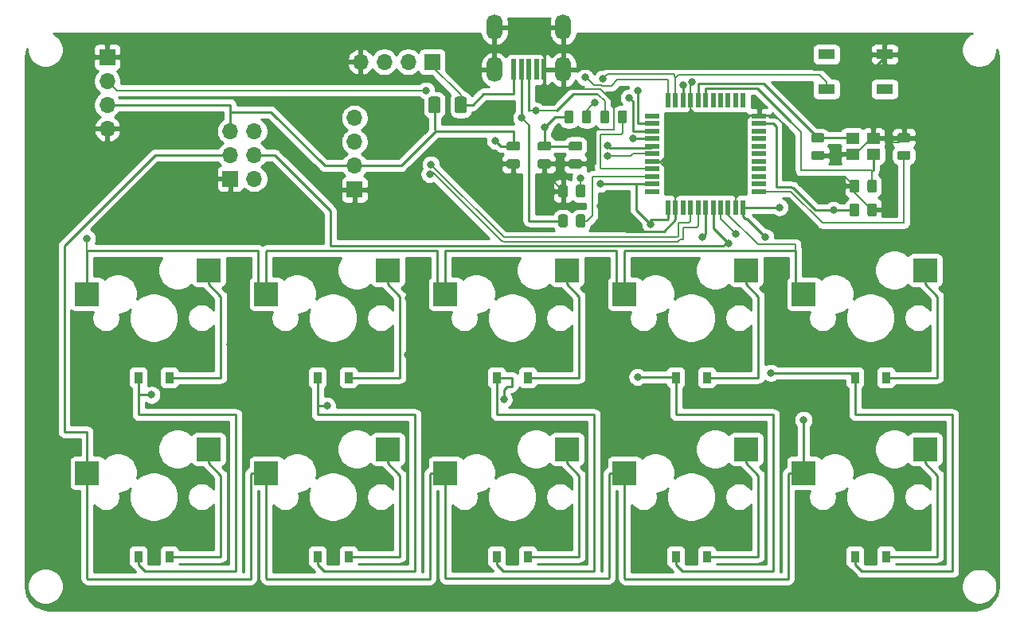
<source format=gbr>
G04 #@! TF.GenerationSoftware,KiCad,Pcbnew,(5.1.5)-3*
G04 #@! TF.CreationDate,2020-04-08T16:54:26+08:00*
G04 #@! TF.ProjectId,KaChi-Juu Macropad,4b614368-692d-44a7-9575-204d6163726f,rev?*
G04 #@! TF.SameCoordinates,Original*
G04 #@! TF.FileFunction,Copper,L2,Bot*
G04 #@! TF.FilePolarity,Positive*
%FSLAX46Y46*%
G04 Gerber Fmt 4.6, Leading zero omitted, Abs format (unit mm)*
G04 Created by KiCad (PCBNEW (5.1.5)-3) date 2020-04-08 16:54:26*
%MOMM*%
%LPD*%
G04 APERTURE LIST*
%ADD10O,1.700000X1.700000*%
%ADD11R,1.700000X1.700000*%
%ADD12R,1.400000X1.200000*%
%ADD13O,1.700000X2.700000*%
%ADD14R,0.500000X2.250000*%
%ADD15R,0.550000X1.500000*%
%ADD16R,1.500000X0.550000*%
%ADD17R,1.800000X1.100000*%
%ADD18C,0.100000*%
%ADD19R,2.550000X2.500000*%
%ADD20R,0.900000X1.200000*%
%ADD21C,0.800000*%
%ADD22C,0.254000*%
%ADD23C,0.203200*%
%ADD24C,0.250000*%
%ADD25C,0.228600*%
G04 APERTURE END LIST*
D10*
X94996000Y-21971000D03*
X97536000Y-21971000D03*
X100076000Y-21971000D03*
D11*
X102616000Y-21971000D03*
D10*
X68072000Y-29083000D03*
X68072000Y-26543000D03*
X68072000Y-24003000D03*
D11*
X68072000Y-21463000D03*
D12*
X149531250Y-30106250D03*
X147331250Y-30106250D03*
X147331250Y-31806250D03*
X149531250Y-31806250D03*
D13*
X109253000Y-18288000D03*
X116553000Y-18288000D03*
X116553000Y-22788000D03*
X109253000Y-22788000D03*
D14*
X111303000Y-22788000D03*
X112103000Y-22788000D03*
X112903000Y-22788000D03*
X113703000Y-22788000D03*
X114503000Y-22788000D03*
D15*
X127699000Y-37450000D03*
X128499000Y-37450000D03*
X129299000Y-37450000D03*
X130099000Y-37450000D03*
X130899000Y-37450000D03*
X131699000Y-37450000D03*
X132499000Y-37450000D03*
X133299000Y-37450000D03*
X134099000Y-37450000D03*
X134899000Y-37450000D03*
X135699000Y-37450000D03*
D16*
X137399000Y-35750000D03*
X137399000Y-34950000D03*
X137399000Y-34150000D03*
X137399000Y-33350000D03*
X137399000Y-32550000D03*
X137399000Y-31750000D03*
X137399000Y-30950000D03*
X137399000Y-30150000D03*
X137399000Y-29350000D03*
X137399000Y-28550000D03*
X137399000Y-27750000D03*
D15*
X135699000Y-26050000D03*
X134899000Y-26050000D03*
X134099000Y-26050000D03*
X133299000Y-26050000D03*
X132499000Y-26050000D03*
X131699000Y-26050000D03*
X130899000Y-26050000D03*
X130099000Y-26050000D03*
X129299000Y-26050000D03*
X128499000Y-26050000D03*
X127699000Y-26050000D03*
D16*
X125999000Y-27750000D03*
X125999000Y-28550000D03*
X125999000Y-29350000D03*
X125999000Y-30150000D03*
X125999000Y-30950000D03*
X125999000Y-31750000D03*
X125999000Y-32550000D03*
X125999000Y-33350000D03*
X125999000Y-34150000D03*
X125999000Y-34950000D03*
X125999000Y-35750000D03*
D17*
X144537500Y-21168750D03*
X150737500Y-24868750D03*
X144537500Y-24868750D03*
X150737500Y-21168750D03*
G04 #@! TA.AperFunction,SMDPad,CuDef*
D18*
G36*
X153261142Y-31439174D02*
G01*
X153284803Y-31442684D01*
X153308007Y-31448496D01*
X153330529Y-31456554D01*
X153352153Y-31466782D01*
X153372670Y-31479079D01*
X153391883Y-31493329D01*
X153409607Y-31509393D01*
X153425671Y-31527117D01*
X153439921Y-31546330D01*
X153452218Y-31566847D01*
X153462446Y-31588471D01*
X153470504Y-31610993D01*
X153476316Y-31634197D01*
X153479826Y-31657858D01*
X153481000Y-31681750D01*
X153481000Y-32169250D01*
X153479826Y-32193142D01*
X153476316Y-32216803D01*
X153470504Y-32240007D01*
X153462446Y-32262529D01*
X153452218Y-32284153D01*
X153439921Y-32304670D01*
X153425671Y-32323883D01*
X153409607Y-32341607D01*
X153391883Y-32357671D01*
X153372670Y-32371921D01*
X153352153Y-32384218D01*
X153330529Y-32394446D01*
X153308007Y-32402504D01*
X153284803Y-32408316D01*
X153261142Y-32411826D01*
X153237250Y-32413000D01*
X152324750Y-32413000D01*
X152300858Y-32411826D01*
X152277197Y-32408316D01*
X152253993Y-32402504D01*
X152231471Y-32394446D01*
X152209847Y-32384218D01*
X152189330Y-32371921D01*
X152170117Y-32357671D01*
X152152393Y-32341607D01*
X152136329Y-32323883D01*
X152122079Y-32304670D01*
X152109782Y-32284153D01*
X152099554Y-32262529D01*
X152091496Y-32240007D01*
X152085684Y-32216803D01*
X152082174Y-32193142D01*
X152081000Y-32169250D01*
X152081000Y-31681750D01*
X152082174Y-31657858D01*
X152085684Y-31634197D01*
X152091496Y-31610993D01*
X152099554Y-31588471D01*
X152109782Y-31566847D01*
X152122079Y-31546330D01*
X152136329Y-31527117D01*
X152152393Y-31509393D01*
X152170117Y-31493329D01*
X152189330Y-31479079D01*
X152209847Y-31466782D01*
X152231471Y-31456554D01*
X152253993Y-31448496D01*
X152277197Y-31442684D01*
X152300858Y-31439174D01*
X152324750Y-31438000D01*
X153237250Y-31438000D01*
X153261142Y-31439174D01*
G37*
G04 #@! TD.AperFunction*
G04 #@! TA.AperFunction,SMDPad,CuDef*
G36*
X153261142Y-29564174D02*
G01*
X153284803Y-29567684D01*
X153308007Y-29573496D01*
X153330529Y-29581554D01*
X153352153Y-29591782D01*
X153372670Y-29604079D01*
X153391883Y-29618329D01*
X153409607Y-29634393D01*
X153425671Y-29652117D01*
X153439921Y-29671330D01*
X153452218Y-29691847D01*
X153462446Y-29713471D01*
X153470504Y-29735993D01*
X153476316Y-29759197D01*
X153479826Y-29782858D01*
X153481000Y-29806750D01*
X153481000Y-30294250D01*
X153479826Y-30318142D01*
X153476316Y-30341803D01*
X153470504Y-30365007D01*
X153462446Y-30387529D01*
X153452218Y-30409153D01*
X153439921Y-30429670D01*
X153425671Y-30448883D01*
X153409607Y-30466607D01*
X153391883Y-30482671D01*
X153372670Y-30496921D01*
X153352153Y-30509218D01*
X153330529Y-30519446D01*
X153308007Y-30527504D01*
X153284803Y-30533316D01*
X153261142Y-30536826D01*
X153237250Y-30538000D01*
X152324750Y-30538000D01*
X152300858Y-30536826D01*
X152277197Y-30533316D01*
X152253993Y-30527504D01*
X152231471Y-30519446D01*
X152209847Y-30509218D01*
X152189330Y-30496921D01*
X152170117Y-30482671D01*
X152152393Y-30466607D01*
X152136329Y-30448883D01*
X152122079Y-30429670D01*
X152109782Y-30409153D01*
X152099554Y-30387529D01*
X152091496Y-30365007D01*
X152085684Y-30341803D01*
X152082174Y-30318142D01*
X152081000Y-30294250D01*
X152081000Y-29806750D01*
X152082174Y-29782858D01*
X152085684Y-29759197D01*
X152091496Y-29735993D01*
X152099554Y-29713471D01*
X152109782Y-29691847D01*
X152122079Y-29671330D01*
X152136329Y-29652117D01*
X152152393Y-29634393D01*
X152170117Y-29618329D01*
X152189330Y-29604079D01*
X152209847Y-29591782D01*
X152231471Y-29581554D01*
X152253993Y-29573496D01*
X152277197Y-29567684D01*
X152300858Y-29564174D01*
X152324750Y-29563000D01*
X153237250Y-29563000D01*
X153261142Y-29564174D01*
G37*
G04 #@! TD.AperFunction*
G04 #@! TA.AperFunction,SMDPad,CuDef*
G36*
X116805142Y-38194924D02*
G01*
X116828803Y-38198434D01*
X116852007Y-38204246D01*
X116874529Y-38212304D01*
X116896153Y-38222532D01*
X116916670Y-38234829D01*
X116935883Y-38249079D01*
X116953607Y-38265143D01*
X116969671Y-38282867D01*
X116983921Y-38302080D01*
X116996218Y-38322597D01*
X117006446Y-38344221D01*
X117014504Y-38366743D01*
X117020316Y-38389947D01*
X117023826Y-38413608D01*
X117025000Y-38437500D01*
X117025000Y-39350000D01*
X117023826Y-39373892D01*
X117020316Y-39397553D01*
X117014504Y-39420757D01*
X117006446Y-39443279D01*
X116996218Y-39464903D01*
X116983921Y-39485420D01*
X116969671Y-39504633D01*
X116953607Y-39522357D01*
X116935883Y-39538421D01*
X116916670Y-39552671D01*
X116896153Y-39564968D01*
X116874529Y-39575196D01*
X116852007Y-39583254D01*
X116828803Y-39589066D01*
X116805142Y-39592576D01*
X116781250Y-39593750D01*
X116293750Y-39593750D01*
X116269858Y-39592576D01*
X116246197Y-39589066D01*
X116222993Y-39583254D01*
X116200471Y-39575196D01*
X116178847Y-39564968D01*
X116158330Y-39552671D01*
X116139117Y-39538421D01*
X116121393Y-39522357D01*
X116105329Y-39504633D01*
X116091079Y-39485420D01*
X116078782Y-39464903D01*
X116068554Y-39443279D01*
X116060496Y-39420757D01*
X116054684Y-39397553D01*
X116051174Y-39373892D01*
X116050000Y-39350000D01*
X116050000Y-38437500D01*
X116051174Y-38413608D01*
X116054684Y-38389947D01*
X116060496Y-38366743D01*
X116068554Y-38344221D01*
X116078782Y-38322597D01*
X116091079Y-38302080D01*
X116105329Y-38282867D01*
X116121393Y-38265143D01*
X116139117Y-38249079D01*
X116158330Y-38234829D01*
X116178847Y-38222532D01*
X116200471Y-38212304D01*
X116222993Y-38204246D01*
X116246197Y-38198434D01*
X116269858Y-38194924D01*
X116293750Y-38193750D01*
X116781250Y-38193750D01*
X116805142Y-38194924D01*
G37*
G04 #@! TD.AperFunction*
G04 #@! TA.AperFunction,SMDPad,CuDef*
G36*
X118680142Y-38194924D02*
G01*
X118703803Y-38198434D01*
X118727007Y-38204246D01*
X118749529Y-38212304D01*
X118771153Y-38222532D01*
X118791670Y-38234829D01*
X118810883Y-38249079D01*
X118828607Y-38265143D01*
X118844671Y-38282867D01*
X118858921Y-38302080D01*
X118871218Y-38322597D01*
X118881446Y-38344221D01*
X118889504Y-38366743D01*
X118895316Y-38389947D01*
X118898826Y-38413608D01*
X118900000Y-38437500D01*
X118900000Y-39350000D01*
X118898826Y-39373892D01*
X118895316Y-39397553D01*
X118889504Y-39420757D01*
X118881446Y-39443279D01*
X118871218Y-39464903D01*
X118858921Y-39485420D01*
X118844671Y-39504633D01*
X118828607Y-39522357D01*
X118810883Y-39538421D01*
X118791670Y-39552671D01*
X118771153Y-39564968D01*
X118749529Y-39575196D01*
X118727007Y-39583254D01*
X118703803Y-39589066D01*
X118680142Y-39592576D01*
X118656250Y-39593750D01*
X118168750Y-39593750D01*
X118144858Y-39592576D01*
X118121197Y-39589066D01*
X118097993Y-39583254D01*
X118075471Y-39575196D01*
X118053847Y-39564968D01*
X118033330Y-39552671D01*
X118014117Y-39538421D01*
X117996393Y-39522357D01*
X117980329Y-39504633D01*
X117966079Y-39485420D01*
X117953782Y-39464903D01*
X117943554Y-39443279D01*
X117935496Y-39420757D01*
X117929684Y-39397553D01*
X117926174Y-39373892D01*
X117925000Y-39350000D01*
X117925000Y-38437500D01*
X117926174Y-38413608D01*
X117929684Y-38389947D01*
X117935496Y-38366743D01*
X117943554Y-38344221D01*
X117953782Y-38322597D01*
X117966079Y-38302080D01*
X117980329Y-38282867D01*
X117996393Y-38265143D01*
X118014117Y-38249079D01*
X118033330Y-38234829D01*
X118053847Y-38222532D01*
X118075471Y-38212304D01*
X118097993Y-38204246D01*
X118121197Y-38198434D01*
X118144858Y-38194924D01*
X118168750Y-38193750D01*
X118656250Y-38193750D01*
X118680142Y-38194924D01*
G37*
G04 #@! TD.AperFunction*
G04 #@! TA.AperFunction,SMDPad,CuDef*
G36*
X121250142Y-27114174D02*
G01*
X121273803Y-27117684D01*
X121297007Y-27123496D01*
X121319529Y-27131554D01*
X121341153Y-27141782D01*
X121361670Y-27154079D01*
X121380883Y-27168329D01*
X121398607Y-27184393D01*
X121414671Y-27202117D01*
X121428921Y-27221330D01*
X121441218Y-27241847D01*
X121451446Y-27263471D01*
X121459504Y-27285993D01*
X121465316Y-27309197D01*
X121468826Y-27332858D01*
X121470000Y-27356750D01*
X121470000Y-28269250D01*
X121468826Y-28293142D01*
X121465316Y-28316803D01*
X121459504Y-28340007D01*
X121451446Y-28362529D01*
X121441218Y-28384153D01*
X121428921Y-28404670D01*
X121414671Y-28423883D01*
X121398607Y-28441607D01*
X121380883Y-28457671D01*
X121361670Y-28471921D01*
X121341153Y-28484218D01*
X121319529Y-28494446D01*
X121297007Y-28502504D01*
X121273803Y-28508316D01*
X121250142Y-28511826D01*
X121226250Y-28513000D01*
X120738750Y-28513000D01*
X120714858Y-28511826D01*
X120691197Y-28508316D01*
X120667993Y-28502504D01*
X120645471Y-28494446D01*
X120623847Y-28484218D01*
X120603330Y-28471921D01*
X120584117Y-28457671D01*
X120566393Y-28441607D01*
X120550329Y-28423883D01*
X120536079Y-28404670D01*
X120523782Y-28384153D01*
X120513554Y-28362529D01*
X120505496Y-28340007D01*
X120499684Y-28316803D01*
X120496174Y-28293142D01*
X120495000Y-28269250D01*
X120495000Y-27356750D01*
X120496174Y-27332858D01*
X120499684Y-27309197D01*
X120505496Y-27285993D01*
X120513554Y-27263471D01*
X120523782Y-27241847D01*
X120536079Y-27221330D01*
X120550329Y-27202117D01*
X120566393Y-27184393D01*
X120584117Y-27168329D01*
X120603330Y-27154079D01*
X120623847Y-27141782D01*
X120645471Y-27131554D01*
X120667993Y-27123496D01*
X120691197Y-27117684D01*
X120714858Y-27114174D01*
X120738750Y-27113000D01*
X121226250Y-27113000D01*
X121250142Y-27114174D01*
G37*
G04 #@! TD.AperFunction*
G04 #@! TA.AperFunction,SMDPad,CuDef*
G36*
X123125142Y-27114174D02*
G01*
X123148803Y-27117684D01*
X123172007Y-27123496D01*
X123194529Y-27131554D01*
X123216153Y-27141782D01*
X123236670Y-27154079D01*
X123255883Y-27168329D01*
X123273607Y-27184393D01*
X123289671Y-27202117D01*
X123303921Y-27221330D01*
X123316218Y-27241847D01*
X123326446Y-27263471D01*
X123334504Y-27285993D01*
X123340316Y-27309197D01*
X123343826Y-27332858D01*
X123345000Y-27356750D01*
X123345000Y-28269250D01*
X123343826Y-28293142D01*
X123340316Y-28316803D01*
X123334504Y-28340007D01*
X123326446Y-28362529D01*
X123316218Y-28384153D01*
X123303921Y-28404670D01*
X123289671Y-28423883D01*
X123273607Y-28441607D01*
X123255883Y-28457671D01*
X123236670Y-28471921D01*
X123216153Y-28484218D01*
X123194529Y-28494446D01*
X123172007Y-28502504D01*
X123148803Y-28508316D01*
X123125142Y-28511826D01*
X123101250Y-28513000D01*
X122613750Y-28513000D01*
X122589858Y-28511826D01*
X122566197Y-28508316D01*
X122542993Y-28502504D01*
X122520471Y-28494446D01*
X122498847Y-28484218D01*
X122478330Y-28471921D01*
X122459117Y-28457671D01*
X122441393Y-28441607D01*
X122425329Y-28423883D01*
X122411079Y-28404670D01*
X122398782Y-28384153D01*
X122388554Y-28362529D01*
X122380496Y-28340007D01*
X122374684Y-28316803D01*
X122371174Y-28293142D01*
X122370000Y-28269250D01*
X122370000Y-27356750D01*
X122371174Y-27332858D01*
X122374684Y-27309197D01*
X122380496Y-27285993D01*
X122388554Y-27263471D01*
X122398782Y-27241847D01*
X122411079Y-27221330D01*
X122425329Y-27202117D01*
X122441393Y-27184393D01*
X122459117Y-27168329D01*
X122478330Y-27154079D01*
X122498847Y-27141782D01*
X122520471Y-27131554D01*
X122542993Y-27123496D01*
X122566197Y-27117684D01*
X122589858Y-27114174D01*
X122613750Y-27113000D01*
X123101250Y-27113000D01*
X123125142Y-27114174D01*
G37*
G04 #@! TD.AperFunction*
G04 #@! TA.AperFunction,SMDPad,CuDef*
G36*
X119315142Y-27114174D02*
G01*
X119338803Y-27117684D01*
X119362007Y-27123496D01*
X119384529Y-27131554D01*
X119406153Y-27141782D01*
X119426670Y-27154079D01*
X119445883Y-27168329D01*
X119463607Y-27184393D01*
X119479671Y-27202117D01*
X119493921Y-27221330D01*
X119506218Y-27241847D01*
X119516446Y-27263471D01*
X119524504Y-27285993D01*
X119530316Y-27309197D01*
X119533826Y-27332858D01*
X119535000Y-27356750D01*
X119535000Y-28269250D01*
X119533826Y-28293142D01*
X119530316Y-28316803D01*
X119524504Y-28340007D01*
X119516446Y-28362529D01*
X119506218Y-28384153D01*
X119493921Y-28404670D01*
X119479671Y-28423883D01*
X119463607Y-28441607D01*
X119445883Y-28457671D01*
X119426670Y-28471921D01*
X119406153Y-28484218D01*
X119384529Y-28494446D01*
X119362007Y-28502504D01*
X119338803Y-28508316D01*
X119315142Y-28511826D01*
X119291250Y-28513000D01*
X118803750Y-28513000D01*
X118779858Y-28511826D01*
X118756197Y-28508316D01*
X118732993Y-28502504D01*
X118710471Y-28494446D01*
X118688847Y-28484218D01*
X118668330Y-28471921D01*
X118649117Y-28457671D01*
X118631393Y-28441607D01*
X118615329Y-28423883D01*
X118601079Y-28404670D01*
X118588782Y-28384153D01*
X118578554Y-28362529D01*
X118570496Y-28340007D01*
X118564684Y-28316803D01*
X118561174Y-28293142D01*
X118560000Y-28269250D01*
X118560000Y-27356750D01*
X118561174Y-27332858D01*
X118564684Y-27309197D01*
X118570496Y-27285993D01*
X118578554Y-27263471D01*
X118588782Y-27241847D01*
X118601079Y-27221330D01*
X118615329Y-27202117D01*
X118631393Y-27184393D01*
X118649117Y-27168329D01*
X118668330Y-27154079D01*
X118688847Y-27141782D01*
X118710471Y-27131554D01*
X118732993Y-27123496D01*
X118756197Y-27117684D01*
X118779858Y-27114174D01*
X118803750Y-27113000D01*
X119291250Y-27113000D01*
X119315142Y-27114174D01*
G37*
G04 #@! TD.AperFunction*
G04 #@! TA.AperFunction,SMDPad,CuDef*
G36*
X117440142Y-27114174D02*
G01*
X117463803Y-27117684D01*
X117487007Y-27123496D01*
X117509529Y-27131554D01*
X117531153Y-27141782D01*
X117551670Y-27154079D01*
X117570883Y-27168329D01*
X117588607Y-27184393D01*
X117604671Y-27202117D01*
X117618921Y-27221330D01*
X117631218Y-27241847D01*
X117641446Y-27263471D01*
X117649504Y-27285993D01*
X117655316Y-27309197D01*
X117658826Y-27332858D01*
X117660000Y-27356750D01*
X117660000Y-28269250D01*
X117658826Y-28293142D01*
X117655316Y-28316803D01*
X117649504Y-28340007D01*
X117641446Y-28362529D01*
X117631218Y-28384153D01*
X117618921Y-28404670D01*
X117604671Y-28423883D01*
X117588607Y-28441607D01*
X117570883Y-28457671D01*
X117551670Y-28471921D01*
X117531153Y-28484218D01*
X117509529Y-28494446D01*
X117487007Y-28502504D01*
X117463803Y-28508316D01*
X117440142Y-28511826D01*
X117416250Y-28513000D01*
X116928750Y-28513000D01*
X116904858Y-28511826D01*
X116881197Y-28508316D01*
X116857993Y-28502504D01*
X116835471Y-28494446D01*
X116813847Y-28484218D01*
X116793330Y-28471921D01*
X116774117Y-28457671D01*
X116756393Y-28441607D01*
X116740329Y-28423883D01*
X116726079Y-28404670D01*
X116713782Y-28384153D01*
X116703554Y-28362529D01*
X116695496Y-28340007D01*
X116689684Y-28316803D01*
X116686174Y-28293142D01*
X116685000Y-28269250D01*
X116685000Y-27356750D01*
X116686174Y-27332858D01*
X116689684Y-27309197D01*
X116695496Y-27285993D01*
X116703554Y-27263471D01*
X116713782Y-27241847D01*
X116726079Y-27221330D01*
X116740329Y-27202117D01*
X116756393Y-27184393D01*
X116774117Y-27168329D01*
X116793330Y-27154079D01*
X116813847Y-27141782D01*
X116835471Y-27131554D01*
X116857993Y-27123496D01*
X116881197Y-27117684D01*
X116904858Y-27114174D01*
X116928750Y-27113000D01*
X117416250Y-27113000D01*
X117440142Y-27114174D01*
G37*
G04 #@! TD.AperFunction*
D19*
X155067000Y-63182500D03*
X142140000Y-65722500D03*
X155067000Y-44132500D03*
X142140000Y-46672500D03*
X136017000Y-63182500D03*
X123090000Y-65722500D03*
X136017000Y-44132500D03*
X123090000Y-46672500D03*
X116967000Y-63182500D03*
X104040000Y-65722500D03*
X116967000Y-44132500D03*
X104040000Y-46672500D03*
X97917000Y-63182500D03*
X84990000Y-65722500D03*
X97917000Y-44132500D03*
X84990000Y-46672500D03*
X78867000Y-63182500D03*
X65940000Y-65722500D03*
X78867000Y-44132500D03*
X65940000Y-46672500D03*
D10*
X94361000Y-27940000D03*
X94361000Y-30480000D03*
X94361000Y-33020000D03*
D11*
X94361000Y-35560000D03*
D10*
X83693000Y-29337000D03*
X81153000Y-29337000D03*
X83693000Y-31877000D03*
X81153000Y-31877000D03*
X83693000Y-34417000D03*
D11*
X81153000Y-34417000D03*
G04 #@! TA.AperFunction,SMDPad,CuDef*
D18*
G36*
X106066504Y-25669204D02*
G01*
X106090773Y-25672804D01*
X106114571Y-25678765D01*
X106137671Y-25687030D01*
X106159849Y-25697520D01*
X106180893Y-25710133D01*
X106200598Y-25724747D01*
X106218777Y-25741223D01*
X106235253Y-25759402D01*
X106249867Y-25779107D01*
X106262480Y-25800151D01*
X106272970Y-25822329D01*
X106281235Y-25845429D01*
X106287196Y-25869227D01*
X106290796Y-25893496D01*
X106292000Y-25918000D01*
X106292000Y-27168000D01*
X106290796Y-27192504D01*
X106287196Y-27216773D01*
X106281235Y-27240571D01*
X106272970Y-27263671D01*
X106262480Y-27285849D01*
X106249867Y-27306893D01*
X106235253Y-27326598D01*
X106218777Y-27344777D01*
X106200598Y-27361253D01*
X106180893Y-27375867D01*
X106159849Y-27388480D01*
X106137671Y-27398970D01*
X106114571Y-27407235D01*
X106090773Y-27413196D01*
X106066504Y-27416796D01*
X106042000Y-27418000D01*
X105292000Y-27418000D01*
X105267496Y-27416796D01*
X105243227Y-27413196D01*
X105219429Y-27407235D01*
X105196329Y-27398970D01*
X105174151Y-27388480D01*
X105153107Y-27375867D01*
X105133402Y-27361253D01*
X105115223Y-27344777D01*
X105098747Y-27326598D01*
X105084133Y-27306893D01*
X105071520Y-27285849D01*
X105061030Y-27263671D01*
X105052765Y-27240571D01*
X105046804Y-27216773D01*
X105043204Y-27192504D01*
X105042000Y-27168000D01*
X105042000Y-25918000D01*
X105043204Y-25893496D01*
X105046804Y-25869227D01*
X105052765Y-25845429D01*
X105061030Y-25822329D01*
X105071520Y-25800151D01*
X105084133Y-25779107D01*
X105098747Y-25759402D01*
X105115223Y-25741223D01*
X105133402Y-25724747D01*
X105153107Y-25710133D01*
X105174151Y-25697520D01*
X105196329Y-25687030D01*
X105219429Y-25678765D01*
X105243227Y-25672804D01*
X105267496Y-25669204D01*
X105292000Y-25668000D01*
X106042000Y-25668000D01*
X106066504Y-25669204D01*
G37*
G04 #@! TD.AperFunction*
G04 #@! TA.AperFunction,SMDPad,CuDef*
G36*
X103266504Y-25669204D02*
G01*
X103290773Y-25672804D01*
X103314571Y-25678765D01*
X103337671Y-25687030D01*
X103359849Y-25697520D01*
X103380893Y-25710133D01*
X103400598Y-25724747D01*
X103418777Y-25741223D01*
X103435253Y-25759402D01*
X103449867Y-25779107D01*
X103462480Y-25800151D01*
X103472970Y-25822329D01*
X103481235Y-25845429D01*
X103487196Y-25869227D01*
X103490796Y-25893496D01*
X103492000Y-25918000D01*
X103492000Y-27168000D01*
X103490796Y-27192504D01*
X103487196Y-27216773D01*
X103481235Y-27240571D01*
X103472970Y-27263671D01*
X103462480Y-27285849D01*
X103449867Y-27306893D01*
X103435253Y-27326598D01*
X103418777Y-27344777D01*
X103400598Y-27361253D01*
X103380893Y-27375867D01*
X103359849Y-27388480D01*
X103337671Y-27398970D01*
X103314571Y-27407235D01*
X103290773Y-27413196D01*
X103266504Y-27416796D01*
X103242000Y-27418000D01*
X102492000Y-27418000D01*
X102467496Y-27416796D01*
X102443227Y-27413196D01*
X102419429Y-27407235D01*
X102396329Y-27398970D01*
X102374151Y-27388480D01*
X102353107Y-27375867D01*
X102333402Y-27361253D01*
X102315223Y-27344777D01*
X102298747Y-27326598D01*
X102284133Y-27306893D01*
X102271520Y-27285849D01*
X102261030Y-27263671D01*
X102252765Y-27240571D01*
X102246804Y-27216773D01*
X102243204Y-27192504D01*
X102242000Y-27168000D01*
X102242000Y-25918000D01*
X102243204Y-25893496D01*
X102246804Y-25869227D01*
X102252765Y-25845429D01*
X102261030Y-25822329D01*
X102271520Y-25800151D01*
X102284133Y-25779107D01*
X102298747Y-25759402D01*
X102315223Y-25741223D01*
X102333402Y-25724747D01*
X102353107Y-25710133D01*
X102374151Y-25697520D01*
X102396329Y-25687030D01*
X102419429Y-25678765D01*
X102443227Y-25672804D01*
X102467496Y-25669204D01*
X102492000Y-25668000D01*
X103242000Y-25668000D01*
X103266504Y-25669204D01*
G37*
G04 #@! TD.AperFunction*
D20*
X150875000Y-74612500D03*
X147575000Y-74612500D03*
X150875000Y-55562500D03*
X147575000Y-55562500D03*
X131825000Y-74612500D03*
X128525000Y-74612500D03*
X131825000Y-55562500D03*
X128525000Y-55562500D03*
X112775000Y-74612500D03*
X109475000Y-74612500D03*
X112775000Y-55562500D03*
X109475000Y-55562500D03*
X93725000Y-74612500D03*
X90425000Y-74612500D03*
X93725000Y-55562500D03*
X90425000Y-55562500D03*
X74675000Y-74612500D03*
X71375000Y-74612500D03*
X74675000Y-55562500D03*
X71375000Y-55562500D03*
G04 #@! TA.AperFunction,SMDPad,CuDef*
D18*
G36*
X115034142Y-32328174D02*
G01*
X115057803Y-32331684D01*
X115081007Y-32337496D01*
X115103529Y-32345554D01*
X115125153Y-32355782D01*
X115145670Y-32368079D01*
X115164883Y-32382329D01*
X115182607Y-32398393D01*
X115198671Y-32416117D01*
X115212921Y-32435330D01*
X115225218Y-32455847D01*
X115235446Y-32477471D01*
X115243504Y-32499993D01*
X115249316Y-32523197D01*
X115252826Y-32546858D01*
X115254000Y-32570750D01*
X115254000Y-33058250D01*
X115252826Y-33082142D01*
X115249316Y-33105803D01*
X115243504Y-33129007D01*
X115235446Y-33151529D01*
X115225218Y-33173153D01*
X115212921Y-33193670D01*
X115198671Y-33212883D01*
X115182607Y-33230607D01*
X115164883Y-33246671D01*
X115145670Y-33260921D01*
X115125153Y-33273218D01*
X115103529Y-33283446D01*
X115081007Y-33291504D01*
X115057803Y-33297316D01*
X115034142Y-33300826D01*
X115010250Y-33302000D01*
X114097750Y-33302000D01*
X114073858Y-33300826D01*
X114050197Y-33297316D01*
X114026993Y-33291504D01*
X114004471Y-33283446D01*
X113982847Y-33273218D01*
X113962330Y-33260921D01*
X113943117Y-33246671D01*
X113925393Y-33230607D01*
X113909329Y-33212883D01*
X113895079Y-33193670D01*
X113882782Y-33173153D01*
X113872554Y-33151529D01*
X113864496Y-33129007D01*
X113858684Y-33105803D01*
X113855174Y-33082142D01*
X113854000Y-33058250D01*
X113854000Y-32570750D01*
X113855174Y-32546858D01*
X113858684Y-32523197D01*
X113864496Y-32499993D01*
X113872554Y-32477471D01*
X113882782Y-32455847D01*
X113895079Y-32435330D01*
X113909329Y-32416117D01*
X113925393Y-32398393D01*
X113943117Y-32382329D01*
X113962330Y-32368079D01*
X113982847Y-32355782D01*
X114004471Y-32345554D01*
X114026993Y-32337496D01*
X114050197Y-32331684D01*
X114073858Y-32328174D01*
X114097750Y-32327000D01*
X115010250Y-32327000D01*
X115034142Y-32328174D01*
G37*
G04 #@! TD.AperFunction*
G04 #@! TA.AperFunction,SMDPad,CuDef*
G36*
X115034142Y-30453174D02*
G01*
X115057803Y-30456684D01*
X115081007Y-30462496D01*
X115103529Y-30470554D01*
X115125153Y-30480782D01*
X115145670Y-30493079D01*
X115164883Y-30507329D01*
X115182607Y-30523393D01*
X115198671Y-30541117D01*
X115212921Y-30560330D01*
X115225218Y-30580847D01*
X115235446Y-30602471D01*
X115243504Y-30624993D01*
X115249316Y-30648197D01*
X115252826Y-30671858D01*
X115254000Y-30695750D01*
X115254000Y-31183250D01*
X115252826Y-31207142D01*
X115249316Y-31230803D01*
X115243504Y-31254007D01*
X115235446Y-31276529D01*
X115225218Y-31298153D01*
X115212921Y-31318670D01*
X115198671Y-31337883D01*
X115182607Y-31355607D01*
X115164883Y-31371671D01*
X115145670Y-31385921D01*
X115125153Y-31398218D01*
X115103529Y-31408446D01*
X115081007Y-31416504D01*
X115057803Y-31422316D01*
X115034142Y-31425826D01*
X115010250Y-31427000D01*
X114097750Y-31427000D01*
X114073858Y-31425826D01*
X114050197Y-31422316D01*
X114026993Y-31416504D01*
X114004471Y-31408446D01*
X113982847Y-31398218D01*
X113962330Y-31385921D01*
X113943117Y-31371671D01*
X113925393Y-31355607D01*
X113909329Y-31337883D01*
X113895079Y-31318670D01*
X113882782Y-31298153D01*
X113872554Y-31276529D01*
X113864496Y-31254007D01*
X113858684Y-31230803D01*
X113855174Y-31207142D01*
X113854000Y-31183250D01*
X113854000Y-30695750D01*
X113855174Y-30671858D01*
X113858684Y-30648197D01*
X113864496Y-30624993D01*
X113872554Y-30602471D01*
X113882782Y-30580847D01*
X113895079Y-30560330D01*
X113909329Y-30541117D01*
X113925393Y-30523393D01*
X113943117Y-30507329D01*
X113962330Y-30493079D01*
X113982847Y-30480782D01*
X114004471Y-30470554D01*
X114026993Y-30462496D01*
X114050197Y-30456684D01*
X114073858Y-30453174D01*
X114097750Y-30452000D01*
X115010250Y-30452000D01*
X115034142Y-30453174D01*
G37*
G04 #@! TD.AperFunction*
G04 #@! TA.AperFunction,SMDPad,CuDef*
G36*
X118336142Y-32328174D02*
G01*
X118359803Y-32331684D01*
X118383007Y-32337496D01*
X118405529Y-32345554D01*
X118427153Y-32355782D01*
X118447670Y-32368079D01*
X118466883Y-32382329D01*
X118484607Y-32398393D01*
X118500671Y-32416117D01*
X118514921Y-32435330D01*
X118527218Y-32455847D01*
X118537446Y-32477471D01*
X118545504Y-32499993D01*
X118551316Y-32523197D01*
X118554826Y-32546858D01*
X118556000Y-32570750D01*
X118556000Y-33058250D01*
X118554826Y-33082142D01*
X118551316Y-33105803D01*
X118545504Y-33129007D01*
X118537446Y-33151529D01*
X118527218Y-33173153D01*
X118514921Y-33193670D01*
X118500671Y-33212883D01*
X118484607Y-33230607D01*
X118466883Y-33246671D01*
X118447670Y-33260921D01*
X118427153Y-33273218D01*
X118405529Y-33283446D01*
X118383007Y-33291504D01*
X118359803Y-33297316D01*
X118336142Y-33300826D01*
X118312250Y-33302000D01*
X117399750Y-33302000D01*
X117375858Y-33300826D01*
X117352197Y-33297316D01*
X117328993Y-33291504D01*
X117306471Y-33283446D01*
X117284847Y-33273218D01*
X117264330Y-33260921D01*
X117245117Y-33246671D01*
X117227393Y-33230607D01*
X117211329Y-33212883D01*
X117197079Y-33193670D01*
X117184782Y-33173153D01*
X117174554Y-33151529D01*
X117166496Y-33129007D01*
X117160684Y-33105803D01*
X117157174Y-33082142D01*
X117156000Y-33058250D01*
X117156000Y-32570750D01*
X117157174Y-32546858D01*
X117160684Y-32523197D01*
X117166496Y-32499993D01*
X117174554Y-32477471D01*
X117184782Y-32455847D01*
X117197079Y-32435330D01*
X117211329Y-32416117D01*
X117227393Y-32398393D01*
X117245117Y-32382329D01*
X117264330Y-32368079D01*
X117284847Y-32355782D01*
X117306471Y-32345554D01*
X117328993Y-32337496D01*
X117352197Y-32331684D01*
X117375858Y-32328174D01*
X117399750Y-32327000D01*
X118312250Y-32327000D01*
X118336142Y-32328174D01*
G37*
G04 #@! TD.AperFunction*
G04 #@! TA.AperFunction,SMDPad,CuDef*
G36*
X118336142Y-30453174D02*
G01*
X118359803Y-30456684D01*
X118383007Y-30462496D01*
X118405529Y-30470554D01*
X118427153Y-30480782D01*
X118447670Y-30493079D01*
X118466883Y-30507329D01*
X118484607Y-30523393D01*
X118500671Y-30541117D01*
X118514921Y-30560330D01*
X118527218Y-30580847D01*
X118537446Y-30602471D01*
X118545504Y-30624993D01*
X118551316Y-30648197D01*
X118554826Y-30671858D01*
X118556000Y-30695750D01*
X118556000Y-31183250D01*
X118554826Y-31207142D01*
X118551316Y-31230803D01*
X118545504Y-31254007D01*
X118537446Y-31276529D01*
X118527218Y-31298153D01*
X118514921Y-31318670D01*
X118500671Y-31337883D01*
X118484607Y-31355607D01*
X118466883Y-31371671D01*
X118447670Y-31385921D01*
X118427153Y-31398218D01*
X118405529Y-31408446D01*
X118383007Y-31416504D01*
X118359803Y-31422316D01*
X118336142Y-31425826D01*
X118312250Y-31427000D01*
X117399750Y-31427000D01*
X117375858Y-31425826D01*
X117352197Y-31422316D01*
X117328993Y-31416504D01*
X117306471Y-31408446D01*
X117284847Y-31398218D01*
X117264330Y-31385921D01*
X117245117Y-31371671D01*
X117227393Y-31355607D01*
X117211329Y-31337883D01*
X117197079Y-31318670D01*
X117184782Y-31298153D01*
X117174554Y-31276529D01*
X117166496Y-31254007D01*
X117160684Y-31230803D01*
X117157174Y-31207142D01*
X117156000Y-31183250D01*
X117156000Y-30695750D01*
X117157174Y-30671858D01*
X117160684Y-30648197D01*
X117166496Y-30624993D01*
X117174554Y-30602471D01*
X117184782Y-30580847D01*
X117197079Y-30560330D01*
X117211329Y-30541117D01*
X117227393Y-30523393D01*
X117245117Y-30507329D01*
X117264330Y-30493079D01*
X117284847Y-30480782D01*
X117306471Y-30470554D01*
X117328993Y-30462496D01*
X117352197Y-30456684D01*
X117375858Y-30453174D01*
X117399750Y-30452000D01*
X118312250Y-30452000D01*
X118336142Y-30453174D01*
G37*
G04 #@! TD.AperFunction*
G04 #@! TA.AperFunction,SMDPad,CuDef*
G36*
X111732142Y-32328174D02*
G01*
X111755803Y-32331684D01*
X111779007Y-32337496D01*
X111801529Y-32345554D01*
X111823153Y-32355782D01*
X111843670Y-32368079D01*
X111862883Y-32382329D01*
X111880607Y-32398393D01*
X111896671Y-32416117D01*
X111910921Y-32435330D01*
X111923218Y-32455847D01*
X111933446Y-32477471D01*
X111941504Y-32499993D01*
X111947316Y-32523197D01*
X111950826Y-32546858D01*
X111952000Y-32570750D01*
X111952000Y-33058250D01*
X111950826Y-33082142D01*
X111947316Y-33105803D01*
X111941504Y-33129007D01*
X111933446Y-33151529D01*
X111923218Y-33173153D01*
X111910921Y-33193670D01*
X111896671Y-33212883D01*
X111880607Y-33230607D01*
X111862883Y-33246671D01*
X111843670Y-33260921D01*
X111823153Y-33273218D01*
X111801529Y-33283446D01*
X111779007Y-33291504D01*
X111755803Y-33297316D01*
X111732142Y-33300826D01*
X111708250Y-33302000D01*
X110795750Y-33302000D01*
X110771858Y-33300826D01*
X110748197Y-33297316D01*
X110724993Y-33291504D01*
X110702471Y-33283446D01*
X110680847Y-33273218D01*
X110660330Y-33260921D01*
X110641117Y-33246671D01*
X110623393Y-33230607D01*
X110607329Y-33212883D01*
X110593079Y-33193670D01*
X110580782Y-33173153D01*
X110570554Y-33151529D01*
X110562496Y-33129007D01*
X110556684Y-33105803D01*
X110553174Y-33082142D01*
X110552000Y-33058250D01*
X110552000Y-32570750D01*
X110553174Y-32546858D01*
X110556684Y-32523197D01*
X110562496Y-32499993D01*
X110570554Y-32477471D01*
X110580782Y-32455847D01*
X110593079Y-32435330D01*
X110607329Y-32416117D01*
X110623393Y-32398393D01*
X110641117Y-32382329D01*
X110660330Y-32368079D01*
X110680847Y-32355782D01*
X110702471Y-32345554D01*
X110724993Y-32337496D01*
X110748197Y-32331684D01*
X110771858Y-32328174D01*
X110795750Y-32327000D01*
X111708250Y-32327000D01*
X111732142Y-32328174D01*
G37*
G04 #@! TD.AperFunction*
G04 #@! TA.AperFunction,SMDPad,CuDef*
G36*
X111732142Y-30453174D02*
G01*
X111755803Y-30456684D01*
X111779007Y-30462496D01*
X111801529Y-30470554D01*
X111823153Y-30480782D01*
X111843670Y-30493079D01*
X111862883Y-30507329D01*
X111880607Y-30523393D01*
X111896671Y-30541117D01*
X111910921Y-30560330D01*
X111923218Y-30580847D01*
X111933446Y-30602471D01*
X111941504Y-30624993D01*
X111947316Y-30648197D01*
X111950826Y-30671858D01*
X111952000Y-30695750D01*
X111952000Y-31183250D01*
X111950826Y-31207142D01*
X111947316Y-31230803D01*
X111941504Y-31254007D01*
X111933446Y-31276529D01*
X111923218Y-31298153D01*
X111910921Y-31318670D01*
X111896671Y-31337883D01*
X111880607Y-31355607D01*
X111862883Y-31371671D01*
X111843670Y-31385921D01*
X111823153Y-31398218D01*
X111801529Y-31408446D01*
X111779007Y-31416504D01*
X111755803Y-31422316D01*
X111732142Y-31425826D01*
X111708250Y-31427000D01*
X110795750Y-31427000D01*
X110771858Y-31425826D01*
X110748197Y-31422316D01*
X110724993Y-31416504D01*
X110702471Y-31408446D01*
X110680847Y-31398218D01*
X110660330Y-31385921D01*
X110641117Y-31371671D01*
X110623393Y-31355607D01*
X110607329Y-31337883D01*
X110593079Y-31318670D01*
X110580782Y-31298153D01*
X110570554Y-31276529D01*
X110562496Y-31254007D01*
X110556684Y-31230803D01*
X110553174Y-31207142D01*
X110552000Y-31183250D01*
X110552000Y-30695750D01*
X110553174Y-30671858D01*
X110556684Y-30648197D01*
X110562496Y-30624993D01*
X110570554Y-30602471D01*
X110580782Y-30580847D01*
X110593079Y-30560330D01*
X110607329Y-30541117D01*
X110623393Y-30523393D01*
X110641117Y-30507329D01*
X110660330Y-30493079D01*
X110680847Y-30480782D01*
X110702471Y-30470554D01*
X110724993Y-30462496D01*
X110748197Y-30456684D01*
X110771858Y-30453174D01*
X110795750Y-30452000D01*
X111708250Y-30452000D01*
X111732142Y-30453174D01*
G37*
G04 #@! TD.AperFunction*
G04 #@! TA.AperFunction,SMDPad,CuDef*
G36*
X149668142Y-37020174D02*
G01*
X149691803Y-37023684D01*
X149715007Y-37029496D01*
X149737529Y-37037554D01*
X149759153Y-37047782D01*
X149779670Y-37060079D01*
X149798883Y-37074329D01*
X149816607Y-37090393D01*
X149832671Y-37108117D01*
X149846921Y-37127330D01*
X149859218Y-37147847D01*
X149869446Y-37169471D01*
X149877504Y-37191993D01*
X149883316Y-37215197D01*
X149886826Y-37238858D01*
X149888000Y-37262750D01*
X149888000Y-38175250D01*
X149886826Y-38199142D01*
X149883316Y-38222803D01*
X149877504Y-38246007D01*
X149869446Y-38268529D01*
X149859218Y-38290153D01*
X149846921Y-38310670D01*
X149832671Y-38329883D01*
X149816607Y-38347607D01*
X149798883Y-38363671D01*
X149779670Y-38377921D01*
X149759153Y-38390218D01*
X149737529Y-38400446D01*
X149715007Y-38408504D01*
X149691803Y-38414316D01*
X149668142Y-38417826D01*
X149644250Y-38419000D01*
X149156750Y-38419000D01*
X149132858Y-38417826D01*
X149109197Y-38414316D01*
X149085993Y-38408504D01*
X149063471Y-38400446D01*
X149041847Y-38390218D01*
X149021330Y-38377921D01*
X149002117Y-38363671D01*
X148984393Y-38347607D01*
X148968329Y-38329883D01*
X148954079Y-38310670D01*
X148941782Y-38290153D01*
X148931554Y-38268529D01*
X148923496Y-38246007D01*
X148917684Y-38222803D01*
X148914174Y-38199142D01*
X148913000Y-38175250D01*
X148913000Y-37262750D01*
X148914174Y-37238858D01*
X148917684Y-37215197D01*
X148923496Y-37191993D01*
X148931554Y-37169471D01*
X148941782Y-37147847D01*
X148954079Y-37127330D01*
X148968329Y-37108117D01*
X148984393Y-37090393D01*
X149002117Y-37074329D01*
X149021330Y-37060079D01*
X149041847Y-37047782D01*
X149063471Y-37037554D01*
X149085993Y-37029496D01*
X149109197Y-37023684D01*
X149132858Y-37020174D01*
X149156750Y-37019000D01*
X149644250Y-37019000D01*
X149668142Y-37020174D01*
G37*
G04 #@! TD.AperFunction*
G04 #@! TA.AperFunction,SMDPad,CuDef*
G36*
X147793142Y-37020174D02*
G01*
X147816803Y-37023684D01*
X147840007Y-37029496D01*
X147862529Y-37037554D01*
X147884153Y-37047782D01*
X147904670Y-37060079D01*
X147923883Y-37074329D01*
X147941607Y-37090393D01*
X147957671Y-37108117D01*
X147971921Y-37127330D01*
X147984218Y-37147847D01*
X147994446Y-37169471D01*
X148002504Y-37191993D01*
X148008316Y-37215197D01*
X148011826Y-37238858D01*
X148013000Y-37262750D01*
X148013000Y-38175250D01*
X148011826Y-38199142D01*
X148008316Y-38222803D01*
X148002504Y-38246007D01*
X147994446Y-38268529D01*
X147984218Y-38290153D01*
X147971921Y-38310670D01*
X147957671Y-38329883D01*
X147941607Y-38347607D01*
X147923883Y-38363671D01*
X147904670Y-38377921D01*
X147884153Y-38390218D01*
X147862529Y-38400446D01*
X147840007Y-38408504D01*
X147816803Y-38414316D01*
X147793142Y-38417826D01*
X147769250Y-38419000D01*
X147281750Y-38419000D01*
X147257858Y-38417826D01*
X147234197Y-38414316D01*
X147210993Y-38408504D01*
X147188471Y-38400446D01*
X147166847Y-38390218D01*
X147146330Y-38377921D01*
X147127117Y-38363671D01*
X147109393Y-38347607D01*
X147093329Y-38329883D01*
X147079079Y-38310670D01*
X147066782Y-38290153D01*
X147056554Y-38268529D01*
X147048496Y-38246007D01*
X147042684Y-38222803D01*
X147039174Y-38199142D01*
X147038000Y-38175250D01*
X147038000Y-37262750D01*
X147039174Y-37238858D01*
X147042684Y-37215197D01*
X147048496Y-37191993D01*
X147056554Y-37169471D01*
X147066782Y-37147847D01*
X147079079Y-37127330D01*
X147093329Y-37108117D01*
X147109393Y-37090393D01*
X147127117Y-37074329D01*
X147146330Y-37060079D01*
X147166847Y-37047782D01*
X147188471Y-37037554D01*
X147210993Y-37029496D01*
X147234197Y-37023684D01*
X147257858Y-37020174D01*
X147281750Y-37019000D01*
X147769250Y-37019000D01*
X147793142Y-37020174D01*
G37*
G04 #@! TD.AperFunction*
G04 #@! TA.AperFunction,SMDPad,CuDef*
G36*
X116805142Y-35019924D02*
G01*
X116828803Y-35023434D01*
X116852007Y-35029246D01*
X116874529Y-35037304D01*
X116896153Y-35047532D01*
X116916670Y-35059829D01*
X116935883Y-35074079D01*
X116953607Y-35090143D01*
X116969671Y-35107867D01*
X116983921Y-35127080D01*
X116996218Y-35147597D01*
X117006446Y-35169221D01*
X117014504Y-35191743D01*
X117020316Y-35214947D01*
X117023826Y-35238608D01*
X117025000Y-35262500D01*
X117025000Y-36175000D01*
X117023826Y-36198892D01*
X117020316Y-36222553D01*
X117014504Y-36245757D01*
X117006446Y-36268279D01*
X116996218Y-36289903D01*
X116983921Y-36310420D01*
X116969671Y-36329633D01*
X116953607Y-36347357D01*
X116935883Y-36363421D01*
X116916670Y-36377671D01*
X116896153Y-36389968D01*
X116874529Y-36400196D01*
X116852007Y-36408254D01*
X116828803Y-36414066D01*
X116805142Y-36417576D01*
X116781250Y-36418750D01*
X116293750Y-36418750D01*
X116269858Y-36417576D01*
X116246197Y-36414066D01*
X116222993Y-36408254D01*
X116200471Y-36400196D01*
X116178847Y-36389968D01*
X116158330Y-36377671D01*
X116139117Y-36363421D01*
X116121393Y-36347357D01*
X116105329Y-36329633D01*
X116091079Y-36310420D01*
X116078782Y-36289903D01*
X116068554Y-36268279D01*
X116060496Y-36245757D01*
X116054684Y-36222553D01*
X116051174Y-36198892D01*
X116050000Y-36175000D01*
X116050000Y-35262500D01*
X116051174Y-35238608D01*
X116054684Y-35214947D01*
X116060496Y-35191743D01*
X116068554Y-35169221D01*
X116078782Y-35147597D01*
X116091079Y-35127080D01*
X116105329Y-35107867D01*
X116121393Y-35090143D01*
X116139117Y-35074079D01*
X116158330Y-35059829D01*
X116178847Y-35047532D01*
X116200471Y-35037304D01*
X116222993Y-35029246D01*
X116246197Y-35023434D01*
X116269858Y-35019924D01*
X116293750Y-35018750D01*
X116781250Y-35018750D01*
X116805142Y-35019924D01*
G37*
G04 #@! TD.AperFunction*
G04 #@! TA.AperFunction,SMDPad,CuDef*
G36*
X118680142Y-35019924D02*
G01*
X118703803Y-35023434D01*
X118727007Y-35029246D01*
X118749529Y-35037304D01*
X118771153Y-35047532D01*
X118791670Y-35059829D01*
X118810883Y-35074079D01*
X118828607Y-35090143D01*
X118844671Y-35107867D01*
X118858921Y-35127080D01*
X118871218Y-35147597D01*
X118881446Y-35169221D01*
X118889504Y-35191743D01*
X118895316Y-35214947D01*
X118898826Y-35238608D01*
X118900000Y-35262500D01*
X118900000Y-36175000D01*
X118898826Y-36198892D01*
X118895316Y-36222553D01*
X118889504Y-36245757D01*
X118881446Y-36268279D01*
X118871218Y-36289903D01*
X118858921Y-36310420D01*
X118844671Y-36329633D01*
X118828607Y-36347357D01*
X118810883Y-36363421D01*
X118791670Y-36377671D01*
X118771153Y-36389968D01*
X118749529Y-36400196D01*
X118727007Y-36408254D01*
X118703803Y-36414066D01*
X118680142Y-36417576D01*
X118656250Y-36418750D01*
X118168750Y-36418750D01*
X118144858Y-36417576D01*
X118121197Y-36414066D01*
X118097993Y-36408254D01*
X118075471Y-36400196D01*
X118053847Y-36389968D01*
X118033330Y-36377671D01*
X118014117Y-36363421D01*
X117996393Y-36347357D01*
X117980329Y-36329633D01*
X117966079Y-36310420D01*
X117953782Y-36289903D01*
X117943554Y-36268279D01*
X117935496Y-36245757D01*
X117929684Y-36222553D01*
X117926174Y-36198892D01*
X117925000Y-36175000D01*
X117925000Y-35262500D01*
X117926174Y-35238608D01*
X117929684Y-35214947D01*
X117935496Y-35191743D01*
X117943554Y-35169221D01*
X117953782Y-35147597D01*
X117966079Y-35127080D01*
X117980329Y-35107867D01*
X117996393Y-35090143D01*
X118014117Y-35074079D01*
X118033330Y-35059829D01*
X118053847Y-35047532D01*
X118075471Y-35037304D01*
X118097993Y-35029246D01*
X118121197Y-35023434D01*
X118144858Y-35019924D01*
X118168750Y-35018750D01*
X118656250Y-35018750D01*
X118680142Y-35019924D01*
G37*
G04 #@! TD.AperFunction*
G04 #@! TA.AperFunction,SMDPad,CuDef*
G36*
X144117142Y-31439174D02*
G01*
X144140803Y-31442684D01*
X144164007Y-31448496D01*
X144186529Y-31456554D01*
X144208153Y-31466782D01*
X144228670Y-31479079D01*
X144247883Y-31493329D01*
X144265607Y-31509393D01*
X144281671Y-31527117D01*
X144295921Y-31546330D01*
X144308218Y-31566847D01*
X144318446Y-31588471D01*
X144326504Y-31610993D01*
X144332316Y-31634197D01*
X144335826Y-31657858D01*
X144337000Y-31681750D01*
X144337000Y-32169250D01*
X144335826Y-32193142D01*
X144332316Y-32216803D01*
X144326504Y-32240007D01*
X144318446Y-32262529D01*
X144308218Y-32284153D01*
X144295921Y-32304670D01*
X144281671Y-32323883D01*
X144265607Y-32341607D01*
X144247883Y-32357671D01*
X144228670Y-32371921D01*
X144208153Y-32384218D01*
X144186529Y-32394446D01*
X144164007Y-32402504D01*
X144140803Y-32408316D01*
X144117142Y-32411826D01*
X144093250Y-32413000D01*
X143180750Y-32413000D01*
X143156858Y-32411826D01*
X143133197Y-32408316D01*
X143109993Y-32402504D01*
X143087471Y-32394446D01*
X143065847Y-32384218D01*
X143045330Y-32371921D01*
X143026117Y-32357671D01*
X143008393Y-32341607D01*
X142992329Y-32323883D01*
X142978079Y-32304670D01*
X142965782Y-32284153D01*
X142955554Y-32262529D01*
X142947496Y-32240007D01*
X142941684Y-32216803D01*
X142938174Y-32193142D01*
X142937000Y-32169250D01*
X142937000Y-31681750D01*
X142938174Y-31657858D01*
X142941684Y-31634197D01*
X142947496Y-31610993D01*
X142955554Y-31588471D01*
X142965782Y-31566847D01*
X142978079Y-31546330D01*
X142992329Y-31527117D01*
X143008393Y-31509393D01*
X143026117Y-31493329D01*
X143045330Y-31479079D01*
X143065847Y-31466782D01*
X143087471Y-31456554D01*
X143109993Y-31448496D01*
X143133197Y-31442684D01*
X143156858Y-31439174D01*
X143180750Y-31438000D01*
X144093250Y-31438000D01*
X144117142Y-31439174D01*
G37*
G04 #@! TD.AperFunction*
G04 #@! TA.AperFunction,SMDPad,CuDef*
G36*
X144117142Y-29564174D02*
G01*
X144140803Y-29567684D01*
X144164007Y-29573496D01*
X144186529Y-29581554D01*
X144208153Y-29591782D01*
X144228670Y-29604079D01*
X144247883Y-29618329D01*
X144265607Y-29634393D01*
X144281671Y-29652117D01*
X144295921Y-29671330D01*
X144308218Y-29691847D01*
X144318446Y-29713471D01*
X144326504Y-29735993D01*
X144332316Y-29759197D01*
X144335826Y-29782858D01*
X144337000Y-29806750D01*
X144337000Y-30294250D01*
X144335826Y-30318142D01*
X144332316Y-30341803D01*
X144326504Y-30365007D01*
X144318446Y-30387529D01*
X144308218Y-30409153D01*
X144295921Y-30429670D01*
X144281671Y-30448883D01*
X144265607Y-30466607D01*
X144247883Y-30482671D01*
X144228670Y-30496921D01*
X144208153Y-30509218D01*
X144186529Y-30519446D01*
X144164007Y-30527504D01*
X144140803Y-30533316D01*
X144117142Y-30536826D01*
X144093250Y-30538000D01*
X143180750Y-30538000D01*
X143156858Y-30536826D01*
X143133197Y-30533316D01*
X143109993Y-30527504D01*
X143087471Y-30519446D01*
X143065847Y-30509218D01*
X143045330Y-30496921D01*
X143026117Y-30482671D01*
X143008393Y-30466607D01*
X142992329Y-30448883D01*
X142978079Y-30429670D01*
X142965782Y-30409153D01*
X142955554Y-30387529D01*
X142947496Y-30365007D01*
X142941684Y-30341803D01*
X142938174Y-30318142D01*
X142937000Y-30294250D01*
X142937000Y-29806750D01*
X142938174Y-29782858D01*
X142941684Y-29759197D01*
X142947496Y-29735993D01*
X142955554Y-29713471D01*
X142965782Y-29691847D01*
X142978079Y-29671330D01*
X142992329Y-29652117D01*
X143008393Y-29634393D01*
X143026117Y-29618329D01*
X143045330Y-29604079D01*
X143065847Y-29591782D01*
X143087471Y-29581554D01*
X143109993Y-29573496D01*
X143133197Y-29567684D01*
X143156858Y-29564174D01*
X143180750Y-29563000D01*
X144093250Y-29563000D01*
X144117142Y-29564174D01*
G37*
G04 #@! TD.AperFunction*
G04 #@! TA.AperFunction,SMDPad,CuDef*
G36*
X147793142Y-34480174D02*
G01*
X147816803Y-34483684D01*
X147840007Y-34489496D01*
X147862529Y-34497554D01*
X147884153Y-34507782D01*
X147904670Y-34520079D01*
X147923883Y-34534329D01*
X147941607Y-34550393D01*
X147957671Y-34568117D01*
X147971921Y-34587330D01*
X147984218Y-34607847D01*
X147994446Y-34629471D01*
X148002504Y-34651993D01*
X148008316Y-34675197D01*
X148011826Y-34698858D01*
X148013000Y-34722750D01*
X148013000Y-35635250D01*
X148011826Y-35659142D01*
X148008316Y-35682803D01*
X148002504Y-35706007D01*
X147994446Y-35728529D01*
X147984218Y-35750153D01*
X147971921Y-35770670D01*
X147957671Y-35789883D01*
X147941607Y-35807607D01*
X147923883Y-35823671D01*
X147904670Y-35837921D01*
X147884153Y-35850218D01*
X147862529Y-35860446D01*
X147840007Y-35868504D01*
X147816803Y-35874316D01*
X147793142Y-35877826D01*
X147769250Y-35879000D01*
X147281750Y-35879000D01*
X147257858Y-35877826D01*
X147234197Y-35874316D01*
X147210993Y-35868504D01*
X147188471Y-35860446D01*
X147166847Y-35850218D01*
X147146330Y-35837921D01*
X147127117Y-35823671D01*
X147109393Y-35807607D01*
X147093329Y-35789883D01*
X147079079Y-35770670D01*
X147066782Y-35750153D01*
X147056554Y-35728529D01*
X147048496Y-35706007D01*
X147042684Y-35682803D01*
X147039174Y-35659142D01*
X147038000Y-35635250D01*
X147038000Y-34722750D01*
X147039174Y-34698858D01*
X147042684Y-34675197D01*
X147048496Y-34651993D01*
X147056554Y-34629471D01*
X147066782Y-34607847D01*
X147079079Y-34587330D01*
X147093329Y-34568117D01*
X147109393Y-34550393D01*
X147127117Y-34534329D01*
X147146330Y-34520079D01*
X147166847Y-34507782D01*
X147188471Y-34497554D01*
X147210993Y-34489496D01*
X147234197Y-34483684D01*
X147257858Y-34480174D01*
X147281750Y-34479000D01*
X147769250Y-34479000D01*
X147793142Y-34480174D01*
G37*
G04 #@! TD.AperFunction*
G04 #@! TA.AperFunction,SMDPad,CuDef*
G36*
X149668142Y-34480174D02*
G01*
X149691803Y-34483684D01*
X149715007Y-34489496D01*
X149737529Y-34497554D01*
X149759153Y-34507782D01*
X149779670Y-34520079D01*
X149798883Y-34534329D01*
X149816607Y-34550393D01*
X149832671Y-34568117D01*
X149846921Y-34587330D01*
X149859218Y-34607847D01*
X149869446Y-34629471D01*
X149877504Y-34651993D01*
X149883316Y-34675197D01*
X149886826Y-34698858D01*
X149888000Y-34722750D01*
X149888000Y-35635250D01*
X149886826Y-35659142D01*
X149883316Y-35682803D01*
X149877504Y-35706007D01*
X149869446Y-35728529D01*
X149859218Y-35750153D01*
X149846921Y-35770670D01*
X149832671Y-35789883D01*
X149816607Y-35807607D01*
X149798883Y-35823671D01*
X149779670Y-35837921D01*
X149759153Y-35850218D01*
X149737529Y-35860446D01*
X149715007Y-35868504D01*
X149691803Y-35874316D01*
X149668142Y-35877826D01*
X149644250Y-35879000D01*
X149156750Y-35879000D01*
X149132858Y-35877826D01*
X149109197Y-35874316D01*
X149085993Y-35868504D01*
X149063471Y-35860446D01*
X149041847Y-35850218D01*
X149021330Y-35837921D01*
X149002117Y-35823671D01*
X148984393Y-35807607D01*
X148968329Y-35789883D01*
X148954079Y-35770670D01*
X148941782Y-35750153D01*
X148931554Y-35728529D01*
X148923496Y-35706007D01*
X148917684Y-35682803D01*
X148914174Y-35659142D01*
X148913000Y-35635250D01*
X148913000Y-34722750D01*
X148914174Y-34698858D01*
X148917684Y-34675197D01*
X148923496Y-34651993D01*
X148931554Y-34629471D01*
X148941782Y-34607847D01*
X148954079Y-34587330D01*
X148968329Y-34568117D01*
X148984393Y-34550393D01*
X149002117Y-34534329D01*
X149021330Y-34520079D01*
X149041847Y-34507782D01*
X149063471Y-34497554D01*
X149085993Y-34489496D01*
X149109197Y-34483684D01*
X149132858Y-34480174D01*
X149156750Y-34479000D01*
X149644250Y-34479000D01*
X149668142Y-34480174D01*
G37*
G04 #@! TD.AperFunction*
D21*
X111252000Y-34417000D03*
X114046000Y-34417000D03*
X130215867Y-24069600D03*
X81153000Y-52070000D03*
X90805000Y-43434000D03*
X97631250Y-53181250D03*
X100012500Y-53181250D03*
X97282000Y-47117000D03*
X100076000Y-47117000D03*
X103886000Y-50038000D03*
X103886000Y-53213000D03*
X90932000Y-28194000D03*
X88519000Y-28194000D03*
X120523000Y-37338000D03*
X118412500Y-34338500D03*
X121285000Y-32004000D03*
X109347000Y-30353000D03*
X114554000Y-28956000D03*
X129286000Y-24437500D03*
X139558000Y-37450000D03*
X145288000Y-37719000D03*
X120523000Y-34925000D03*
X121285000Y-30861000D03*
X138049000Y-40640000D03*
X125857000Y-39243000D03*
X124460000Y-25019000D03*
X72771000Y-57404000D03*
X123571000Y-25781000D03*
X91440000Y-58547000D03*
X123952000Y-30099000D03*
X110236000Y-57912000D03*
X134112000Y-41275000D03*
X138636390Y-55070390D03*
X131318000Y-40640000D03*
X124460000Y-55499000D03*
X102489000Y-32893000D03*
X102362000Y-33909000D03*
X65913000Y-40767000D03*
X134874000Y-40259000D03*
X142113000Y-60071000D03*
X119888000Y-26289000D03*
X120783067Y-23755067D03*
X113665000Y-27178000D03*
X112141000Y-27940000D03*
X118865933Y-23615933D03*
X101981000Y-25019000D03*
D22*
X143637000Y-31925500D02*
X147212000Y-31925500D01*
X147331250Y-31761250D02*
X147320000Y-31750000D01*
X147331250Y-31806250D02*
X147331250Y-31761250D01*
X147212000Y-31925500D02*
X147320000Y-31750000D01*
X147331250Y-31806250D02*
X147431250Y-31806250D01*
X152725250Y-30106250D02*
X152781000Y-30050500D01*
X149531250Y-30106250D02*
X152725250Y-30106250D01*
D23*
X147331250Y-31806250D02*
X147517750Y-31806250D01*
X149344750Y-30106250D02*
X149531250Y-30106250D01*
X147331250Y-31806250D02*
X147644750Y-31806250D01*
X147644750Y-31806250D02*
X149344750Y-30106250D01*
X152295473Y-30536027D02*
X151200973Y-30536027D01*
X152781000Y-30050500D02*
X152295473Y-30536027D01*
X151200973Y-30536027D02*
X151130000Y-30607000D01*
X151130000Y-30607000D02*
X151130000Y-37719000D01*
X151130000Y-37719000D02*
X149400500Y-37719000D01*
X147525500Y-35844000D02*
X147525500Y-35179000D01*
X149400500Y-37719000D02*
X147525500Y-35844000D01*
X115254000Y-32814500D02*
X117856000Y-32814500D01*
X114554000Y-32814500D02*
X115254000Y-32814500D01*
X114554000Y-33735250D02*
X116537500Y-35718750D01*
X114554000Y-32814500D02*
X114554000Y-33735250D01*
X130845800Y-27750000D02*
X136445800Y-27750000D01*
X130099000Y-27003200D02*
X130845800Y-27750000D01*
X130099000Y-26050000D02*
X130099000Y-27003200D01*
X130099000Y-29403200D02*
X126952200Y-32550000D01*
X126952200Y-32550000D02*
X125999000Y-32550000D01*
X130099000Y-26050000D02*
X130099000Y-29403200D01*
X128499000Y-36496800D02*
X128499000Y-37450000D01*
X128499000Y-34282118D02*
X128499000Y-36496800D01*
X126766882Y-32550000D02*
X128499000Y-34282118D01*
X125999000Y-32550000D02*
X126766882Y-32550000D01*
X134899000Y-29296800D02*
X134899000Y-36496800D01*
X134899000Y-36496800D02*
X134899000Y-37450000D01*
X136445800Y-27750000D02*
X134899000Y-29296800D01*
X137399000Y-27750000D02*
X136445800Y-27750000D01*
X137399000Y-27750000D02*
X139129000Y-27750000D01*
X139129000Y-27750000D02*
X140716000Y-29337000D01*
X140716000Y-29337000D02*
X140716000Y-34163000D01*
X146509500Y-34163000D02*
X147525500Y-35179000D01*
X140716000Y-34163000D02*
X146509500Y-34163000D01*
X120015000Y-32766000D02*
X119966500Y-32814500D01*
X120015000Y-29210000D02*
X120015000Y-32766000D01*
X121920000Y-29210000D02*
X120015000Y-29210000D01*
X114503000Y-24818790D02*
X114554000Y-24869790D01*
X114503000Y-22788000D02*
X114503000Y-24818790D01*
X114554000Y-24869790D02*
X120500790Y-24869790D01*
X120500790Y-24869790D02*
X121920000Y-26289000D01*
X121920000Y-26289000D02*
X121920000Y-29210000D01*
X117856000Y-32814500D02*
X119966500Y-32814500D01*
X111252000Y-32814500D02*
X111252000Y-34417000D01*
X114554000Y-33909000D02*
X114554000Y-32814500D01*
X114046000Y-34417000D02*
X114554000Y-33909000D01*
X130099000Y-26050000D02*
X130099000Y-24079000D01*
X130099000Y-24079000D02*
X130108400Y-24069600D01*
X130108400Y-24069600D02*
X130215867Y-24069600D01*
X117751210Y-24869790D02*
X117729000Y-24869790D01*
D24*
X109253000Y-21188000D02*
X109253000Y-18288000D01*
X109253000Y-22788000D02*
X109253000Y-21188000D01*
X110353000Y-18288000D02*
X116553000Y-18288000D01*
X109253000Y-18288000D02*
X110353000Y-18288000D01*
X116553000Y-19888000D02*
X116553000Y-22788000D01*
X116553000Y-18288000D02*
X116553000Y-19888000D01*
D23*
X114503000Y-22788000D02*
X116553000Y-22788000D01*
X131644000Y-22788000D02*
X116553000Y-22788000D01*
X131699000Y-22733000D02*
X131644000Y-22788000D01*
D25*
X110552000Y-32814500D02*
X111252000Y-32814500D01*
X110490000Y-32876500D02*
X110552000Y-32814500D01*
X110490000Y-32893000D02*
X110490000Y-32876500D01*
X109347000Y-31750000D02*
X109347000Y-32893000D01*
X99187000Y-35560000D02*
X100965000Y-33782000D01*
X109347000Y-32893000D02*
X110490000Y-32893000D01*
X94361000Y-35560000D02*
X99187000Y-35560000D01*
X100965000Y-33782000D02*
X100965000Y-32893000D01*
X100965000Y-32893000D02*
X102108000Y-31750000D01*
X102108000Y-31750000D02*
X109347000Y-31750000D01*
X81153000Y-34417000D02*
X81153000Y-35495600D01*
X81718685Y-52070000D02*
X84004685Y-54356000D01*
X81153000Y-52070000D02*
X81718685Y-52070000D01*
X84004685Y-54356000D02*
X87249000Y-54356000D01*
X87249000Y-54356000D02*
X88519000Y-53086000D01*
X88519000Y-53086000D02*
X94361000Y-53086000D01*
X94107000Y-46609000D02*
X93599000Y-46609000D01*
X93599000Y-46609000D02*
X92710000Y-45720000D01*
X92710000Y-45720000D02*
X91821000Y-45720000D01*
X91821000Y-45720000D02*
X91567000Y-45720000D01*
X91567000Y-45720000D02*
X90805000Y-44958000D01*
X90805000Y-44958000D02*
X90805000Y-43434000D01*
X94361000Y-53086000D02*
X97536000Y-53086000D01*
X97536000Y-53086000D02*
X97631250Y-53181250D01*
X94107000Y-46609000D02*
X94361000Y-46609000D01*
X94361000Y-46609000D02*
X94869000Y-47117000D01*
X94869000Y-47117000D02*
X97282000Y-47117000D01*
X100475999Y-47516999D02*
X100475999Y-50019001D01*
X100076000Y-47117000D02*
X100475999Y-47516999D01*
X100475999Y-50019001D02*
X100494998Y-50038000D01*
X100494998Y-50038000D02*
X103886000Y-50038000D01*
X100578185Y-53181250D02*
X100609935Y-53213000D01*
X100012500Y-53181250D02*
X100578185Y-53181250D01*
X100609935Y-53213000D02*
X103886000Y-53213000D01*
D22*
X65532000Y-21463000D02*
X68072000Y-21463000D01*
X65278000Y-28702000D02*
X65278000Y-21717000D01*
X65278000Y-21717000D02*
X65532000Y-21463000D01*
X68072000Y-29083000D02*
X65659000Y-29083000D01*
X65659000Y-29083000D02*
X65278000Y-28702000D01*
X94488000Y-21463000D02*
X94996000Y-21971000D01*
X90932000Y-28194000D02*
X88519000Y-28194000D01*
X128499000Y-38760000D02*
X128499000Y-37450000D01*
X123317000Y-40005000D02*
X127254000Y-40005000D01*
X120523000Y-37338000D02*
X120650000Y-37338000D01*
X127254000Y-40005000D02*
X128499000Y-38760000D01*
X120650000Y-37338000D02*
X123317000Y-40005000D01*
D23*
X143160750Y-22733000D02*
X131699000Y-22733000D01*
D22*
X143160750Y-22733000D02*
X149479000Y-22733000D01*
X150737500Y-21474500D02*
X150737500Y-21168750D01*
X149479000Y-22733000D02*
X150737500Y-21474500D01*
D25*
X149479000Y-33528000D02*
X149531250Y-33475750D01*
X149531250Y-33475750D02*
X149531250Y-31806250D01*
X131699000Y-24765000D02*
X137160000Y-24765000D01*
X131699000Y-26050000D02*
X131699000Y-24765000D01*
X137160000Y-24765000D02*
X140716000Y-28321000D01*
D23*
X149400500Y-33606500D02*
X149400500Y-35179000D01*
X149479000Y-33528000D02*
X149400500Y-33606500D01*
X141859000Y-29464000D02*
X141859000Y-33528000D01*
X140716000Y-28321000D02*
X141859000Y-29464000D01*
X149322000Y-33528000D02*
X149400500Y-33606500D01*
X141859000Y-33528000D02*
X149322000Y-33528000D01*
D25*
X147275500Y-30050500D02*
X147331250Y-30106250D01*
X143637000Y-30050500D02*
X147275500Y-30050500D01*
X137843500Y-24257000D02*
X143637000Y-30050500D01*
X130937000Y-24257000D02*
X137843500Y-24257000D01*
X130899000Y-26050000D02*
X130899000Y-24295000D01*
X130899000Y-24295000D02*
X130937000Y-24257000D01*
D23*
X118412500Y-35718750D02*
X118412500Y-34338500D01*
X124009685Y-31750000D02*
X125045800Y-31750000D01*
X123755685Y-32004000D02*
X124009685Y-31750000D01*
X125045800Y-31750000D02*
X125999000Y-31750000D01*
X121285000Y-32004000D02*
X123755685Y-32004000D01*
D22*
X115254000Y-30939500D02*
X117856000Y-30939500D01*
X114554000Y-30939500D02*
X115254000Y-30939500D01*
X102867000Y-26543000D02*
X102867000Y-29080000D01*
X103124000Y-29337000D02*
X111252000Y-29337000D01*
X111252000Y-29337000D02*
X111252000Y-30939500D01*
X111252000Y-30939500D02*
X109903500Y-30939500D01*
X109903500Y-30939500D02*
X109347000Y-30383000D01*
X109347000Y-30383000D02*
X109347000Y-30353000D01*
X114554000Y-30939500D02*
X114554000Y-28956000D01*
X146558000Y-37719000D02*
X147525500Y-37719000D01*
X115697000Y-27813000D02*
X114554000Y-28956000D01*
X117172500Y-27813000D02*
X115697000Y-27813000D01*
X129299000Y-26050000D02*
X129299000Y-24778000D01*
X129299000Y-24778000D02*
X129286000Y-24765000D01*
X129286000Y-24765000D02*
X129286000Y-24437500D01*
X94361000Y-33020000D02*
X99314000Y-33020000D01*
X99314000Y-33020000D02*
X102997000Y-29337000D01*
X102867000Y-29080000D02*
X102997000Y-29337000D01*
X102997000Y-29337000D02*
X103124000Y-29337000D01*
X135699000Y-38454000D02*
X135890000Y-38645000D01*
X135699000Y-37450000D02*
X135699000Y-38454000D01*
X125857000Y-39243000D02*
X124333000Y-37719000D01*
X124333000Y-37719000D02*
X124333000Y-35052000D01*
X124435000Y-34950000D02*
X125999000Y-34950000D01*
X124333000Y-35052000D02*
X124435000Y-34950000D01*
X135699000Y-37450000D02*
X139558000Y-37450000D01*
X147525500Y-37719000D02*
X145288000Y-37719000D01*
X81153000Y-27305000D02*
X85471000Y-27305000D01*
X91186000Y-33020000D02*
X94361000Y-33020000D01*
X85471000Y-27305000D02*
X91186000Y-33020000D01*
X125974000Y-34925000D02*
X125999000Y-34950000D01*
X120523000Y-34925000D02*
X125974000Y-34925000D01*
X121539000Y-31115000D02*
X121285000Y-30861000D01*
X125999000Y-30950000D02*
X125834000Y-31115000D01*
X125834000Y-31115000D02*
X121539000Y-31115000D01*
X136054000Y-38645000D02*
X138049000Y-40640000D01*
X135890000Y-38645000D02*
X136054000Y-38645000D01*
D25*
X137399000Y-28550000D02*
X138881250Y-28550000D01*
X138881250Y-28550000D02*
X139192000Y-28860750D01*
X139192000Y-28860750D02*
X139192000Y-35306000D01*
X139192000Y-35306000D02*
X140843000Y-35306000D01*
X140871090Y-35334090D02*
X140998090Y-35334090D01*
X140843000Y-35306000D02*
X140871090Y-35334090D01*
X143383000Y-37719000D02*
X145288000Y-37719000D01*
X140998090Y-35334090D02*
X143383000Y-37719000D01*
D22*
X68072000Y-26543000D02*
X81153000Y-26543000D01*
X81153000Y-26543000D02*
X81153000Y-27432000D01*
X81153000Y-29337000D02*
X81153000Y-27432000D01*
X81153000Y-27432000D02*
X81153000Y-27305000D01*
X125857000Y-38735000D02*
X125857000Y-39243000D01*
X127699000Y-37450000D02*
X127699000Y-38671000D01*
X127635000Y-38735000D02*
X125857000Y-38735000D01*
X127699000Y-38671000D02*
X127635000Y-38735000D01*
D24*
X74675000Y-55562500D02*
X80168750Y-55562500D01*
X78867000Y-45632500D02*
X78867000Y-44132500D01*
X80168750Y-46934250D02*
X78867000Y-45632500D01*
X80168750Y-55562500D02*
X80168750Y-46934250D01*
X71375000Y-75462500D02*
X71375000Y-74612500D01*
X71375000Y-59468750D02*
X71437500Y-59531250D01*
X81756250Y-76200000D02*
X72112500Y-76200000D01*
X72112500Y-76200000D02*
X71375000Y-75462500D01*
X71437500Y-59531250D02*
X81756250Y-59531250D01*
X81756250Y-59531250D02*
X81756250Y-76200000D01*
D25*
X125999000Y-28550000D02*
X124485000Y-28550000D01*
X124485000Y-28550000D02*
X124460000Y-28525000D01*
X124460000Y-28525000D02*
X124460000Y-25908000D01*
X124460000Y-25908000D02*
X124460000Y-25019000D01*
X71501000Y-57404000D02*
X71375000Y-57530000D01*
D24*
X71375000Y-55562500D02*
X71375000Y-57530000D01*
D25*
X72771000Y-57404000D02*
X71501000Y-57404000D01*
D24*
X71375000Y-57530000D02*
X71375000Y-59468750D01*
X78867000Y-64682500D02*
X78867000Y-63182500D01*
X80168750Y-65984250D02*
X78867000Y-64682500D01*
X80168750Y-74612500D02*
X80168750Y-65984250D01*
X74675000Y-74612500D02*
X80168750Y-74612500D01*
X93725000Y-55562500D02*
X99218750Y-55562500D01*
X97917000Y-45632500D02*
X97917000Y-44132500D01*
X99218750Y-46934250D02*
X97917000Y-45632500D01*
X99218750Y-55562500D02*
X99218750Y-46934250D01*
X90425000Y-75462500D02*
X90425000Y-74612500D01*
X91162500Y-76200000D02*
X90425000Y-75462500D01*
X90425000Y-59468750D02*
X90487500Y-59531250D01*
X90487500Y-59531250D02*
X100806250Y-59531250D01*
X100806250Y-76200000D02*
X91162500Y-76200000D01*
X100806250Y-59531250D02*
X100806250Y-76200000D01*
D25*
X125999000Y-29350000D02*
X123965000Y-29350000D01*
X123965000Y-29350000D02*
X123952000Y-29337000D01*
X123952000Y-29337000D02*
X123952000Y-26289000D01*
X123952000Y-26289000D02*
X123952000Y-26162000D01*
X123952000Y-26162000D02*
X123571000Y-25781000D01*
X91440000Y-58547000D02*
X90424000Y-58547000D01*
D24*
X90425000Y-55562500D02*
X90424000Y-58547000D01*
X90424000Y-58547000D02*
X90425000Y-59468750D01*
X97917000Y-64682500D02*
X97917000Y-63182500D01*
X99218750Y-65984250D02*
X97917000Y-64682500D01*
X99218750Y-74612500D02*
X99218750Y-65984250D01*
X93725000Y-74612500D02*
X99218750Y-74612500D01*
X112775000Y-55562500D02*
X118268750Y-55562500D01*
X116967000Y-45632500D02*
X116967000Y-44132500D01*
X118268750Y-46934250D02*
X116967000Y-45632500D01*
X118268750Y-55562500D02*
X118268750Y-46934250D01*
X109475000Y-75462500D02*
X109475000Y-74612500D01*
X110212500Y-76200000D02*
X109475000Y-75462500D01*
X109475000Y-55562500D02*
X109475000Y-59468750D01*
X109537500Y-59531250D02*
X119856250Y-59531250D01*
X109475000Y-59468750D02*
X109537500Y-59531250D01*
X119856250Y-59531250D02*
X119856250Y-76200000D01*
X119856250Y-76200000D02*
X110212500Y-76200000D01*
D25*
X125999000Y-30150000D02*
X124384000Y-30150000D01*
X124384000Y-30150000D02*
X124333000Y-30099000D01*
X124333000Y-30099000D02*
X123952000Y-30099000D01*
X111061500Y-55562500D02*
X109475000Y-55562500D01*
X110236000Y-56896000D02*
X110617000Y-56515000D01*
X110236000Y-57912000D02*
X110236000Y-56896000D01*
X110617000Y-56515000D02*
X111125000Y-56515000D01*
X111125000Y-55626000D02*
X111061500Y-55562500D01*
X111125000Y-56515000D02*
X111125000Y-55626000D01*
D24*
X112775000Y-74612500D02*
X118268750Y-74612500D01*
X118268750Y-65984250D02*
X116967000Y-64682500D01*
X116967000Y-64682500D02*
X116967000Y-63182500D01*
X118268750Y-74612500D02*
X118268750Y-65984250D01*
X131825000Y-55562500D02*
X137318750Y-55562500D01*
X136017000Y-45632500D02*
X136017000Y-44132500D01*
X137318750Y-46934250D02*
X136017000Y-45632500D01*
X137318750Y-55562500D02*
X137318750Y-46934250D01*
X131825000Y-74612500D02*
X137318750Y-74612500D01*
X136017000Y-64682500D02*
X136017000Y-63182500D01*
X137318750Y-65984250D02*
X136017000Y-64682500D01*
X137318750Y-74612500D02*
X137318750Y-65984250D01*
X150875000Y-55562500D02*
X156368750Y-55562500D01*
X156368750Y-46934250D02*
X155067000Y-45632500D01*
X155067000Y-45632500D02*
X155067000Y-44132500D01*
X156368750Y-55562500D02*
X156368750Y-46934250D01*
X148312500Y-76200000D02*
X147575000Y-75462500D01*
X147575000Y-75462500D02*
X147575000Y-74612500D01*
X147575000Y-55562500D02*
X147575000Y-59468750D01*
X157956250Y-59531250D02*
X157956250Y-76200000D01*
X147575000Y-59468750D02*
X147637500Y-59531250D01*
X147637500Y-59531250D02*
X157956250Y-59531250D01*
X157956250Y-76200000D02*
X148312500Y-76200000D01*
D25*
X132499000Y-37450000D02*
X132499000Y-39662000D01*
X132499000Y-39662000D02*
X134112000Y-41275000D01*
X147082890Y-55070390D02*
X147575000Y-55562500D01*
X138636390Y-55070390D02*
X147082890Y-55070390D01*
X133858000Y-41275000D02*
X134112000Y-41275000D01*
X110063725Y-41563910D02*
X133569090Y-41563910D01*
X85852000Y-31877000D02*
X91821000Y-37846000D01*
X110028815Y-41529000D02*
X110063725Y-41563910D01*
X83693000Y-31877000D02*
X85852000Y-31877000D01*
X133569090Y-41563910D02*
X133858000Y-41275000D01*
X91821000Y-41529000D02*
X110028815Y-41529000D01*
X91821000Y-37846000D02*
X91821000Y-41529000D01*
D24*
X150875000Y-74612500D02*
X156368750Y-74612500D01*
X155067000Y-64682500D02*
X155067000Y-63182500D01*
X156368750Y-65984250D02*
X155067000Y-64682500D01*
X156368750Y-74612500D02*
X156368750Y-65984250D01*
X105667000Y-26543000D02*
X106934000Y-26543000D01*
X106934000Y-26543000D02*
X108077000Y-25400000D01*
X108077000Y-25400000D02*
X111252000Y-25400000D01*
X111303000Y-25349000D02*
X111303000Y-22788000D01*
X111252000Y-25400000D02*
X111303000Y-25349000D01*
D23*
X105667000Y-25498250D02*
X105667000Y-26543000D01*
X102393750Y-22225000D02*
X105667000Y-25498250D01*
D24*
X128525000Y-55562500D02*
X128525000Y-59468750D01*
X128525000Y-75462500D02*
X128525000Y-74612500D01*
X128525000Y-59468750D02*
X128587500Y-59531250D01*
X128587500Y-59531250D02*
X138906250Y-59531250D01*
X138906250Y-76200000D02*
X129262500Y-76200000D01*
X129262500Y-76200000D02*
X128525000Y-75462500D01*
X138906250Y-59531250D02*
X138906250Y-76200000D01*
D25*
X131699000Y-37450000D02*
X131699000Y-40259000D01*
X131699000Y-40259000D02*
X131318000Y-40640000D01*
X128461500Y-55499000D02*
X128525000Y-55562500D01*
X124460000Y-55499000D02*
X128461500Y-55499000D01*
D23*
X130099000Y-37450000D02*
X130099000Y-38938000D01*
X130099000Y-38938000D02*
X129921000Y-39116000D01*
X129921000Y-39116000D02*
X128778000Y-39116000D01*
X128778000Y-39116000D02*
X128778000Y-40513000D01*
X128778000Y-40513000D02*
X128651000Y-40640000D01*
X128651000Y-40640000D02*
X110236000Y-40640000D01*
X110236000Y-40640000D02*
X102743000Y-33147000D01*
X130899000Y-37450000D02*
X130899000Y-39459000D01*
X130899000Y-39459000D02*
X130734000Y-39624000D01*
X130734000Y-39624000D02*
X129286000Y-39624000D01*
X129286000Y-39624000D02*
X129286000Y-40894000D01*
X128967225Y-40894000D02*
X128713225Y-41148000D01*
X129286000Y-40894000D02*
X128967225Y-40894000D01*
X128713225Y-41148000D02*
X110236000Y-41148000D01*
X110131210Y-41043210D02*
X110004210Y-41043210D01*
X110236000Y-41148000D02*
X110131210Y-41043210D01*
X110004210Y-41043210D02*
X102743000Y-33782000D01*
X102489000Y-33782000D02*
X102362000Y-33909000D01*
X102743000Y-33782000D02*
X102489000Y-33782000D01*
D24*
X84137500Y-45820000D02*
X84990000Y-46672500D01*
X84137500Y-42068750D02*
X84137500Y-45820000D01*
X65998750Y-42068750D02*
X84137500Y-42068750D01*
X65940000Y-46672500D02*
X65940000Y-42127500D01*
X65940000Y-42127500D02*
X65998750Y-42068750D01*
X103187500Y-45820000D02*
X104040000Y-46672500D01*
X85048750Y-42068750D02*
X103187500Y-42068750D01*
X84990000Y-46672500D02*
X84990000Y-42127500D01*
X103187500Y-42068750D02*
X103187500Y-45820000D01*
X84990000Y-42127500D02*
X85048750Y-42068750D01*
X122237500Y-45820000D02*
X123090000Y-46672500D01*
X104040000Y-46672500D02*
X104040000Y-45172500D01*
X103981250Y-45113750D02*
X103981250Y-42068750D01*
X104040000Y-45172500D02*
X103981250Y-45113750D01*
X103981250Y-42068750D02*
X122237500Y-42068750D01*
X122237500Y-42068750D02*
X122237500Y-45820000D01*
X141287500Y-45820000D02*
X142140000Y-46672500D01*
X141287500Y-42068750D02*
X141287500Y-45820000D01*
X123148750Y-42068750D02*
X141287500Y-42068750D01*
X123090000Y-46672500D02*
X123090000Y-42127500D01*
X123090000Y-42127500D02*
X123148750Y-42068750D01*
D23*
X65913000Y-42100500D02*
X65940000Y-42127500D01*
X65913000Y-40767000D02*
X65913000Y-42100500D01*
X134099000Y-38217882D02*
X137283118Y-41402000D01*
X134099000Y-37450000D02*
X134099000Y-38217882D01*
X137283118Y-41402000D02*
X141224000Y-41402000D01*
X141224000Y-42005250D02*
X141287500Y-42068750D01*
X141224000Y-41402000D02*
X141224000Y-42005250D01*
D24*
X83465000Y-65722500D02*
X84990000Y-65722500D01*
X65940000Y-76935000D02*
X65998750Y-76993750D01*
X65940000Y-65722500D02*
X65940000Y-76935000D01*
X83343750Y-76993750D02*
X83343750Y-65843750D01*
X65998750Y-76993750D02*
X83343750Y-76993750D01*
X83343750Y-65843750D02*
X83465000Y-65722500D01*
X102515000Y-65722500D02*
X104040000Y-65722500D01*
X84990000Y-65722500D02*
X84990000Y-76935000D01*
X84990000Y-76935000D02*
X85048750Y-76993750D01*
X85048750Y-76993750D02*
X102393750Y-76993750D01*
X102393750Y-76993750D02*
X102393750Y-65843750D01*
X102393750Y-65843750D02*
X102515000Y-65722500D01*
X121565000Y-65722500D02*
X123090000Y-65722500D01*
X104040000Y-65722500D02*
X104040000Y-76935000D01*
X104040000Y-76935000D02*
X121385000Y-76935000D01*
X121385000Y-76935000D02*
X121443750Y-76876250D01*
X121443750Y-76876250D02*
X121443750Y-65843750D01*
X121443750Y-65843750D02*
X121565000Y-65722500D01*
X140615000Y-65722500D02*
X142140000Y-65722500D01*
X123090000Y-65722500D02*
X123090000Y-76935000D01*
X123090000Y-76935000D02*
X123148750Y-76993750D01*
X140493750Y-65843750D02*
X140615000Y-65722500D01*
X123148750Y-76993750D02*
X140493750Y-76993750D01*
X140493750Y-76993750D02*
X140493750Y-65843750D01*
D23*
X133299000Y-37450000D02*
X133299000Y-38684000D01*
X133299000Y-38684000D02*
X134874000Y-40259000D01*
D25*
X142113000Y-65695500D02*
X142140000Y-65722500D01*
X142113000Y-60071000D02*
X142113000Y-65695500D01*
X65940000Y-61368000D02*
X65940000Y-65722500D01*
X73152000Y-31877000D02*
X63500000Y-41529000D01*
X81153000Y-31877000D02*
X73152000Y-31877000D01*
X63500000Y-41529000D02*
X63500000Y-61341000D01*
X63500000Y-61341000D02*
X65913000Y-61341000D01*
X65913000Y-61341000D02*
X65940000Y-61368000D01*
D23*
X128499000Y-26050000D02*
X128499000Y-23647000D01*
X119047500Y-27113000D02*
X119507000Y-26653500D01*
X119047500Y-27813000D02*
X119047500Y-27113000D01*
X119507000Y-26653500D02*
X119523500Y-26653500D01*
X119523500Y-26653500D02*
X119888000Y-26289000D01*
X128397000Y-23545000D02*
X128499000Y-23647000D01*
X121183066Y-23342934D02*
X121285000Y-23241000D01*
X121183066Y-23355068D02*
X121183066Y-23342934D01*
X120783067Y-23755067D02*
X121183066Y-23355068D01*
X121285000Y-23241000D02*
X128397000Y-23241000D01*
X128397000Y-23241000D02*
X128397000Y-23545000D01*
X144537500Y-24115550D02*
X144537500Y-24868750D01*
X143789950Y-23368000D02*
X144537500Y-24115550D01*
X128778000Y-23368000D02*
X143789950Y-23368000D01*
X128499000Y-23647000D02*
X128778000Y-23368000D01*
X120982500Y-26113500D02*
X120982500Y-27813000D01*
D25*
X112903000Y-22788000D02*
X112903000Y-27178000D01*
X117602000Y-25400000D02*
X120142000Y-25400000D01*
X115824000Y-27178000D02*
X117602000Y-25400000D01*
D23*
X120142000Y-25400000D02*
X120982500Y-26113500D01*
X112903000Y-27178000D02*
X113665000Y-27178000D01*
X113665000Y-27178000D02*
X115824000Y-27178000D01*
X120599000Y-33350000D02*
X125999000Y-33350000D01*
X122857500Y-29542500D02*
X122682000Y-29718000D01*
X120523000Y-29718000D02*
X120523000Y-33274000D01*
X120523000Y-33274000D02*
X120599000Y-33350000D01*
X122857500Y-27813000D02*
X122857500Y-29542500D01*
X122682000Y-29718000D02*
X120523000Y-29718000D01*
D25*
X112103000Y-22788000D02*
X112103000Y-27902000D01*
X112903000Y-28702000D02*
X112903000Y-38862000D01*
X112934750Y-38893750D02*
X116537500Y-38893750D01*
X112903000Y-38862000D02*
X112934750Y-38893750D01*
D23*
X112103000Y-27902000D02*
X112141000Y-27940000D01*
X112540999Y-28339999D02*
X112903000Y-28702000D01*
X112141000Y-27940000D02*
X112540999Y-28339999D01*
X119094250Y-38893750D02*
X119634000Y-38354000D01*
X118412500Y-38893750D02*
X119094250Y-38893750D01*
X119634000Y-34163000D02*
X121539000Y-34163000D01*
X119634000Y-38354000D02*
X119634000Y-34163000D01*
X121552000Y-34150000D02*
X125999000Y-34150000D01*
X121539000Y-34163000D02*
X121552000Y-34150000D01*
X137399000Y-35750000D02*
X140779000Y-35750000D01*
X140779000Y-35750000D02*
X144145000Y-39116000D01*
X144145000Y-39116000D02*
X152781000Y-39116000D01*
X152781000Y-39116000D02*
X152781000Y-31925500D01*
X127699000Y-26050000D02*
X127699000Y-23940000D01*
X127699000Y-23940000D02*
X127635000Y-23876000D01*
X127635000Y-23876000D02*
X122301000Y-23876000D01*
X122301000Y-23876000D02*
X121666000Y-24511000D01*
X121666000Y-24511000D02*
X120712225Y-24511000D01*
X120657893Y-24456668D02*
X119833668Y-24456668D01*
X120712225Y-24511000D02*
X120657893Y-24456668D01*
X119833668Y-24456668D02*
X119126000Y-23749000D01*
X119126000Y-23749000D02*
X118992933Y-23615933D01*
X118992933Y-23615933D02*
X118865933Y-23615933D01*
X69088000Y-25019000D02*
X68072000Y-24003000D01*
X101981000Y-25019000D02*
X69088000Y-25019000D01*
D22*
G36*
X115121310Y-17373731D02*
G01*
X115068000Y-17661000D01*
X115068000Y-18161000D01*
X116426000Y-18161000D01*
X116426000Y-18141000D01*
X116680000Y-18141000D01*
X116680000Y-18161000D01*
X116700000Y-18161000D01*
X116700000Y-18415000D01*
X116680000Y-18415000D01*
X116680000Y-20108155D01*
X116909890Y-20229476D01*
X117003953Y-20208563D01*
X117272426Y-20093291D01*
X117513252Y-19927857D01*
X117717176Y-19718619D01*
X117876361Y-19473618D01*
X117984690Y-19202269D01*
X118037808Y-18916037D01*
X160029025Y-18916248D01*
X159880204Y-18977892D01*
X159565621Y-19188090D01*
X159298090Y-19455621D01*
X159087892Y-19770204D01*
X158943105Y-20119751D01*
X158869293Y-20490827D01*
X158869293Y-20869173D01*
X158943105Y-21240249D01*
X159087892Y-21589796D01*
X159298090Y-21904379D01*
X159565621Y-22171910D01*
X159880204Y-22382108D01*
X160229751Y-22526895D01*
X160600827Y-22600707D01*
X160979173Y-22600707D01*
X161350249Y-22526895D01*
X161699796Y-22382108D01*
X162014379Y-22171910D01*
X162281910Y-21904379D01*
X162492108Y-21589796D01*
X162636895Y-21240249D01*
X162710707Y-20869173D01*
X162710707Y-20644076D01*
X162798032Y-20926178D01*
X162852500Y-21444403D01*
X162852501Y-77755212D01*
X162801498Y-78275383D01*
X162659807Y-78744686D01*
X162429661Y-79177528D01*
X162119823Y-79557427D01*
X161742100Y-79869906D01*
X161310873Y-80103069D01*
X160842573Y-80248032D01*
X160324347Y-80302500D01*
X61944778Y-80302500D01*
X61424617Y-80251498D01*
X60955314Y-80109807D01*
X60522472Y-79879661D01*
X60142573Y-79569823D01*
X59830094Y-79192100D01*
X59596931Y-78760873D01*
X59451968Y-78292573D01*
X59397500Y-77774347D01*
X59397500Y-77590827D01*
X59589293Y-77590827D01*
X59589293Y-77969173D01*
X59663105Y-78340249D01*
X59807892Y-78689796D01*
X60018090Y-79004379D01*
X60285621Y-79271910D01*
X60600204Y-79482108D01*
X60949751Y-79626895D01*
X61320827Y-79700707D01*
X61699173Y-79700707D01*
X62070249Y-79626895D01*
X62419796Y-79482108D01*
X62734379Y-79271910D01*
X63001910Y-79004379D01*
X63212108Y-78689796D01*
X63356895Y-78340249D01*
X63430707Y-77969173D01*
X63430707Y-77590827D01*
X63356895Y-77219751D01*
X63212108Y-76870204D01*
X63001910Y-76555621D01*
X62734379Y-76288090D01*
X62419796Y-76077892D01*
X62070249Y-75933105D01*
X61699173Y-75859293D01*
X61320827Y-75859293D01*
X60949751Y-75933105D01*
X60600204Y-76077892D01*
X60285621Y-76288090D01*
X60018090Y-76555621D01*
X59807892Y-76870204D01*
X59663105Y-77219751D01*
X59589293Y-77590827D01*
X59397500Y-77590827D01*
X59397500Y-61341000D01*
X62747075Y-61341000D01*
X62761542Y-61487888D01*
X62804388Y-61629132D01*
X62873966Y-61759303D01*
X62967602Y-61873398D01*
X63081697Y-61967034D01*
X63211868Y-62036612D01*
X63353112Y-62079458D01*
X63463194Y-62090300D01*
X63500000Y-62093925D01*
X63536806Y-62090300D01*
X65190700Y-62090300D01*
X65190701Y-63834428D01*
X64665000Y-63834428D01*
X64540518Y-63846688D01*
X64420820Y-63882998D01*
X64310506Y-63941963D01*
X64213815Y-64021315D01*
X64134463Y-64118006D01*
X64075498Y-64228320D01*
X64039188Y-64348018D01*
X64026928Y-64472500D01*
X64026928Y-66972500D01*
X64039188Y-67096982D01*
X64075498Y-67216680D01*
X64134463Y-67326994D01*
X64213815Y-67423685D01*
X64310506Y-67503037D01*
X64420820Y-67562002D01*
X64540518Y-67598312D01*
X64665000Y-67610572D01*
X65180000Y-67610572D01*
X65180001Y-76897668D01*
X65176324Y-76935000D01*
X65180001Y-76972333D01*
X65185788Y-77031083D01*
X65190998Y-77083985D01*
X65234454Y-77227246D01*
X65305026Y-77359276D01*
X65355153Y-77420355D01*
X65400000Y-77475001D01*
X65428998Y-77498799D01*
X65434946Y-77504747D01*
X65458749Y-77533751D01*
X65574474Y-77628724D01*
X65706503Y-77699296D01*
X65849764Y-77742753D01*
X65961417Y-77753750D01*
X65961427Y-77753750D01*
X65998749Y-77757426D01*
X66036072Y-77753750D01*
X83306417Y-77753750D01*
X83343750Y-77757427D01*
X83381083Y-77753750D01*
X83492736Y-77742753D01*
X83635997Y-77699296D01*
X83768026Y-77628724D01*
X83883751Y-77533751D01*
X83978724Y-77418026D01*
X84049296Y-77285997D01*
X84092753Y-77142736D01*
X84107427Y-76993750D01*
X84103750Y-76956417D01*
X84103750Y-67610572D01*
X84230000Y-67610572D01*
X84230001Y-76897668D01*
X84226324Y-76935000D01*
X84230001Y-76972333D01*
X84235788Y-77031083D01*
X84240998Y-77083985D01*
X84284454Y-77227246D01*
X84355026Y-77359276D01*
X84405153Y-77420355D01*
X84450000Y-77475001D01*
X84478998Y-77498799D01*
X84484946Y-77504747D01*
X84508749Y-77533751D01*
X84624474Y-77628724D01*
X84756503Y-77699296D01*
X84899764Y-77742753D01*
X85011417Y-77753750D01*
X85011427Y-77753750D01*
X85048749Y-77757426D01*
X85086072Y-77753750D01*
X102356417Y-77753750D01*
X102393750Y-77757427D01*
X102431083Y-77753750D01*
X102542736Y-77742753D01*
X102685997Y-77699296D01*
X102818026Y-77628724D01*
X102933751Y-77533751D01*
X103028724Y-77418026D01*
X103099296Y-77285997D01*
X103142753Y-77142736D01*
X103157427Y-76993750D01*
X103153750Y-76956417D01*
X103153750Y-67610572D01*
X103280000Y-67610572D01*
X103280001Y-76897657D01*
X103276323Y-76935000D01*
X103290997Y-77083986D01*
X103334454Y-77227247D01*
X103405026Y-77359276D01*
X103499999Y-77475001D01*
X103615724Y-77569974D01*
X103747753Y-77640546D01*
X103891014Y-77684003D01*
X104002667Y-77695000D01*
X104040000Y-77698677D01*
X104077333Y-77695000D01*
X121347678Y-77695000D01*
X121385000Y-77698676D01*
X121422322Y-77695000D01*
X121422333Y-77695000D01*
X121533986Y-77684003D01*
X121677247Y-77640546D01*
X121809276Y-77569974D01*
X121925001Y-77475001D01*
X121948804Y-77445997D01*
X121954748Y-77440053D01*
X121983751Y-77416251D01*
X122078724Y-77300526D01*
X122149296Y-77168497D01*
X122192753Y-77025236D01*
X122203750Y-76913583D01*
X122203750Y-76913573D01*
X122207426Y-76876251D01*
X122203750Y-76838928D01*
X122203750Y-67610572D01*
X122330000Y-67610572D01*
X122330001Y-76897668D01*
X122326324Y-76935000D01*
X122330001Y-76972333D01*
X122335788Y-77031083D01*
X122340998Y-77083985D01*
X122384454Y-77227246D01*
X122455026Y-77359276D01*
X122505153Y-77420355D01*
X122550000Y-77475001D01*
X122578998Y-77498799D01*
X122584946Y-77504747D01*
X122608749Y-77533751D01*
X122724474Y-77628724D01*
X122856503Y-77699296D01*
X122999764Y-77742753D01*
X123111417Y-77753750D01*
X123111427Y-77753750D01*
X123148749Y-77757426D01*
X123186072Y-77753750D01*
X140456417Y-77753750D01*
X140493750Y-77757427D01*
X140531083Y-77753750D01*
X140642736Y-77742753D01*
X140785997Y-77699296D01*
X140918026Y-77628724D01*
X140939833Y-77610827D01*
X158879293Y-77610827D01*
X158879293Y-77989173D01*
X158953105Y-78360249D01*
X159097892Y-78709796D01*
X159308090Y-79024379D01*
X159575621Y-79291910D01*
X159890204Y-79502108D01*
X160239751Y-79646895D01*
X160610827Y-79720707D01*
X160989173Y-79720707D01*
X161360249Y-79646895D01*
X161709796Y-79502108D01*
X162024379Y-79291910D01*
X162291910Y-79024379D01*
X162502108Y-78709796D01*
X162646895Y-78360249D01*
X162720707Y-77989173D01*
X162720707Y-77610827D01*
X162646895Y-77239751D01*
X162502108Y-76890204D01*
X162291910Y-76575621D01*
X162024379Y-76308090D01*
X161709796Y-76097892D01*
X161360249Y-75953105D01*
X160989173Y-75879293D01*
X160610827Y-75879293D01*
X160239751Y-75953105D01*
X159890204Y-76097892D01*
X159575621Y-76308090D01*
X159308090Y-76575621D01*
X159097892Y-76890204D01*
X158953105Y-77239751D01*
X158879293Y-77610827D01*
X140939833Y-77610827D01*
X141033751Y-77533751D01*
X141128724Y-77418026D01*
X141199296Y-77285997D01*
X141242753Y-77142736D01*
X141257427Y-76993750D01*
X141253750Y-76956417D01*
X141253750Y-67610572D01*
X142780626Y-67610572D01*
X142693029Y-67822049D01*
X142635000Y-68113778D01*
X142635000Y-68411222D01*
X142693029Y-68702951D01*
X142806856Y-68977753D01*
X142972107Y-69225069D01*
X143182431Y-69435393D01*
X143429747Y-69600644D01*
X143704549Y-69714471D01*
X143996278Y-69772500D01*
X144293722Y-69772500D01*
X144585451Y-69714471D01*
X144860253Y-69600644D01*
X145107569Y-69435393D01*
X145317893Y-69225069D01*
X145483144Y-68977753D01*
X145596971Y-68702951D01*
X145655000Y-68411222D01*
X145655000Y-68113778D01*
X145604023Y-67857500D01*
X145625279Y-67857500D01*
X146037756Y-67775453D01*
X146426302Y-67614512D01*
X146732708Y-67409779D01*
X146697127Y-67495678D01*
X146596100Y-68003576D01*
X146596100Y-68521424D01*
X146697127Y-69029322D01*
X146895299Y-69507751D01*
X147183000Y-69938326D01*
X147549174Y-70304500D01*
X147979749Y-70592201D01*
X148458178Y-70790373D01*
X148966076Y-70891400D01*
X149483924Y-70891400D01*
X149991822Y-70790373D01*
X150470251Y-70592201D01*
X150900826Y-70304500D01*
X151267000Y-69938326D01*
X151554701Y-69507751D01*
X151752873Y-69029322D01*
X151853900Y-68521424D01*
X151853900Y-68003576D01*
X151752873Y-67495678D01*
X151554701Y-67017249D01*
X151267000Y-66586674D01*
X150900826Y-66220500D01*
X150470251Y-65932799D01*
X149991822Y-65734627D01*
X149483924Y-65633600D01*
X148966076Y-65633600D01*
X148458178Y-65734627D01*
X147979749Y-65932799D01*
X147549174Y-66220500D01*
X147478763Y-66290911D01*
X147550000Y-65932779D01*
X147550000Y-65512221D01*
X147467953Y-65099744D01*
X147307012Y-64711198D01*
X147073363Y-64361517D01*
X146775983Y-64064137D01*
X146426302Y-63830488D01*
X146037756Y-63669547D01*
X145625279Y-63587500D01*
X145204721Y-63587500D01*
X144792244Y-63669547D01*
X144403698Y-63830488D01*
X144054017Y-64064137D01*
X143964560Y-64153594D01*
X143945537Y-64118006D01*
X143866185Y-64021315D01*
X143769494Y-63941963D01*
X143659180Y-63882998D01*
X143539482Y-63846688D01*
X143415000Y-63834428D01*
X142862300Y-63834428D01*
X142862300Y-60785411D01*
X142916937Y-60730774D01*
X143030205Y-60561256D01*
X143108226Y-60372898D01*
X143148000Y-60172939D01*
X143148000Y-59969061D01*
X143108226Y-59769102D01*
X143030205Y-59580744D01*
X142916937Y-59411226D01*
X142772774Y-59267063D01*
X142603256Y-59153795D01*
X142414898Y-59075774D01*
X142214939Y-59036000D01*
X142011061Y-59036000D01*
X141811102Y-59075774D01*
X141622744Y-59153795D01*
X141453226Y-59267063D01*
X141309063Y-59411226D01*
X141195795Y-59580744D01*
X141117774Y-59769102D01*
X141078000Y-59969061D01*
X141078000Y-60172939D01*
X141117774Y-60372898D01*
X141195795Y-60561256D01*
X141309063Y-60730774D01*
X141363700Y-60785411D01*
X141363701Y-63834428D01*
X140865000Y-63834428D01*
X140740518Y-63846688D01*
X140620820Y-63882998D01*
X140510506Y-63941963D01*
X140413815Y-64021315D01*
X140334463Y-64118006D01*
X140275498Y-64228320D01*
X140239188Y-64348018D01*
X140226928Y-64472500D01*
X140226928Y-65068174D01*
X140190724Y-65087526D01*
X140074999Y-65182499D01*
X140051199Y-65211499D01*
X139982746Y-65279952D01*
X139953750Y-65303749D01*
X139929952Y-65332747D01*
X139929951Y-65332748D01*
X139858776Y-65419474D01*
X139788204Y-65551504D01*
X139744748Y-65694765D01*
X139730074Y-65843750D01*
X139733751Y-65881082D01*
X139733750Y-76233750D01*
X139666603Y-76233750D01*
X139669927Y-76200000D01*
X139666250Y-76162667D01*
X139666250Y-59568583D01*
X139669927Y-59531250D01*
X139655253Y-59382264D01*
X139611796Y-59239003D01*
X139541224Y-59106974D01*
X139446251Y-58991249D01*
X139330526Y-58896276D01*
X139198497Y-58825704D01*
X139055236Y-58782247D01*
X138943583Y-58771250D01*
X138906250Y-58767573D01*
X138868917Y-58771250D01*
X129285000Y-58771250D01*
X129285000Y-56716820D01*
X129329494Y-56693037D01*
X129426185Y-56613685D01*
X129505537Y-56516994D01*
X129564502Y-56406680D01*
X129600812Y-56286982D01*
X129613072Y-56162500D01*
X129613072Y-54962500D01*
X129600812Y-54838018D01*
X129564502Y-54718320D01*
X129505537Y-54608006D01*
X129426185Y-54511315D01*
X129329494Y-54431963D01*
X129219180Y-54372998D01*
X129099482Y-54336688D01*
X128975000Y-54324428D01*
X128075000Y-54324428D01*
X127950518Y-54336688D01*
X127830820Y-54372998D01*
X127720506Y-54431963D01*
X127623815Y-54511315D01*
X127544463Y-54608006D01*
X127485498Y-54718320D01*
X127475979Y-54749700D01*
X125174411Y-54749700D01*
X125119774Y-54695063D01*
X124950256Y-54581795D01*
X124761898Y-54503774D01*
X124561939Y-54464000D01*
X124358061Y-54464000D01*
X124158102Y-54503774D01*
X123969744Y-54581795D01*
X123800226Y-54695063D01*
X123656063Y-54839226D01*
X123542795Y-55008744D01*
X123464774Y-55197102D01*
X123425000Y-55397061D01*
X123425000Y-55600939D01*
X123464774Y-55800898D01*
X123542795Y-55989256D01*
X123656063Y-56158774D01*
X123800226Y-56302937D01*
X123969744Y-56416205D01*
X124158102Y-56494226D01*
X124358061Y-56534000D01*
X124561939Y-56534000D01*
X124761898Y-56494226D01*
X124950256Y-56416205D01*
X125119774Y-56302937D01*
X125174411Y-56248300D01*
X127445378Y-56248300D01*
X127449188Y-56286982D01*
X127485498Y-56406680D01*
X127544463Y-56516994D01*
X127623815Y-56613685D01*
X127720506Y-56693037D01*
X127765000Y-56716820D01*
X127765001Y-59431418D01*
X127761324Y-59468750D01*
X127765001Y-59506083D01*
X127775998Y-59617736D01*
X127786603Y-59652697D01*
X127819454Y-59760996D01*
X127890026Y-59893026D01*
X127941319Y-59955526D01*
X127985000Y-60008751D01*
X128013998Y-60032549D01*
X128023696Y-60042247D01*
X128047499Y-60071251D01*
X128163224Y-60166224D01*
X128295253Y-60236796D01*
X128438514Y-60280253D01*
X128550167Y-60291250D01*
X128550177Y-60291250D01*
X128587499Y-60294926D01*
X128624822Y-60291250D01*
X138146250Y-60291250D01*
X138146251Y-75440000D01*
X132869562Y-75440000D01*
X132890038Y-75372500D01*
X137281417Y-75372500D01*
X137318750Y-75376177D01*
X137356083Y-75372500D01*
X137467736Y-75361503D01*
X137610997Y-75318046D01*
X137743026Y-75247474D01*
X137858751Y-75152501D01*
X137953724Y-75036776D01*
X138024296Y-74904747D01*
X138067753Y-74761486D01*
X138082427Y-74612500D01*
X138078750Y-74575167D01*
X138078750Y-66021583D01*
X138082427Y-65984250D01*
X138077358Y-65932779D01*
X138067753Y-65835264D01*
X138024296Y-65692003D01*
X137953724Y-65559974D01*
X137858751Y-65444249D01*
X137829753Y-65420451D01*
X137455713Y-65046411D01*
X137536180Y-65022002D01*
X137646494Y-64963037D01*
X137743185Y-64883685D01*
X137822537Y-64786994D01*
X137881502Y-64676680D01*
X137917812Y-64556982D01*
X137930072Y-64432500D01*
X137930072Y-61932500D01*
X137917812Y-61808018D01*
X137881502Y-61688320D01*
X137822537Y-61578006D01*
X137743185Y-61481315D01*
X137646494Y-61401963D01*
X137536180Y-61342998D01*
X137416482Y-61306688D01*
X137292000Y-61294428D01*
X134742000Y-61294428D01*
X134617518Y-61306688D01*
X134497820Y-61342998D01*
X134387506Y-61401963D01*
X134290815Y-61481315D01*
X134211463Y-61578006D01*
X134183035Y-61631189D01*
X134075983Y-61524137D01*
X133726302Y-61290488D01*
X133337756Y-61129547D01*
X132925279Y-61047500D01*
X132504721Y-61047500D01*
X132092244Y-61129547D01*
X131703698Y-61290488D01*
X131354017Y-61524137D01*
X131056637Y-61821517D01*
X130822988Y-62171198D01*
X130662047Y-62559744D01*
X130580000Y-62972221D01*
X130580000Y-63392779D01*
X130662047Y-63805256D01*
X130822988Y-64193802D01*
X131056637Y-64543483D01*
X131354017Y-64840863D01*
X131703698Y-65074512D01*
X132092244Y-65235453D01*
X132504721Y-65317500D01*
X132925279Y-65317500D01*
X133337756Y-65235453D01*
X133726302Y-65074512D01*
X134075983Y-64840863D01*
X134183035Y-64733811D01*
X134211463Y-64786994D01*
X134290815Y-64883685D01*
X134387506Y-64963037D01*
X134497820Y-65022002D01*
X134617518Y-65058312D01*
X134742000Y-65070572D01*
X135362674Y-65070572D01*
X135382026Y-65106776D01*
X135407819Y-65138204D01*
X135476999Y-65222501D01*
X135506003Y-65246304D01*
X136558751Y-66299053D01*
X136558751Y-67495774D01*
X136427893Y-67299931D01*
X136217569Y-67089607D01*
X135970253Y-66924356D01*
X135695451Y-66810529D01*
X135403722Y-66752500D01*
X135106278Y-66752500D01*
X134814549Y-66810529D01*
X134539747Y-66924356D01*
X134292431Y-67089607D01*
X134082107Y-67299931D01*
X133916856Y-67547247D01*
X133803029Y-67822049D01*
X133745000Y-68113778D01*
X133745000Y-68411222D01*
X133803029Y-68702951D01*
X133916856Y-68977753D01*
X134082107Y-69225069D01*
X134292431Y-69435393D01*
X134539747Y-69600644D01*
X134814549Y-69714471D01*
X135106278Y-69772500D01*
X135403722Y-69772500D01*
X135695451Y-69714471D01*
X135970253Y-69600644D01*
X136217569Y-69435393D01*
X136427893Y-69225069D01*
X136558751Y-69029226D01*
X136558750Y-73852500D01*
X132890038Y-73852500D01*
X132864502Y-73768320D01*
X132805537Y-73658006D01*
X132726185Y-73561315D01*
X132629494Y-73481963D01*
X132519180Y-73422998D01*
X132399482Y-73386688D01*
X132275000Y-73374428D01*
X131375000Y-73374428D01*
X131250518Y-73386688D01*
X131130820Y-73422998D01*
X131020506Y-73481963D01*
X130923815Y-73561315D01*
X130844463Y-73658006D01*
X130785498Y-73768320D01*
X130749188Y-73888018D01*
X130736928Y-74012500D01*
X130736928Y-75212500D01*
X130749188Y-75336982D01*
X130780438Y-75440000D01*
X129577302Y-75440000D01*
X129571363Y-75434062D01*
X129600812Y-75336982D01*
X129613072Y-75212500D01*
X129613072Y-74012500D01*
X129600812Y-73888018D01*
X129564502Y-73768320D01*
X129505537Y-73658006D01*
X129426185Y-73561315D01*
X129329494Y-73481963D01*
X129219180Y-73422998D01*
X129099482Y-73386688D01*
X128975000Y-73374428D01*
X128075000Y-73374428D01*
X127950518Y-73386688D01*
X127830820Y-73422998D01*
X127720506Y-73481963D01*
X127623815Y-73561315D01*
X127544463Y-73658006D01*
X127485498Y-73768320D01*
X127449188Y-73888018D01*
X127436928Y-74012500D01*
X127436928Y-75212500D01*
X127449188Y-75336982D01*
X127485498Y-75456680D01*
X127544463Y-75566994D01*
X127623815Y-75663685D01*
X127720506Y-75743037D01*
X127830820Y-75802002D01*
X127847402Y-75807032D01*
X127890026Y-75886776D01*
X127907242Y-75907753D01*
X127984999Y-76002501D01*
X128014002Y-76026303D01*
X128221449Y-76233750D01*
X123850000Y-76233750D01*
X123850000Y-69117153D01*
X123922107Y-69225069D01*
X124132431Y-69435393D01*
X124379747Y-69600644D01*
X124654549Y-69714471D01*
X124946278Y-69772500D01*
X125243722Y-69772500D01*
X125535451Y-69714471D01*
X125810253Y-69600644D01*
X126057569Y-69435393D01*
X126267893Y-69225069D01*
X126433144Y-68977753D01*
X126546971Y-68702951D01*
X126605000Y-68411222D01*
X126605000Y-68113778D01*
X126554023Y-67857500D01*
X126575279Y-67857500D01*
X126987756Y-67775453D01*
X127376302Y-67614512D01*
X127682708Y-67409779D01*
X127647127Y-67495678D01*
X127546100Y-68003576D01*
X127546100Y-68521424D01*
X127647127Y-69029322D01*
X127845299Y-69507751D01*
X128133000Y-69938326D01*
X128499174Y-70304500D01*
X128929749Y-70592201D01*
X129408178Y-70790373D01*
X129916076Y-70891400D01*
X130433924Y-70891400D01*
X130941822Y-70790373D01*
X131420251Y-70592201D01*
X131850826Y-70304500D01*
X132217000Y-69938326D01*
X132504701Y-69507751D01*
X132702873Y-69029322D01*
X132803900Y-68521424D01*
X132803900Y-68003576D01*
X132702873Y-67495678D01*
X132504701Y-67017249D01*
X132217000Y-66586674D01*
X131850826Y-66220500D01*
X131420251Y-65932799D01*
X130941822Y-65734627D01*
X130433924Y-65633600D01*
X129916076Y-65633600D01*
X129408178Y-65734627D01*
X128929749Y-65932799D01*
X128499174Y-66220500D01*
X128428763Y-66290911D01*
X128500000Y-65932779D01*
X128500000Y-65512221D01*
X128417953Y-65099744D01*
X128257012Y-64711198D01*
X128023363Y-64361517D01*
X127725983Y-64064137D01*
X127376302Y-63830488D01*
X126987756Y-63669547D01*
X126575279Y-63587500D01*
X126154721Y-63587500D01*
X125742244Y-63669547D01*
X125353698Y-63830488D01*
X125004017Y-64064137D01*
X124914560Y-64153594D01*
X124895537Y-64118006D01*
X124816185Y-64021315D01*
X124719494Y-63941963D01*
X124609180Y-63882998D01*
X124489482Y-63846688D01*
X124365000Y-63834428D01*
X121815000Y-63834428D01*
X121690518Y-63846688D01*
X121570820Y-63882998D01*
X121460506Y-63941963D01*
X121363815Y-64021315D01*
X121284463Y-64118006D01*
X121225498Y-64228320D01*
X121189188Y-64348018D01*
X121176928Y-64472500D01*
X121176928Y-65068174D01*
X121140724Y-65087526D01*
X121024999Y-65182499D01*
X121001199Y-65211499D01*
X120932746Y-65279952D01*
X120903750Y-65303749D01*
X120879952Y-65332747D01*
X120879951Y-65332748D01*
X120808776Y-65419474D01*
X120738204Y-65551504D01*
X120694748Y-65694765D01*
X120680074Y-65843750D01*
X120683751Y-65881082D01*
X120683750Y-76175000D01*
X120617465Y-76175000D01*
X120616250Y-76162667D01*
X120616250Y-59568583D01*
X120619927Y-59531250D01*
X120605253Y-59382264D01*
X120561796Y-59239003D01*
X120491224Y-59106974D01*
X120396251Y-58991249D01*
X120280526Y-58896276D01*
X120148497Y-58825704D01*
X120005236Y-58782247D01*
X119893583Y-58771250D01*
X119856250Y-58767573D01*
X119818917Y-58771250D01*
X110812992Y-58771250D01*
X110895774Y-58715937D01*
X111039937Y-58571774D01*
X111153205Y-58402256D01*
X111231226Y-58213898D01*
X111271000Y-58013939D01*
X111271000Y-57810061D01*
X111231226Y-57610102D01*
X111153205Y-57421744D01*
X111048005Y-57264300D01*
X111088194Y-57264300D01*
X111125000Y-57267925D01*
X111161806Y-57264300D01*
X111271888Y-57253458D01*
X111413132Y-57210612D01*
X111543303Y-57141034D01*
X111657398Y-57047398D01*
X111751034Y-56933303D01*
X111820612Y-56803132D01*
X111863458Y-56661888D01*
X111868807Y-56607582D01*
X111873815Y-56613685D01*
X111970506Y-56693037D01*
X112080820Y-56752002D01*
X112200518Y-56788312D01*
X112325000Y-56800572D01*
X113225000Y-56800572D01*
X113349482Y-56788312D01*
X113469180Y-56752002D01*
X113579494Y-56693037D01*
X113676185Y-56613685D01*
X113755537Y-56516994D01*
X113814502Y-56406680D01*
X113840038Y-56322500D01*
X118231417Y-56322500D01*
X118268750Y-56326177D01*
X118306083Y-56322500D01*
X118417736Y-56311503D01*
X118560997Y-56268046D01*
X118693026Y-56197474D01*
X118808751Y-56102501D01*
X118903724Y-55986776D01*
X118974296Y-55854747D01*
X119017753Y-55711486D01*
X119032427Y-55562500D01*
X119028750Y-55525167D01*
X119028750Y-46971583D01*
X119032427Y-46934250D01*
X119027358Y-46882779D01*
X119017753Y-46785264D01*
X118974296Y-46642003D01*
X118903724Y-46509974D01*
X118808751Y-46394249D01*
X118779753Y-46370451D01*
X118405713Y-45996411D01*
X118486180Y-45972002D01*
X118596494Y-45913037D01*
X118693185Y-45833685D01*
X118772537Y-45736994D01*
X118831502Y-45626680D01*
X118867812Y-45506982D01*
X118880072Y-45382500D01*
X118880072Y-42882500D01*
X118874778Y-42828750D01*
X121477500Y-42828750D01*
X121477501Y-44882879D01*
X121460506Y-44891963D01*
X121363815Y-44971315D01*
X121284463Y-45068006D01*
X121225498Y-45178320D01*
X121189188Y-45298018D01*
X121176928Y-45422500D01*
X121176928Y-47922500D01*
X121189188Y-48046982D01*
X121225498Y-48166680D01*
X121284463Y-48276994D01*
X121363815Y-48373685D01*
X121460506Y-48453037D01*
X121570820Y-48512002D01*
X121690518Y-48548312D01*
X121815000Y-48560572D01*
X123730626Y-48560572D01*
X123643029Y-48772049D01*
X123585000Y-49063778D01*
X123585000Y-49361222D01*
X123643029Y-49652951D01*
X123756856Y-49927753D01*
X123922107Y-50175069D01*
X124132431Y-50385393D01*
X124379747Y-50550644D01*
X124654549Y-50664471D01*
X124946278Y-50722500D01*
X125243722Y-50722500D01*
X125535451Y-50664471D01*
X125810253Y-50550644D01*
X126057569Y-50385393D01*
X126267893Y-50175069D01*
X126433144Y-49927753D01*
X126546971Y-49652951D01*
X126605000Y-49361222D01*
X126605000Y-49063778D01*
X126554023Y-48807500D01*
X126575279Y-48807500D01*
X126987756Y-48725453D01*
X127376302Y-48564512D01*
X127682708Y-48359779D01*
X127647127Y-48445678D01*
X127546100Y-48953576D01*
X127546100Y-49471424D01*
X127647127Y-49979322D01*
X127845299Y-50457751D01*
X128133000Y-50888326D01*
X128499174Y-51254500D01*
X128929749Y-51542201D01*
X129408178Y-51740373D01*
X129916076Y-51841400D01*
X130433924Y-51841400D01*
X130941822Y-51740373D01*
X131420251Y-51542201D01*
X131850826Y-51254500D01*
X132217000Y-50888326D01*
X132504701Y-50457751D01*
X132702873Y-49979322D01*
X132803900Y-49471424D01*
X132803900Y-48953576D01*
X132702873Y-48445678D01*
X132504701Y-47967249D01*
X132217000Y-47536674D01*
X131850826Y-47170500D01*
X131420251Y-46882799D01*
X130941822Y-46684627D01*
X130433924Y-46583600D01*
X129916076Y-46583600D01*
X129408178Y-46684627D01*
X128929749Y-46882799D01*
X128499174Y-47170500D01*
X128428763Y-47240911D01*
X128500000Y-46882779D01*
X128500000Y-46462221D01*
X128417953Y-46049744D01*
X128257012Y-45661198D01*
X128023363Y-45311517D01*
X127725983Y-45014137D01*
X127376302Y-44780488D01*
X126987756Y-44619547D01*
X126575279Y-44537500D01*
X126154721Y-44537500D01*
X125742244Y-44619547D01*
X125353698Y-44780488D01*
X125004017Y-45014137D01*
X124914560Y-45103594D01*
X124895537Y-45068006D01*
X124816185Y-44971315D01*
X124719494Y-44891963D01*
X124609180Y-44832998D01*
X124489482Y-44796688D01*
X124365000Y-44784428D01*
X123850000Y-44784428D01*
X123850000Y-42828750D01*
X131018395Y-42828750D01*
X130822988Y-43121198D01*
X130662047Y-43509744D01*
X130580000Y-43922221D01*
X130580000Y-44342779D01*
X130662047Y-44755256D01*
X130822988Y-45143802D01*
X131056637Y-45493483D01*
X131354017Y-45790863D01*
X131703698Y-46024512D01*
X132092244Y-46185453D01*
X132504721Y-46267500D01*
X132925279Y-46267500D01*
X133337756Y-46185453D01*
X133726302Y-46024512D01*
X134075983Y-45790863D01*
X134183035Y-45683811D01*
X134211463Y-45736994D01*
X134290815Y-45833685D01*
X134387506Y-45913037D01*
X134497820Y-45972002D01*
X134617518Y-46008312D01*
X134742000Y-46020572D01*
X135362674Y-46020572D01*
X135382026Y-46056776D01*
X135421871Y-46105326D01*
X135476999Y-46172501D01*
X135506003Y-46196304D01*
X136558751Y-47249053D01*
X136558751Y-48445774D01*
X136427893Y-48249931D01*
X136217569Y-48039607D01*
X135970253Y-47874356D01*
X135695451Y-47760529D01*
X135403722Y-47702500D01*
X135106278Y-47702500D01*
X134814549Y-47760529D01*
X134539747Y-47874356D01*
X134292431Y-48039607D01*
X134082107Y-48249931D01*
X133916856Y-48497247D01*
X133803029Y-48772049D01*
X133745000Y-49063778D01*
X133745000Y-49361222D01*
X133803029Y-49652951D01*
X133916856Y-49927753D01*
X134082107Y-50175069D01*
X134292431Y-50385393D01*
X134539747Y-50550644D01*
X134814549Y-50664471D01*
X135106278Y-50722500D01*
X135403722Y-50722500D01*
X135695451Y-50664471D01*
X135970253Y-50550644D01*
X136217569Y-50385393D01*
X136427893Y-50175069D01*
X136558751Y-49979226D01*
X136558750Y-54802500D01*
X132890038Y-54802500D01*
X132864502Y-54718320D01*
X132805537Y-54608006D01*
X132726185Y-54511315D01*
X132629494Y-54431963D01*
X132519180Y-54372998D01*
X132399482Y-54336688D01*
X132275000Y-54324428D01*
X131375000Y-54324428D01*
X131250518Y-54336688D01*
X131130820Y-54372998D01*
X131020506Y-54431963D01*
X130923815Y-54511315D01*
X130844463Y-54608006D01*
X130785498Y-54718320D01*
X130749188Y-54838018D01*
X130736928Y-54962500D01*
X130736928Y-56162500D01*
X130749188Y-56286982D01*
X130785498Y-56406680D01*
X130844463Y-56516994D01*
X130923815Y-56613685D01*
X131020506Y-56693037D01*
X131130820Y-56752002D01*
X131250518Y-56788312D01*
X131375000Y-56800572D01*
X132275000Y-56800572D01*
X132399482Y-56788312D01*
X132519180Y-56752002D01*
X132629494Y-56693037D01*
X132726185Y-56613685D01*
X132805537Y-56516994D01*
X132864502Y-56406680D01*
X132890038Y-56322500D01*
X137281417Y-56322500D01*
X137318750Y-56326177D01*
X137356083Y-56322500D01*
X137467736Y-56311503D01*
X137610997Y-56268046D01*
X137743026Y-56197474D01*
X137858751Y-56102501D01*
X137953724Y-55986776D01*
X138004037Y-55892649D01*
X138146134Y-55987595D01*
X138334492Y-56065616D01*
X138534451Y-56105390D01*
X138738329Y-56105390D01*
X138938288Y-56065616D01*
X139126646Y-55987595D01*
X139296164Y-55874327D01*
X139350801Y-55819690D01*
X146486928Y-55819690D01*
X146486928Y-56162500D01*
X146499188Y-56286982D01*
X146535498Y-56406680D01*
X146594463Y-56516994D01*
X146673815Y-56613685D01*
X146770506Y-56693037D01*
X146815000Y-56716820D01*
X146815001Y-59431418D01*
X146811324Y-59468750D01*
X146815001Y-59506083D01*
X146825998Y-59617736D01*
X146836603Y-59652697D01*
X146869454Y-59760996D01*
X146940026Y-59893026D01*
X146991319Y-59955526D01*
X147035000Y-60008751D01*
X147063998Y-60032549D01*
X147073696Y-60042247D01*
X147097499Y-60071251D01*
X147213224Y-60166224D01*
X147345253Y-60236796D01*
X147488514Y-60280253D01*
X147600167Y-60291250D01*
X147600177Y-60291250D01*
X147637499Y-60294926D01*
X147674822Y-60291250D01*
X157196250Y-60291250D01*
X157196251Y-75440000D01*
X151919562Y-75440000D01*
X151940038Y-75372500D01*
X156331417Y-75372500D01*
X156368750Y-75376177D01*
X156406083Y-75372500D01*
X156517736Y-75361503D01*
X156660997Y-75318046D01*
X156793026Y-75247474D01*
X156908751Y-75152501D01*
X157003724Y-75036776D01*
X157074296Y-74904747D01*
X157117753Y-74761486D01*
X157132427Y-74612500D01*
X157128750Y-74575167D01*
X157128750Y-66021583D01*
X157132427Y-65984250D01*
X157127358Y-65932779D01*
X157117753Y-65835264D01*
X157074296Y-65692003D01*
X157003724Y-65559974D01*
X156908751Y-65444249D01*
X156879753Y-65420451D01*
X156505713Y-65046411D01*
X156586180Y-65022002D01*
X156696494Y-64963037D01*
X156793185Y-64883685D01*
X156872537Y-64786994D01*
X156931502Y-64676680D01*
X156967812Y-64556982D01*
X156980072Y-64432500D01*
X156980072Y-61932500D01*
X156967812Y-61808018D01*
X156931502Y-61688320D01*
X156872537Y-61578006D01*
X156793185Y-61481315D01*
X156696494Y-61401963D01*
X156586180Y-61342998D01*
X156466482Y-61306688D01*
X156342000Y-61294428D01*
X153792000Y-61294428D01*
X153667518Y-61306688D01*
X153547820Y-61342998D01*
X153437506Y-61401963D01*
X153340815Y-61481315D01*
X153261463Y-61578006D01*
X153233035Y-61631189D01*
X153125983Y-61524137D01*
X152776302Y-61290488D01*
X152387756Y-61129547D01*
X151975279Y-61047500D01*
X151554721Y-61047500D01*
X151142244Y-61129547D01*
X150753698Y-61290488D01*
X150404017Y-61524137D01*
X150106637Y-61821517D01*
X149872988Y-62171198D01*
X149712047Y-62559744D01*
X149630000Y-62972221D01*
X149630000Y-63392779D01*
X149712047Y-63805256D01*
X149872988Y-64193802D01*
X150106637Y-64543483D01*
X150404017Y-64840863D01*
X150753698Y-65074512D01*
X151142244Y-65235453D01*
X151554721Y-65317500D01*
X151975279Y-65317500D01*
X152387756Y-65235453D01*
X152776302Y-65074512D01*
X153125983Y-64840863D01*
X153233035Y-64733811D01*
X153261463Y-64786994D01*
X153340815Y-64883685D01*
X153437506Y-64963037D01*
X153547820Y-65022002D01*
X153667518Y-65058312D01*
X153792000Y-65070572D01*
X154412674Y-65070572D01*
X154432026Y-65106776D01*
X154457819Y-65138204D01*
X154526999Y-65222501D01*
X154556003Y-65246304D01*
X155608751Y-66299053D01*
X155608751Y-67495774D01*
X155477893Y-67299931D01*
X155267569Y-67089607D01*
X155020253Y-66924356D01*
X154745451Y-66810529D01*
X154453722Y-66752500D01*
X154156278Y-66752500D01*
X153864549Y-66810529D01*
X153589747Y-66924356D01*
X153342431Y-67089607D01*
X153132107Y-67299931D01*
X152966856Y-67547247D01*
X152853029Y-67822049D01*
X152795000Y-68113778D01*
X152795000Y-68411222D01*
X152853029Y-68702951D01*
X152966856Y-68977753D01*
X153132107Y-69225069D01*
X153342431Y-69435393D01*
X153589747Y-69600644D01*
X153864549Y-69714471D01*
X154156278Y-69772500D01*
X154453722Y-69772500D01*
X154745451Y-69714471D01*
X155020253Y-69600644D01*
X155267569Y-69435393D01*
X155477893Y-69225069D01*
X155608751Y-69029226D01*
X155608750Y-73852500D01*
X151940038Y-73852500D01*
X151914502Y-73768320D01*
X151855537Y-73658006D01*
X151776185Y-73561315D01*
X151679494Y-73481963D01*
X151569180Y-73422998D01*
X151449482Y-73386688D01*
X151325000Y-73374428D01*
X150425000Y-73374428D01*
X150300518Y-73386688D01*
X150180820Y-73422998D01*
X150070506Y-73481963D01*
X149973815Y-73561315D01*
X149894463Y-73658006D01*
X149835498Y-73768320D01*
X149799188Y-73888018D01*
X149786928Y-74012500D01*
X149786928Y-75212500D01*
X149799188Y-75336982D01*
X149830438Y-75440000D01*
X148627302Y-75440000D01*
X148621363Y-75434062D01*
X148650812Y-75336982D01*
X148663072Y-75212500D01*
X148663072Y-74012500D01*
X148650812Y-73888018D01*
X148614502Y-73768320D01*
X148555537Y-73658006D01*
X148476185Y-73561315D01*
X148379494Y-73481963D01*
X148269180Y-73422998D01*
X148149482Y-73386688D01*
X148025000Y-73374428D01*
X147125000Y-73374428D01*
X147000518Y-73386688D01*
X146880820Y-73422998D01*
X146770506Y-73481963D01*
X146673815Y-73561315D01*
X146594463Y-73658006D01*
X146535498Y-73768320D01*
X146499188Y-73888018D01*
X146486928Y-74012500D01*
X146486928Y-75212500D01*
X146499188Y-75336982D01*
X146535498Y-75456680D01*
X146594463Y-75566994D01*
X146673815Y-75663685D01*
X146770506Y-75743037D01*
X146880820Y-75802002D01*
X146897402Y-75807032D01*
X146940026Y-75886776D01*
X146957242Y-75907753D01*
X147034999Y-76002501D01*
X147064002Y-76026303D01*
X147748701Y-76711002D01*
X147772499Y-76740001D01*
X147801497Y-76763799D01*
X147888224Y-76834974D01*
X148020253Y-76905546D01*
X148163514Y-76949003D01*
X148312500Y-76963677D01*
X148349833Y-76960000D01*
X157918917Y-76960000D01*
X157956250Y-76963677D01*
X158105236Y-76949003D01*
X158248497Y-76905546D01*
X158380526Y-76834974D01*
X158496251Y-76740001D01*
X158591224Y-76624276D01*
X158661796Y-76492247D01*
X158705253Y-76348986D01*
X158716250Y-76237333D01*
X158719927Y-76200000D01*
X158716250Y-76162667D01*
X158716250Y-59568583D01*
X158719927Y-59531250D01*
X158705253Y-59382264D01*
X158661796Y-59239003D01*
X158591224Y-59106974D01*
X158496251Y-58991249D01*
X158380526Y-58896276D01*
X158248497Y-58825704D01*
X158105236Y-58782247D01*
X157993583Y-58771250D01*
X157956250Y-58767573D01*
X157918917Y-58771250D01*
X148335000Y-58771250D01*
X148335000Y-56716820D01*
X148379494Y-56693037D01*
X148476185Y-56613685D01*
X148555537Y-56516994D01*
X148614502Y-56406680D01*
X148650812Y-56286982D01*
X148663072Y-56162500D01*
X148663072Y-54962500D01*
X148650812Y-54838018D01*
X148614502Y-54718320D01*
X148555537Y-54608006D01*
X148476185Y-54511315D01*
X148379494Y-54431963D01*
X148269180Y-54372998D01*
X148149482Y-54336688D01*
X148025000Y-54324428D01*
X147153588Y-54324428D01*
X147119696Y-54321090D01*
X147119685Y-54321090D01*
X147082890Y-54317466D01*
X147046095Y-54321090D01*
X139350801Y-54321090D01*
X139296164Y-54266453D01*
X139126646Y-54153185D01*
X138938288Y-54075164D01*
X138738329Y-54035390D01*
X138534451Y-54035390D01*
X138334492Y-54075164D01*
X138146134Y-54153185D01*
X138078750Y-54198209D01*
X138078750Y-46971583D01*
X138082427Y-46934250D01*
X138077358Y-46882779D01*
X138067753Y-46785264D01*
X138024296Y-46642003D01*
X137953724Y-46509974D01*
X137858751Y-46394249D01*
X137829753Y-46370451D01*
X137455713Y-45996411D01*
X137536180Y-45972002D01*
X137646494Y-45913037D01*
X137743185Y-45833685D01*
X137822537Y-45736994D01*
X137881502Y-45626680D01*
X137917812Y-45506982D01*
X137930072Y-45382500D01*
X137930072Y-42882500D01*
X137924778Y-42828750D01*
X140527500Y-42828750D01*
X140527501Y-44882879D01*
X140510506Y-44891963D01*
X140413815Y-44971315D01*
X140334463Y-45068006D01*
X140275498Y-45178320D01*
X140239188Y-45298018D01*
X140226928Y-45422500D01*
X140226928Y-47922500D01*
X140239188Y-48046982D01*
X140275498Y-48166680D01*
X140334463Y-48276994D01*
X140413815Y-48373685D01*
X140510506Y-48453037D01*
X140620820Y-48512002D01*
X140740518Y-48548312D01*
X140865000Y-48560572D01*
X142780626Y-48560572D01*
X142693029Y-48772049D01*
X142635000Y-49063778D01*
X142635000Y-49361222D01*
X142693029Y-49652951D01*
X142806856Y-49927753D01*
X142972107Y-50175069D01*
X143182431Y-50385393D01*
X143429747Y-50550644D01*
X143704549Y-50664471D01*
X143996278Y-50722500D01*
X144293722Y-50722500D01*
X144585451Y-50664471D01*
X144860253Y-50550644D01*
X145107569Y-50385393D01*
X145317893Y-50175069D01*
X145483144Y-49927753D01*
X145596971Y-49652951D01*
X145655000Y-49361222D01*
X145655000Y-49063778D01*
X145604023Y-48807500D01*
X145625279Y-48807500D01*
X146037756Y-48725453D01*
X146426302Y-48564512D01*
X146732708Y-48359779D01*
X146697127Y-48445678D01*
X146596100Y-48953576D01*
X146596100Y-49471424D01*
X146697127Y-49979322D01*
X146895299Y-50457751D01*
X147183000Y-50888326D01*
X147549174Y-51254500D01*
X147979749Y-51542201D01*
X148458178Y-51740373D01*
X148966076Y-51841400D01*
X149483924Y-51841400D01*
X149991822Y-51740373D01*
X150470251Y-51542201D01*
X150900826Y-51254500D01*
X151267000Y-50888326D01*
X151554701Y-50457751D01*
X151752873Y-49979322D01*
X151853900Y-49471424D01*
X151853900Y-48953576D01*
X151752873Y-48445678D01*
X151554701Y-47967249D01*
X151267000Y-47536674D01*
X150900826Y-47170500D01*
X150470251Y-46882799D01*
X149991822Y-46684627D01*
X149483924Y-46583600D01*
X148966076Y-46583600D01*
X148458178Y-46684627D01*
X147979749Y-46882799D01*
X147549174Y-47170500D01*
X147478763Y-47240911D01*
X147550000Y-46882779D01*
X147550000Y-46462221D01*
X147467953Y-46049744D01*
X147307012Y-45661198D01*
X147073363Y-45311517D01*
X146775983Y-45014137D01*
X146426302Y-44780488D01*
X146037756Y-44619547D01*
X145625279Y-44537500D01*
X145204721Y-44537500D01*
X144792244Y-44619547D01*
X144403698Y-44780488D01*
X144054017Y-45014137D01*
X143964560Y-45103594D01*
X143945537Y-45068006D01*
X143866185Y-44971315D01*
X143769494Y-44891963D01*
X143659180Y-44832998D01*
X143539482Y-44796688D01*
X143415000Y-44784428D01*
X142047500Y-44784428D01*
X142047500Y-43922221D01*
X149630000Y-43922221D01*
X149630000Y-44342779D01*
X149712047Y-44755256D01*
X149872988Y-45143802D01*
X150106637Y-45493483D01*
X150404017Y-45790863D01*
X150753698Y-46024512D01*
X151142244Y-46185453D01*
X151554721Y-46267500D01*
X151975279Y-46267500D01*
X152387756Y-46185453D01*
X152776302Y-46024512D01*
X153125983Y-45790863D01*
X153233035Y-45683811D01*
X153261463Y-45736994D01*
X153340815Y-45833685D01*
X153437506Y-45913037D01*
X153547820Y-45972002D01*
X153667518Y-46008312D01*
X153792000Y-46020572D01*
X154412674Y-46020572D01*
X154432026Y-46056776D01*
X154471871Y-46105326D01*
X154526999Y-46172501D01*
X154556003Y-46196304D01*
X155608751Y-47249053D01*
X155608751Y-48445774D01*
X155477893Y-48249931D01*
X155267569Y-48039607D01*
X155020253Y-47874356D01*
X154745451Y-47760529D01*
X154453722Y-47702500D01*
X154156278Y-47702500D01*
X153864549Y-47760529D01*
X153589747Y-47874356D01*
X153342431Y-48039607D01*
X153132107Y-48249931D01*
X152966856Y-48497247D01*
X152853029Y-48772049D01*
X152795000Y-49063778D01*
X152795000Y-49361222D01*
X152853029Y-49652951D01*
X152966856Y-49927753D01*
X153132107Y-50175069D01*
X153342431Y-50385393D01*
X153589747Y-50550644D01*
X153864549Y-50664471D01*
X154156278Y-50722500D01*
X154453722Y-50722500D01*
X154745451Y-50664471D01*
X155020253Y-50550644D01*
X155267569Y-50385393D01*
X155477893Y-50175069D01*
X155608751Y-49979226D01*
X155608750Y-54802500D01*
X151940038Y-54802500D01*
X151914502Y-54718320D01*
X151855537Y-54608006D01*
X151776185Y-54511315D01*
X151679494Y-54431963D01*
X151569180Y-54372998D01*
X151449482Y-54336688D01*
X151325000Y-54324428D01*
X150425000Y-54324428D01*
X150300518Y-54336688D01*
X150180820Y-54372998D01*
X150070506Y-54431963D01*
X149973815Y-54511315D01*
X149894463Y-54608006D01*
X149835498Y-54718320D01*
X149799188Y-54838018D01*
X149786928Y-54962500D01*
X149786928Y-56162500D01*
X149799188Y-56286982D01*
X149835498Y-56406680D01*
X149894463Y-56516994D01*
X149973815Y-56613685D01*
X150070506Y-56693037D01*
X150180820Y-56752002D01*
X150300518Y-56788312D01*
X150425000Y-56800572D01*
X151325000Y-56800572D01*
X151449482Y-56788312D01*
X151569180Y-56752002D01*
X151679494Y-56693037D01*
X151776185Y-56613685D01*
X151855537Y-56516994D01*
X151914502Y-56406680D01*
X151940038Y-56322500D01*
X156331417Y-56322500D01*
X156368750Y-56326177D01*
X156406083Y-56322500D01*
X156517736Y-56311503D01*
X156660997Y-56268046D01*
X156793026Y-56197474D01*
X156908751Y-56102501D01*
X157003724Y-55986776D01*
X157074296Y-55854747D01*
X157117753Y-55711486D01*
X157132427Y-55562500D01*
X157128750Y-55525167D01*
X157128750Y-46971583D01*
X157132427Y-46934250D01*
X157127358Y-46882779D01*
X157117753Y-46785264D01*
X157074296Y-46642003D01*
X157003724Y-46509974D01*
X156908751Y-46394249D01*
X156879753Y-46370451D01*
X156505713Y-45996411D01*
X156586180Y-45972002D01*
X156696494Y-45913037D01*
X156793185Y-45833685D01*
X156872537Y-45736994D01*
X156931502Y-45626680D01*
X156967812Y-45506982D01*
X156980072Y-45382500D01*
X156980072Y-42882500D01*
X156967812Y-42758018D01*
X156931502Y-42638320D01*
X156872537Y-42528006D01*
X156793185Y-42431315D01*
X156696494Y-42351963D01*
X156586180Y-42292998D01*
X156466482Y-42256688D01*
X156342000Y-42244428D01*
X153792000Y-42244428D01*
X153667518Y-42256688D01*
X153547820Y-42292998D01*
X153437506Y-42351963D01*
X153340815Y-42431315D01*
X153261463Y-42528006D01*
X153233035Y-42581189D01*
X153125983Y-42474137D01*
X152776302Y-42240488D01*
X152387756Y-42079547D01*
X151975279Y-41997500D01*
X151554721Y-41997500D01*
X151142244Y-42079547D01*
X150753698Y-42240488D01*
X150404017Y-42474137D01*
X150106637Y-42771517D01*
X149872988Y-43121198D01*
X149712047Y-43509744D01*
X149630000Y-43922221D01*
X142047500Y-43922221D01*
X142047500Y-42106083D01*
X142051177Y-42068750D01*
X142036503Y-41919764D01*
X141993046Y-41776503D01*
X141960600Y-41715802D01*
X141960600Y-41438186D01*
X141964164Y-41402000D01*
X141949942Y-41257601D01*
X141907822Y-41118751D01*
X141839424Y-40990787D01*
X141747375Y-40878625D01*
X141635213Y-40786576D01*
X141507249Y-40718178D01*
X141368399Y-40676058D01*
X141260186Y-40665400D01*
X141224000Y-40661836D01*
X141187814Y-40665400D01*
X139084000Y-40665400D01*
X139084000Y-40538061D01*
X139044226Y-40338102D01*
X138966205Y-40149744D01*
X138852937Y-39980226D01*
X138708774Y-39836063D01*
X138539256Y-39722795D01*
X138350898Y-39644774D01*
X138150939Y-39605000D01*
X138091631Y-39605000D01*
X136698630Y-38212000D01*
X138856289Y-38212000D01*
X138898226Y-38253937D01*
X139067744Y-38367205D01*
X139256102Y-38445226D01*
X139456061Y-38485000D01*
X139659939Y-38485000D01*
X139859898Y-38445226D01*
X140048256Y-38367205D01*
X140217774Y-38253937D01*
X140361937Y-38109774D01*
X140475205Y-37940256D01*
X140553226Y-37751898D01*
X140593000Y-37551939D01*
X140593000Y-37348061D01*
X140553226Y-37148102D01*
X140475205Y-36959744D01*
X140361937Y-36790226D01*
X140217774Y-36646063D01*
X140048256Y-36532795D01*
X139936732Y-36486600D01*
X140473891Y-36486600D01*
X143598559Y-39611269D01*
X143621625Y-39639375D01*
X143649731Y-39662441D01*
X143649732Y-39662442D01*
X143694042Y-39698806D01*
X143733787Y-39731424D01*
X143861751Y-39799822D01*
X143958524Y-39829178D01*
X144000601Y-39841942D01*
X144145000Y-39856164D01*
X144181186Y-39852600D01*
X152744814Y-39852600D01*
X152781000Y-39856164D01*
X152817186Y-39852600D01*
X152925399Y-39841942D01*
X153064249Y-39799822D01*
X153192213Y-39731424D01*
X153304375Y-39639375D01*
X153396424Y-39527213D01*
X153464822Y-39399249D01*
X153506942Y-39260399D01*
X153521164Y-39116000D01*
X153517600Y-39079814D01*
X153517600Y-33001271D01*
X153574709Y-32983947D01*
X153727164Y-32902458D01*
X153860792Y-32792792D01*
X153970458Y-32659164D01*
X154051947Y-32506709D01*
X154102128Y-32341285D01*
X154119072Y-32169250D01*
X154119072Y-31681750D01*
X154102128Y-31509715D01*
X154051947Y-31344291D01*
X153970458Y-31191836D01*
X153860792Y-31058208D01*
X153854436Y-31052992D01*
X153932185Y-30989185D01*
X154011537Y-30892494D01*
X154070502Y-30782180D01*
X154106812Y-30662482D01*
X154119072Y-30538000D01*
X154116000Y-30336250D01*
X153957250Y-30177500D01*
X152908000Y-30177500D01*
X152908000Y-30197500D01*
X152654000Y-30197500D01*
X152654000Y-30177500D01*
X151604750Y-30177500D01*
X151446000Y-30336250D01*
X151442928Y-30538000D01*
X151455188Y-30662482D01*
X151491498Y-30782180D01*
X151550463Y-30892494D01*
X151629815Y-30989185D01*
X151707564Y-31052992D01*
X151701208Y-31058208D01*
X151591542Y-31191836D01*
X151510053Y-31344291D01*
X151459872Y-31509715D01*
X151442928Y-31681750D01*
X151442928Y-32169250D01*
X151459872Y-32341285D01*
X151510053Y-32506709D01*
X151591542Y-32659164D01*
X151701208Y-32792792D01*
X151834836Y-32902458D01*
X151987291Y-32983947D01*
X152044401Y-33001271D01*
X152044400Y-38379400D01*
X150525778Y-38379400D01*
X150523000Y-38004750D01*
X150364250Y-37846000D01*
X149527500Y-37846000D01*
X149527500Y-37866000D01*
X149273500Y-37866000D01*
X149273500Y-37846000D01*
X149253500Y-37846000D01*
X149253500Y-37592000D01*
X149273500Y-37592000D01*
X149273500Y-37572000D01*
X149527500Y-37572000D01*
X149527500Y-37592000D01*
X150364250Y-37592000D01*
X150523000Y-37433250D01*
X150526072Y-37019000D01*
X150513812Y-36894518D01*
X150477502Y-36774820D01*
X150418537Y-36664506D01*
X150339185Y-36567815D01*
X150242494Y-36488463D01*
X150132180Y-36429498D01*
X150060593Y-36407782D01*
X150134164Y-36368458D01*
X150267792Y-36258792D01*
X150377458Y-36125164D01*
X150458947Y-35972709D01*
X150509128Y-35807285D01*
X150526072Y-35635250D01*
X150526072Y-34722750D01*
X150509128Y-34550715D01*
X150458947Y-34385291D01*
X150377458Y-34232836D01*
X150267792Y-34099208D01*
X150137100Y-33991952D01*
X150137100Y-33918647D01*
X150157284Y-33894053D01*
X150226862Y-33763882D01*
X150269708Y-33622638D01*
X150280550Y-33512556D01*
X150280550Y-33512548D01*
X150284174Y-33475750D01*
X150280550Y-33438952D01*
X150280550Y-33039467D01*
X150355732Y-33032062D01*
X150475430Y-32995752D01*
X150585744Y-32936787D01*
X150682435Y-32857435D01*
X150761787Y-32760744D01*
X150820752Y-32650430D01*
X150857062Y-32530732D01*
X150869322Y-32406250D01*
X150869322Y-31206250D01*
X150857062Y-31081768D01*
X150820752Y-30962070D01*
X150817641Y-30956250D01*
X150820752Y-30950430D01*
X150857062Y-30830732D01*
X150869322Y-30706250D01*
X150866250Y-30392000D01*
X150707500Y-30233250D01*
X149658250Y-30233250D01*
X149658250Y-30253250D01*
X149404250Y-30253250D01*
X149404250Y-30233250D01*
X149384250Y-30233250D01*
X149384250Y-29979250D01*
X149404250Y-29979250D01*
X149404250Y-29030000D01*
X149658250Y-29030000D01*
X149658250Y-29979250D01*
X150707500Y-29979250D01*
X150866250Y-29820500D01*
X150868767Y-29563000D01*
X151442928Y-29563000D01*
X151446000Y-29764750D01*
X151604750Y-29923500D01*
X152654000Y-29923500D01*
X152654000Y-29086750D01*
X152908000Y-29086750D01*
X152908000Y-29923500D01*
X153957250Y-29923500D01*
X154116000Y-29764750D01*
X154119072Y-29563000D01*
X154106812Y-29438518D01*
X154070502Y-29318820D01*
X154011537Y-29208506D01*
X153932185Y-29111815D01*
X153835494Y-29032463D01*
X153725180Y-28973498D01*
X153605482Y-28937188D01*
X153481000Y-28924928D01*
X153066750Y-28928000D01*
X152908000Y-29086750D01*
X152654000Y-29086750D01*
X152495250Y-28928000D01*
X152081000Y-28924928D01*
X151956518Y-28937188D01*
X151836820Y-28973498D01*
X151726506Y-29032463D01*
X151629815Y-29111815D01*
X151550463Y-29208506D01*
X151491498Y-29318820D01*
X151455188Y-29438518D01*
X151442928Y-29563000D01*
X150868767Y-29563000D01*
X150869322Y-29506250D01*
X150857062Y-29381768D01*
X150820752Y-29262070D01*
X150761787Y-29151756D01*
X150682435Y-29055065D01*
X150585744Y-28975713D01*
X150475430Y-28916748D01*
X150355732Y-28880438D01*
X150231250Y-28868178D01*
X149817000Y-28871250D01*
X149658250Y-29030000D01*
X149404250Y-29030000D01*
X149245500Y-28871250D01*
X148831250Y-28868178D01*
X148706768Y-28880438D01*
X148587070Y-28916748D01*
X148476756Y-28975713D01*
X148431250Y-29013059D01*
X148385744Y-28975713D01*
X148275430Y-28916748D01*
X148155732Y-28880438D01*
X148031250Y-28868178D01*
X146631250Y-28868178D01*
X146506768Y-28880438D01*
X146387070Y-28916748D01*
X146276756Y-28975713D01*
X146180065Y-29055065D01*
X146100713Y-29151756D01*
X146041748Y-29262070D01*
X146029878Y-29301200D01*
X144813626Y-29301200D01*
X144716792Y-29183208D01*
X144583164Y-29073542D01*
X144430709Y-28992053D01*
X144265285Y-28941872D01*
X144093250Y-28924928D01*
X143571098Y-28924928D01*
X138750769Y-24104600D01*
X143038888Y-24104600D01*
X143011688Y-24194268D01*
X142999428Y-24318750D01*
X142999428Y-25418750D01*
X143011688Y-25543232D01*
X143047998Y-25662930D01*
X143106963Y-25773244D01*
X143186315Y-25869935D01*
X143283006Y-25949287D01*
X143393320Y-26008252D01*
X143513018Y-26044562D01*
X143637500Y-26056822D01*
X145437500Y-26056822D01*
X145561982Y-26044562D01*
X145681680Y-26008252D01*
X145791994Y-25949287D01*
X145888685Y-25869935D01*
X145968037Y-25773244D01*
X146027002Y-25662930D01*
X146063312Y-25543232D01*
X146075572Y-25418750D01*
X146075572Y-24318750D01*
X149199428Y-24318750D01*
X149199428Y-25418750D01*
X149211688Y-25543232D01*
X149247998Y-25662930D01*
X149306963Y-25773244D01*
X149386315Y-25869935D01*
X149483006Y-25949287D01*
X149593320Y-26008252D01*
X149713018Y-26044562D01*
X149837500Y-26056822D01*
X151637500Y-26056822D01*
X151761982Y-26044562D01*
X151881680Y-26008252D01*
X151991994Y-25949287D01*
X152088685Y-25869935D01*
X152168037Y-25773244D01*
X152227002Y-25662930D01*
X152263312Y-25543232D01*
X152275572Y-25418750D01*
X152275572Y-24318750D01*
X152263312Y-24194268D01*
X152227002Y-24074570D01*
X152168037Y-23964256D01*
X152088685Y-23867565D01*
X151991994Y-23788213D01*
X151881680Y-23729248D01*
X151761982Y-23692938D01*
X151637500Y-23680678D01*
X149837500Y-23680678D01*
X149713018Y-23692938D01*
X149593320Y-23729248D01*
X149483006Y-23788213D01*
X149386315Y-23867565D01*
X149306963Y-23964256D01*
X149247998Y-24074570D01*
X149211688Y-24194268D01*
X149199428Y-24318750D01*
X146075572Y-24318750D01*
X146063312Y-24194268D01*
X146027002Y-24074570D01*
X145968037Y-23964256D01*
X145888685Y-23867565D01*
X145791994Y-23788213D01*
X145681680Y-23729248D01*
X145561982Y-23692938D01*
X145437500Y-23680678D01*
X145133507Y-23680678D01*
X145060874Y-23592175D01*
X145032768Y-23569109D01*
X144336396Y-22872737D01*
X144313325Y-22844625D01*
X144201163Y-22752576D01*
X144073199Y-22684178D01*
X143934349Y-22642058D01*
X143826136Y-22631400D01*
X143826133Y-22631400D01*
X143789950Y-22627836D01*
X143753767Y-22631400D01*
X128815310Y-22631400D01*
X128808213Y-22625576D01*
X128680249Y-22557178D01*
X128541399Y-22515058D01*
X128433186Y-22504400D01*
X128397000Y-22500836D01*
X128360814Y-22504400D01*
X121321175Y-22504400D01*
X121284999Y-22500837D01*
X121248823Y-22504400D01*
X121248814Y-22504400D01*
X121140601Y-22515058D01*
X121001751Y-22557178D01*
X120873787Y-22625576D01*
X120761625Y-22717625D01*
X120759621Y-22720067D01*
X120681128Y-22720067D01*
X120481169Y-22759841D01*
X120292811Y-22837862D01*
X120123293Y-22951130D01*
X119979130Y-23095293D01*
X119865862Y-23264811D01*
X119853316Y-23295100D01*
X119783138Y-23125677D01*
X119669870Y-22956159D01*
X119525707Y-22811996D01*
X119356189Y-22698728D01*
X119167831Y-22620707D01*
X118967872Y-22580933D01*
X118763994Y-22580933D01*
X118564035Y-22620707D01*
X118375677Y-22698728D01*
X118206159Y-22811996D01*
X118061996Y-22956159D01*
X118038000Y-22992072D01*
X118038000Y-22915000D01*
X116680000Y-22915000D01*
X116680000Y-24608155D01*
X116909890Y-24729476D01*
X117003953Y-24708563D01*
X117272426Y-24593291D01*
X117513252Y-24427857D01*
X117717176Y-24218619D01*
X117876361Y-23973618D01*
X117884927Y-23952161D01*
X117948728Y-24106189D01*
X118061996Y-24275707D01*
X118206159Y-24419870D01*
X118375677Y-24533138D01*
X118564035Y-24611159D01*
X118762823Y-24650700D01*
X117638796Y-24650700D01*
X117602000Y-24647076D01*
X117565204Y-24650700D01*
X117565194Y-24650700D01*
X117455112Y-24661542D01*
X117343567Y-24695379D01*
X117313868Y-24704388D01*
X117183697Y-24773966D01*
X117098190Y-24844139D01*
X117098183Y-24844146D01*
X117069602Y-24867602D01*
X117046146Y-24896183D01*
X115500931Y-26441400D01*
X114392111Y-26441400D01*
X114324774Y-26374063D01*
X114155256Y-26260795D01*
X113966898Y-26182774D01*
X113766939Y-26143000D01*
X113652300Y-26143000D01*
X113652300Y-24551072D01*
X113953000Y-24551072D01*
X114077482Y-24538812D01*
X114102266Y-24531294D01*
X114121639Y-24537404D01*
X114221250Y-24548000D01*
X114380000Y-24389250D01*
X114380000Y-24384033D01*
X114404185Y-24364185D01*
X114483537Y-24267494D01*
X114542502Y-24157180D01*
X114578812Y-24037482D01*
X114591072Y-23913000D01*
X114591072Y-22915000D01*
X114626000Y-22915000D01*
X114626000Y-24389250D01*
X114784750Y-24548000D01*
X114884361Y-24537404D01*
X115003652Y-24499779D01*
X115113311Y-24439604D01*
X115209123Y-24359193D01*
X115287406Y-24261634D01*
X115344943Y-24151082D01*
X115388824Y-24218619D01*
X115592748Y-24427857D01*
X115833574Y-24593291D01*
X116102047Y-24708563D01*
X116196110Y-24729476D01*
X116426000Y-24608155D01*
X116426000Y-22915000D01*
X114626000Y-22915000D01*
X114591072Y-22915000D01*
X114591072Y-21663000D01*
X114578812Y-21538518D01*
X114542502Y-21418820D01*
X114483537Y-21308506D01*
X114404185Y-21211815D01*
X114380000Y-21191967D01*
X114380000Y-21186750D01*
X114626000Y-21186750D01*
X114626000Y-22661000D01*
X116426000Y-22661000D01*
X116426000Y-20967845D01*
X116680000Y-20967845D01*
X116680000Y-22661000D01*
X118038000Y-22661000D01*
X118038000Y-22161000D01*
X117984690Y-21873731D01*
X117876361Y-21602382D01*
X117717176Y-21357381D01*
X117513252Y-21148143D01*
X117272426Y-20982709D01*
X117003953Y-20867437D01*
X116909890Y-20846524D01*
X116680000Y-20967845D01*
X116426000Y-20967845D01*
X116196110Y-20846524D01*
X116102047Y-20867437D01*
X115833574Y-20982709D01*
X115592748Y-21148143D01*
X115388824Y-21357381D01*
X115344943Y-21424918D01*
X115287406Y-21314366D01*
X115209123Y-21216807D01*
X115113311Y-21136396D01*
X115003652Y-21076221D01*
X114884361Y-21038596D01*
X114784750Y-21028000D01*
X114626000Y-21186750D01*
X114380000Y-21186750D01*
X114221250Y-21028000D01*
X114121639Y-21038596D01*
X114102266Y-21044706D01*
X114077482Y-21037188D01*
X113953000Y-21024928D01*
X113453000Y-21024928D01*
X113328518Y-21037188D01*
X113303000Y-21044929D01*
X113277482Y-21037188D01*
X113153000Y-21024928D01*
X112653000Y-21024928D01*
X112528518Y-21037188D01*
X112503000Y-21044929D01*
X112477482Y-21037188D01*
X112353000Y-21024928D01*
X111853000Y-21024928D01*
X111728518Y-21037188D01*
X111703000Y-21044929D01*
X111677482Y-21037188D01*
X111553000Y-21024928D01*
X111053000Y-21024928D01*
X110928518Y-21037188D01*
X110808820Y-21073498D01*
X110698506Y-21132463D01*
X110601815Y-21211815D01*
X110522463Y-21308506D01*
X110463498Y-21418820D01*
X110461460Y-21425538D01*
X110417176Y-21357381D01*
X110213252Y-21148143D01*
X109972426Y-20982709D01*
X109703953Y-20867437D01*
X109609890Y-20846524D01*
X109380000Y-20967845D01*
X109380000Y-22661000D01*
X109400000Y-22661000D01*
X109400000Y-22915000D01*
X109380000Y-22915000D01*
X109380000Y-22935000D01*
X109126000Y-22935000D01*
X109126000Y-22915000D01*
X107768000Y-22915000D01*
X107768000Y-23415000D01*
X107821310Y-23702269D01*
X107929639Y-23973618D01*
X108088824Y-24218619D01*
X108292748Y-24427857D01*
X108533574Y-24593291D01*
X108642361Y-24640000D01*
X108114322Y-24640000D01*
X108076999Y-24636324D01*
X108039676Y-24640000D01*
X108039667Y-24640000D01*
X107928014Y-24650997D01*
X107831862Y-24680164D01*
X107784753Y-24694454D01*
X107652723Y-24765026D01*
X107576723Y-24827398D01*
X107536999Y-24859999D01*
X107513201Y-24888997D01*
X106849088Y-25553111D01*
X106780405Y-25424614D01*
X106669962Y-25290038D01*
X106535386Y-25179595D01*
X106381850Y-25097528D01*
X106260931Y-25060848D01*
X106254598Y-25053131D01*
X106213442Y-25002982D01*
X106213437Y-25002977D01*
X106190374Y-24974875D01*
X106162273Y-24951813D01*
X104097562Y-22887102D01*
X104104072Y-22821000D01*
X104104072Y-22161000D01*
X107768000Y-22161000D01*
X107768000Y-22661000D01*
X109126000Y-22661000D01*
X109126000Y-20967845D01*
X108896110Y-20846524D01*
X108802047Y-20867437D01*
X108533574Y-20982709D01*
X108292748Y-21148143D01*
X108088824Y-21357381D01*
X107929639Y-21602382D01*
X107821310Y-21873731D01*
X107768000Y-22161000D01*
X104104072Y-22161000D01*
X104104072Y-21121000D01*
X104091812Y-20996518D01*
X104055502Y-20876820D01*
X103996537Y-20766506D01*
X103917185Y-20669815D01*
X103854962Y-20618750D01*
X142999428Y-20618750D01*
X142999428Y-21718750D01*
X143011688Y-21843232D01*
X143047998Y-21962930D01*
X143106963Y-22073244D01*
X143186315Y-22169935D01*
X143283006Y-22249287D01*
X143393320Y-22308252D01*
X143513018Y-22344562D01*
X143637500Y-22356822D01*
X145437500Y-22356822D01*
X145561982Y-22344562D01*
X145681680Y-22308252D01*
X145791994Y-22249287D01*
X145888685Y-22169935D01*
X145968037Y-22073244D01*
X146027002Y-21962930D01*
X146063312Y-21843232D01*
X146075572Y-21718750D01*
X149199428Y-21718750D01*
X149211688Y-21843232D01*
X149247998Y-21962930D01*
X149306963Y-22073244D01*
X149386315Y-22169935D01*
X149483006Y-22249287D01*
X149593320Y-22308252D01*
X149713018Y-22344562D01*
X149837500Y-22356822D01*
X150451750Y-22353750D01*
X150610500Y-22195000D01*
X150610500Y-21295750D01*
X150864500Y-21295750D01*
X150864500Y-22195000D01*
X151023250Y-22353750D01*
X151637500Y-22356822D01*
X151761982Y-22344562D01*
X151881680Y-22308252D01*
X151991994Y-22249287D01*
X152088685Y-22169935D01*
X152168037Y-22073244D01*
X152227002Y-21962930D01*
X152263312Y-21843232D01*
X152275572Y-21718750D01*
X152272500Y-21454500D01*
X152113750Y-21295750D01*
X150864500Y-21295750D01*
X150610500Y-21295750D01*
X149361250Y-21295750D01*
X149202500Y-21454500D01*
X149199428Y-21718750D01*
X146075572Y-21718750D01*
X146075572Y-20618750D01*
X149199428Y-20618750D01*
X149202500Y-20883000D01*
X149361250Y-21041750D01*
X150610500Y-21041750D01*
X150610500Y-20142500D01*
X150864500Y-20142500D01*
X150864500Y-21041750D01*
X152113750Y-21041750D01*
X152272500Y-20883000D01*
X152275572Y-20618750D01*
X152263312Y-20494268D01*
X152227002Y-20374570D01*
X152168037Y-20264256D01*
X152088685Y-20167565D01*
X151991994Y-20088213D01*
X151881680Y-20029248D01*
X151761982Y-19992938D01*
X151637500Y-19980678D01*
X151023250Y-19983750D01*
X150864500Y-20142500D01*
X150610500Y-20142500D01*
X150451750Y-19983750D01*
X149837500Y-19980678D01*
X149713018Y-19992938D01*
X149593320Y-20029248D01*
X149483006Y-20088213D01*
X149386315Y-20167565D01*
X149306963Y-20264256D01*
X149247998Y-20374570D01*
X149211688Y-20494268D01*
X149199428Y-20618750D01*
X146075572Y-20618750D01*
X146063312Y-20494268D01*
X146027002Y-20374570D01*
X145968037Y-20264256D01*
X145888685Y-20167565D01*
X145791994Y-20088213D01*
X145681680Y-20029248D01*
X145561982Y-19992938D01*
X145437500Y-19980678D01*
X143637500Y-19980678D01*
X143513018Y-19992938D01*
X143393320Y-20029248D01*
X143283006Y-20088213D01*
X143186315Y-20167565D01*
X143106963Y-20264256D01*
X143047998Y-20374570D01*
X143011688Y-20494268D01*
X142999428Y-20618750D01*
X103854962Y-20618750D01*
X103820494Y-20590463D01*
X103710180Y-20531498D01*
X103590482Y-20495188D01*
X103466000Y-20482928D01*
X101766000Y-20482928D01*
X101641518Y-20495188D01*
X101521820Y-20531498D01*
X101411506Y-20590463D01*
X101314815Y-20669815D01*
X101235463Y-20766506D01*
X101176498Y-20876820D01*
X101154487Y-20949380D01*
X101022632Y-20817525D01*
X100779411Y-20655010D01*
X100509158Y-20543068D01*
X100222260Y-20486000D01*
X99929740Y-20486000D01*
X99642842Y-20543068D01*
X99372589Y-20655010D01*
X99129368Y-20817525D01*
X98922525Y-21024368D01*
X98806000Y-21198760D01*
X98689475Y-21024368D01*
X98482632Y-20817525D01*
X98239411Y-20655010D01*
X97969158Y-20543068D01*
X97682260Y-20486000D01*
X97389740Y-20486000D01*
X97102842Y-20543068D01*
X96832589Y-20655010D01*
X96589368Y-20817525D01*
X96382525Y-21024368D01*
X96260805Y-21206534D01*
X96191178Y-21089645D01*
X95996269Y-20873412D01*
X95762920Y-20699359D01*
X95500099Y-20574175D01*
X95352890Y-20529524D01*
X95123000Y-20650845D01*
X95123000Y-21844000D01*
X95143000Y-21844000D01*
X95143000Y-22098000D01*
X95123000Y-22098000D01*
X95123000Y-23291155D01*
X95352890Y-23412476D01*
X95500099Y-23367825D01*
X95762920Y-23242641D01*
X95996269Y-23068588D01*
X96191178Y-22852355D01*
X96260805Y-22735466D01*
X96382525Y-22917632D01*
X96589368Y-23124475D01*
X96832589Y-23286990D01*
X97102842Y-23398932D01*
X97389740Y-23456000D01*
X97682260Y-23456000D01*
X97969158Y-23398932D01*
X98239411Y-23286990D01*
X98482632Y-23124475D01*
X98689475Y-22917632D01*
X98806000Y-22743240D01*
X98922525Y-22917632D01*
X99129368Y-23124475D01*
X99372589Y-23286990D01*
X99642842Y-23398932D01*
X99929740Y-23456000D01*
X100222260Y-23456000D01*
X100509158Y-23398932D01*
X100779411Y-23286990D01*
X101022632Y-23124475D01*
X101154487Y-22992620D01*
X101176498Y-23065180D01*
X101235463Y-23175494D01*
X101314815Y-23272185D01*
X101411506Y-23351537D01*
X101521820Y-23410502D01*
X101641518Y-23446812D01*
X101766000Y-23459072D01*
X102586113Y-23459072D01*
X104552919Y-25425879D01*
X104471528Y-25578150D01*
X104420992Y-25744746D01*
X104403928Y-25918000D01*
X104403928Y-27168000D01*
X104420992Y-27341254D01*
X104471528Y-27507850D01*
X104553595Y-27661386D01*
X104664038Y-27795962D01*
X104798614Y-27906405D01*
X104952150Y-27988472D01*
X105118746Y-28039008D01*
X105292000Y-28056072D01*
X106042000Y-28056072D01*
X106215254Y-28039008D01*
X106381850Y-27988472D01*
X106535386Y-27906405D01*
X106669962Y-27795962D01*
X106780405Y-27661386D01*
X106862472Y-27507850D01*
X106913008Y-27341254D01*
X106916583Y-27304961D01*
X106934000Y-27306676D01*
X106971322Y-27303000D01*
X106971333Y-27303000D01*
X107082986Y-27292003D01*
X107226247Y-27248546D01*
X107358276Y-27177974D01*
X107474001Y-27083001D01*
X107497804Y-27053998D01*
X108391802Y-26160000D01*
X111214678Y-26160000D01*
X111252000Y-26163676D01*
X111289322Y-26160000D01*
X111289333Y-26160000D01*
X111353701Y-26153660D01*
X111353701Y-27263588D01*
X111337063Y-27280226D01*
X111223795Y-27449744D01*
X111145774Y-27638102D01*
X111106000Y-27838061D01*
X111106000Y-28041939D01*
X111145774Y-28241898D01*
X111223795Y-28430256D01*
X111322699Y-28578277D01*
X111289426Y-28575000D01*
X111289425Y-28575000D01*
X111252000Y-28571314D01*
X111214574Y-28575000D01*
X103629000Y-28575000D01*
X103629000Y-27963270D01*
X103735386Y-27906405D01*
X103869962Y-27795962D01*
X103980405Y-27661386D01*
X104062472Y-27507850D01*
X104113008Y-27341254D01*
X104130072Y-27168000D01*
X104130072Y-25918000D01*
X104113008Y-25744746D01*
X104062472Y-25578150D01*
X103980405Y-25424614D01*
X103869962Y-25290038D01*
X103735386Y-25179595D01*
X103581850Y-25097528D01*
X103415254Y-25046992D01*
X103242000Y-25029928D01*
X103016000Y-25029928D01*
X103016000Y-24917061D01*
X102976226Y-24717102D01*
X102898205Y-24528744D01*
X102784937Y-24359226D01*
X102640774Y-24215063D01*
X102471256Y-24101795D01*
X102282898Y-24023774D01*
X102082939Y-23984000D01*
X101879061Y-23984000D01*
X101679102Y-24023774D01*
X101490744Y-24101795D01*
X101321226Y-24215063D01*
X101253889Y-24282400D01*
X69530517Y-24282400D01*
X69557000Y-24149260D01*
X69557000Y-23856740D01*
X69499932Y-23569842D01*
X69387990Y-23299589D01*
X69225475Y-23056368D01*
X69093620Y-22924513D01*
X69166180Y-22902502D01*
X69276494Y-22843537D01*
X69373185Y-22764185D01*
X69452537Y-22667494D01*
X69511502Y-22557180D01*
X69547812Y-22437482D01*
X69558605Y-22327891D01*
X93554519Y-22327891D01*
X93651843Y-22602252D01*
X93800822Y-22852355D01*
X93995731Y-23068588D01*
X94229080Y-23242641D01*
X94491901Y-23367825D01*
X94639110Y-23412476D01*
X94869000Y-23291155D01*
X94869000Y-22098000D01*
X93675186Y-22098000D01*
X93554519Y-22327891D01*
X69558605Y-22327891D01*
X69560072Y-22313000D01*
X69557000Y-21748750D01*
X69422359Y-21614109D01*
X93554519Y-21614109D01*
X93675186Y-21844000D01*
X94869000Y-21844000D01*
X94869000Y-20650845D01*
X94639110Y-20529524D01*
X94491901Y-20574175D01*
X94229080Y-20699359D01*
X93995731Y-20873412D01*
X93800822Y-21089645D01*
X93651843Y-21339748D01*
X93554519Y-21614109D01*
X69422359Y-21614109D01*
X69398250Y-21590000D01*
X68199000Y-21590000D01*
X68199000Y-21610000D01*
X67945000Y-21610000D01*
X67945000Y-21590000D01*
X66745750Y-21590000D01*
X66587000Y-21748750D01*
X66583928Y-22313000D01*
X66596188Y-22437482D01*
X66632498Y-22557180D01*
X66691463Y-22667494D01*
X66770815Y-22764185D01*
X66867506Y-22843537D01*
X66977820Y-22902502D01*
X67050380Y-22924513D01*
X66918525Y-23056368D01*
X66756010Y-23299589D01*
X66644068Y-23569842D01*
X66587000Y-23856740D01*
X66587000Y-24149260D01*
X66644068Y-24436158D01*
X66756010Y-24706411D01*
X66918525Y-24949632D01*
X67125368Y-25156475D01*
X67299760Y-25273000D01*
X67125368Y-25389525D01*
X66918525Y-25596368D01*
X66756010Y-25839589D01*
X66644068Y-26109842D01*
X66587000Y-26396740D01*
X66587000Y-26689260D01*
X66644068Y-26976158D01*
X66756010Y-27246411D01*
X66918525Y-27489632D01*
X67125368Y-27696475D01*
X67307534Y-27818195D01*
X67190645Y-27887822D01*
X66974412Y-28082731D01*
X66800359Y-28316080D01*
X66675175Y-28578901D01*
X66630524Y-28726110D01*
X66751845Y-28956000D01*
X67945000Y-28956000D01*
X67945000Y-28936000D01*
X68199000Y-28936000D01*
X68199000Y-28956000D01*
X69392155Y-28956000D01*
X69513476Y-28726110D01*
X69468825Y-28578901D01*
X69343641Y-28316080D01*
X69169588Y-28082731D01*
X68953355Y-27887822D01*
X68836466Y-27818195D01*
X69018632Y-27696475D01*
X69225475Y-27489632D01*
X69348842Y-27305000D01*
X80387314Y-27305000D01*
X80391000Y-27342426D01*
X80391000Y-27469425D01*
X80391001Y-27469435D01*
X80391001Y-28060157D01*
X80206368Y-28183525D01*
X79999525Y-28390368D01*
X79837010Y-28633589D01*
X79725068Y-28903842D01*
X79668000Y-29190740D01*
X79668000Y-29483260D01*
X79725068Y-29770158D01*
X79837010Y-30040411D01*
X79999525Y-30283632D01*
X80206368Y-30490475D01*
X80380760Y-30607000D01*
X80206368Y-30723525D01*
X79999525Y-30930368D01*
X79867672Y-31127700D01*
X73188795Y-31127700D01*
X73151999Y-31124076D01*
X73115203Y-31127700D01*
X73115194Y-31127700D01*
X73005112Y-31138542D01*
X72863868Y-31181388D01*
X72733697Y-31250966D01*
X72733695Y-31250967D01*
X72733696Y-31250967D01*
X72649363Y-31320178D01*
X72619602Y-31344602D01*
X72596141Y-31373189D01*
X62996194Y-40973137D01*
X62967602Y-40996602D01*
X62944140Y-41025191D01*
X62873966Y-41110697D01*
X62823411Y-41205279D01*
X62804388Y-41240869D01*
X62761542Y-41382113D01*
X62750700Y-41492195D01*
X62750700Y-41492205D01*
X62747076Y-41529000D01*
X62750700Y-41565795D01*
X62750701Y-61304184D01*
X62747075Y-61341000D01*
X59397500Y-61341000D01*
X59397500Y-29439890D01*
X66630524Y-29439890D01*
X66675175Y-29587099D01*
X66800359Y-29849920D01*
X66974412Y-30083269D01*
X67190645Y-30278178D01*
X67440748Y-30427157D01*
X67715109Y-30524481D01*
X67945000Y-30403814D01*
X67945000Y-29210000D01*
X68199000Y-29210000D01*
X68199000Y-30403814D01*
X68428891Y-30524481D01*
X68703252Y-30427157D01*
X68953355Y-30278178D01*
X69169588Y-30083269D01*
X69343641Y-29849920D01*
X69468825Y-29587099D01*
X69513476Y-29439890D01*
X69392155Y-29210000D01*
X68199000Y-29210000D01*
X67945000Y-29210000D01*
X66751845Y-29210000D01*
X66630524Y-29439890D01*
X59397500Y-29439890D01*
X59397500Y-21463528D01*
X59448502Y-20943366D01*
X59579293Y-20510166D01*
X59579293Y-20849173D01*
X59653105Y-21220249D01*
X59797892Y-21569796D01*
X60008090Y-21884379D01*
X60275621Y-22151910D01*
X60590204Y-22362108D01*
X60939751Y-22506895D01*
X61310827Y-22580707D01*
X61689173Y-22580707D01*
X62060249Y-22506895D01*
X62409796Y-22362108D01*
X62724379Y-22151910D01*
X62991910Y-21884379D01*
X63202108Y-21569796D01*
X63346895Y-21220249D01*
X63420707Y-20849173D01*
X63420707Y-20613000D01*
X66583928Y-20613000D01*
X66587000Y-21177250D01*
X66745750Y-21336000D01*
X67945000Y-21336000D01*
X67945000Y-20136750D01*
X68199000Y-20136750D01*
X68199000Y-21336000D01*
X69398250Y-21336000D01*
X69557000Y-21177250D01*
X69560072Y-20613000D01*
X69547812Y-20488518D01*
X69511502Y-20368820D01*
X69452537Y-20258506D01*
X69373185Y-20161815D01*
X69276494Y-20082463D01*
X69166180Y-20023498D01*
X69046482Y-19987188D01*
X68922000Y-19974928D01*
X68357750Y-19978000D01*
X68199000Y-20136750D01*
X67945000Y-20136750D01*
X67786250Y-19978000D01*
X67222000Y-19974928D01*
X67097518Y-19987188D01*
X66977820Y-20023498D01*
X66867506Y-20082463D01*
X66770815Y-20161815D01*
X66691463Y-20258506D01*
X66632498Y-20368820D01*
X66596188Y-20488518D01*
X66583928Y-20613000D01*
X63420707Y-20613000D01*
X63420707Y-20470827D01*
X63346895Y-20099751D01*
X63202108Y-19750204D01*
X62991910Y-19435621D01*
X62724379Y-19168090D01*
X62409796Y-18957892D01*
X62309263Y-18916250D01*
X107768232Y-18916250D01*
X107821310Y-19202269D01*
X107929639Y-19473618D01*
X108088824Y-19718619D01*
X108292748Y-19927857D01*
X108533574Y-20093291D01*
X108802047Y-20208563D01*
X108896110Y-20229476D01*
X109126000Y-20108155D01*
X109126000Y-18415000D01*
X109380000Y-18415000D01*
X109380000Y-20108155D01*
X109609890Y-20229476D01*
X109703953Y-20208563D01*
X109972426Y-20093291D01*
X110213252Y-19927857D01*
X110417176Y-19718619D01*
X110576361Y-19473618D01*
X110684690Y-19202269D01*
X110738000Y-18915000D01*
X110738000Y-18415000D01*
X115068000Y-18415000D01*
X115068000Y-18915000D01*
X115121310Y-19202269D01*
X115229639Y-19473618D01*
X115388824Y-19718619D01*
X115592748Y-19927857D01*
X115833574Y-20093291D01*
X116102047Y-20208563D01*
X116196110Y-20229476D01*
X116426000Y-20108155D01*
X116426000Y-18415000D01*
X115068000Y-18415000D01*
X110738000Y-18415000D01*
X109380000Y-18415000D01*
X109126000Y-18415000D01*
X109106000Y-18415000D01*
X109106000Y-18161000D01*
X109126000Y-18161000D01*
X109126000Y-18141000D01*
X109380000Y-18141000D01*
X109380000Y-18161000D01*
X110738000Y-18161000D01*
X110738000Y-17661000D01*
X110684690Y-17373731D01*
X110663262Y-17320056D01*
X115148477Y-17305681D01*
X115121310Y-17373731D01*
G37*
X115121310Y-17373731D02*
X115068000Y-17661000D01*
X115068000Y-18161000D01*
X116426000Y-18161000D01*
X116426000Y-18141000D01*
X116680000Y-18141000D01*
X116680000Y-18161000D01*
X116700000Y-18161000D01*
X116700000Y-18415000D01*
X116680000Y-18415000D01*
X116680000Y-20108155D01*
X116909890Y-20229476D01*
X117003953Y-20208563D01*
X117272426Y-20093291D01*
X117513252Y-19927857D01*
X117717176Y-19718619D01*
X117876361Y-19473618D01*
X117984690Y-19202269D01*
X118037808Y-18916037D01*
X160029025Y-18916248D01*
X159880204Y-18977892D01*
X159565621Y-19188090D01*
X159298090Y-19455621D01*
X159087892Y-19770204D01*
X158943105Y-20119751D01*
X158869293Y-20490827D01*
X158869293Y-20869173D01*
X158943105Y-21240249D01*
X159087892Y-21589796D01*
X159298090Y-21904379D01*
X159565621Y-22171910D01*
X159880204Y-22382108D01*
X160229751Y-22526895D01*
X160600827Y-22600707D01*
X160979173Y-22600707D01*
X161350249Y-22526895D01*
X161699796Y-22382108D01*
X162014379Y-22171910D01*
X162281910Y-21904379D01*
X162492108Y-21589796D01*
X162636895Y-21240249D01*
X162710707Y-20869173D01*
X162710707Y-20644076D01*
X162798032Y-20926178D01*
X162852500Y-21444403D01*
X162852501Y-77755212D01*
X162801498Y-78275383D01*
X162659807Y-78744686D01*
X162429661Y-79177528D01*
X162119823Y-79557427D01*
X161742100Y-79869906D01*
X161310873Y-80103069D01*
X160842573Y-80248032D01*
X160324347Y-80302500D01*
X61944778Y-80302500D01*
X61424617Y-80251498D01*
X60955314Y-80109807D01*
X60522472Y-79879661D01*
X60142573Y-79569823D01*
X59830094Y-79192100D01*
X59596931Y-78760873D01*
X59451968Y-78292573D01*
X59397500Y-77774347D01*
X59397500Y-77590827D01*
X59589293Y-77590827D01*
X59589293Y-77969173D01*
X59663105Y-78340249D01*
X59807892Y-78689796D01*
X60018090Y-79004379D01*
X60285621Y-79271910D01*
X60600204Y-79482108D01*
X60949751Y-79626895D01*
X61320827Y-79700707D01*
X61699173Y-79700707D01*
X62070249Y-79626895D01*
X62419796Y-79482108D01*
X62734379Y-79271910D01*
X63001910Y-79004379D01*
X63212108Y-78689796D01*
X63356895Y-78340249D01*
X63430707Y-77969173D01*
X63430707Y-77590827D01*
X63356895Y-77219751D01*
X63212108Y-76870204D01*
X63001910Y-76555621D01*
X62734379Y-76288090D01*
X62419796Y-76077892D01*
X62070249Y-75933105D01*
X61699173Y-75859293D01*
X61320827Y-75859293D01*
X60949751Y-75933105D01*
X60600204Y-76077892D01*
X60285621Y-76288090D01*
X60018090Y-76555621D01*
X59807892Y-76870204D01*
X59663105Y-77219751D01*
X59589293Y-77590827D01*
X59397500Y-77590827D01*
X59397500Y-61341000D01*
X62747075Y-61341000D01*
X62761542Y-61487888D01*
X62804388Y-61629132D01*
X62873966Y-61759303D01*
X62967602Y-61873398D01*
X63081697Y-61967034D01*
X63211868Y-62036612D01*
X63353112Y-62079458D01*
X63463194Y-62090300D01*
X63500000Y-62093925D01*
X63536806Y-62090300D01*
X65190700Y-62090300D01*
X65190701Y-63834428D01*
X64665000Y-63834428D01*
X64540518Y-63846688D01*
X64420820Y-63882998D01*
X64310506Y-63941963D01*
X64213815Y-64021315D01*
X64134463Y-64118006D01*
X64075498Y-64228320D01*
X64039188Y-64348018D01*
X64026928Y-64472500D01*
X64026928Y-66972500D01*
X64039188Y-67096982D01*
X64075498Y-67216680D01*
X64134463Y-67326994D01*
X64213815Y-67423685D01*
X64310506Y-67503037D01*
X64420820Y-67562002D01*
X64540518Y-67598312D01*
X64665000Y-67610572D01*
X65180000Y-67610572D01*
X65180001Y-76897668D01*
X65176324Y-76935000D01*
X65180001Y-76972333D01*
X65185788Y-77031083D01*
X65190998Y-77083985D01*
X65234454Y-77227246D01*
X65305026Y-77359276D01*
X65355153Y-77420355D01*
X65400000Y-77475001D01*
X65428998Y-77498799D01*
X65434946Y-77504747D01*
X65458749Y-77533751D01*
X65574474Y-77628724D01*
X65706503Y-77699296D01*
X65849764Y-77742753D01*
X65961417Y-77753750D01*
X65961427Y-77753750D01*
X65998749Y-77757426D01*
X66036072Y-77753750D01*
X83306417Y-77753750D01*
X83343750Y-77757427D01*
X83381083Y-77753750D01*
X83492736Y-77742753D01*
X83635997Y-77699296D01*
X83768026Y-77628724D01*
X83883751Y-77533751D01*
X83978724Y-77418026D01*
X84049296Y-77285997D01*
X84092753Y-77142736D01*
X84107427Y-76993750D01*
X84103750Y-76956417D01*
X84103750Y-67610572D01*
X84230000Y-67610572D01*
X84230001Y-76897668D01*
X84226324Y-76935000D01*
X84230001Y-76972333D01*
X84235788Y-77031083D01*
X84240998Y-77083985D01*
X84284454Y-77227246D01*
X84355026Y-77359276D01*
X84405153Y-77420355D01*
X84450000Y-77475001D01*
X84478998Y-77498799D01*
X84484946Y-77504747D01*
X84508749Y-77533751D01*
X84624474Y-77628724D01*
X84756503Y-77699296D01*
X84899764Y-77742753D01*
X85011417Y-77753750D01*
X85011427Y-77753750D01*
X85048749Y-77757426D01*
X85086072Y-77753750D01*
X102356417Y-77753750D01*
X102393750Y-77757427D01*
X102431083Y-77753750D01*
X102542736Y-77742753D01*
X102685997Y-77699296D01*
X102818026Y-77628724D01*
X102933751Y-77533751D01*
X103028724Y-77418026D01*
X103099296Y-77285997D01*
X103142753Y-77142736D01*
X103157427Y-76993750D01*
X103153750Y-76956417D01*
X103153750Y-67610572D01*
X103280000Y-67610572D01*
X103280001Y-76897657D01*
X103276323Y-76935000D01*
X103290997Y-77083986D01*
X103334454Y-77227247D01*
X103405026Y-77359276D01*
X103499999Y-77475001D01*
X103615724Y-77569974D01*
X103747753Y-77640546D01*
X103891014Y-77684003D01*
X104002667Y-77695000D01*
X104040000Y-77698677D01*
X104077333Y-77695000D01*
X121347678Y-77695000D01*
X121385000Y-77698676D01*
X121422322Y-77695000D01*
X121422333Y-77695000D01*
X121533986Y-77684003D01*
X121677247Y-77640546D01*
X121809276Y-77569974D01*
X121925001Y-77475001D01*
X121948804Y-77445997D01*
X121954748Y-77440053D01*
X121983751Y-77416251D01*
X122078724Y-77300526D01*
X122149296Y-77168497D01*
X122192753Y-77025236D01*
X122203750Y-76913583D01*
X122203750Y-76913573D01*
X122207426Y-76876251D01*
X122203750Y-76838928D01*
X122203750Y-67610572D01*
X122330000Y-67610572D01*
X122330001Y-76897668D01*
X122326324Y-76935000D01*
X122330001Y-76972333D01*
X122335788Y-77031083D01*
X122340998Y-77083985D01*
X122384454Y-77227246D01*
X122455026Y-77359276D01*
X122505153Y-77420355D01*
X122550000Y-77475001D01*
X122578998Y-77498799D01*
X122584946Y-77504747D01*
X122608749Y-77533751D01*
X122724474Y-77628724D01*
X122856503Y-77699296D01*
X122999764Y-77742753D01*
X123111417Y-77753750D01*
X123111427Y-77753750D01*
X123148749Y-77757426D01*
X123186072Y-77753750D01*
X140456417Y-77753750D01*
X140493750Y-77757427D01*
X140531083Y-77753750D01*
X140642736Y-77742753D01*
X140785997Y-77699296D01*
X140918026Y-77628724D01*
X140939833Y-77610827D01*
X158879293Y-77610827D01*
X158879293Y-77989173D01*
X158953105Y-78360249D01*
X159097892Y-78709796D01*
X159308090Y-79024379D01*
X159575621Y-79291910D01*
X159890204Y-79502108D01*
X160239751Y-79646895D01*
X160610827Y-79720707D01*
X160989173Y-79720707D01*
X161360249Y-79646895D01*
X161709796Y-79502108D01*
X162024379Y-79291910D01*
X162291910Y-79024379D01*
X162502108Y-78709796D01*
X162646895Y-78360249D01*
X162720707Y-77989173D01*
X162720707Y-77610827D01*
X162646895Y-77239751D01*
X162502108Y-76890204D01*
X162291910Y-76575621D01*
X162024379Y-76308090D01*
X161709796Y-76097892D01*
X161360249Y-75953105D01*
X160989173Y-75879293D01*
X160610827Y-75879293D01*
X160239751Y-75953105D01*
X159890204Y-76097892D01*
X159575621Y-76308090D01*
X159308090Y-76575621D01*
X159097892Y-76890204D01*
X158953105Y-77239751D01*
X158879293Y-77610827D01*
X140939833Y-77610827D01*
X141033751Y-77533751D01*
X141128724Y-77418026D01*
X141199296Y-77285997D01*
X141242753Y-77142736D01*
X141257427Y-76993750D01*
X141253750Y-76956417D01*
X141253750Y-67610572D01*
X142780626Y-67610572D01*
X142693029Y-67822049D01*
X142635000Y-68113778D01*
X142635000Y-68411222D01*
X142693029Y-68702951D01*
X142806856Y-68977753D01*
X142972107Y-69225069D01*
X143182431Y-69435393D01*
X143429747Y-69600644D01*
X143704549Y-69714471D01*
X143996278Y-69772500D01*
X144293722Y-69772500D01*
X144585451Y-69714471D01*
X144860253Y-69600644D01*
X145107569Y-69435393D01*
X145317893Y-69225069D01*
X145483144Y-68977753D01*
X145596971Y-68702951D01*
X145655000Y-68411222D01*
X145655000Y-68113778D01*
X145604023Y-67857500D01*
X145625279Y-67857500D01*
X146037756Y-67775453D01*
X146426302Y-67614512D01*
X146732708Y-67409779D01*
X146697127Y-67495678D01*
X146596100Y-68003576D01*
X146596100Y-68521424D01*
X146697127Y-69029322D01*
X146895299Y-69507751D01*
X147183000Y-69938326D01*
X147549174Y-70304500D01*
X147979749Y-70592201D01*
X148458178Y-70790373D01*
X148966076Y-70891400D01*
X149483924Y-70891400D01*
X149991822Y-70790373D01*
X150470251Y-70592201D01*
X150900826Y-70304500D01*
X151267000Y-69938326D01*
X151554701Y-69507751D01*
X151752873Y-69029322D01*
X151853900Y-68521424D01*
X151853900Y-68003576D01*
X151752873Y-67495678D01*
X151554701Y-67017249D01*
X151267000Y-66586674D01*
X150900826Y-66220500D01*
X150470251Y-65932799D01*
X149991822Y-65734627D01*
X149483924Y-65633600D01*
X148966076Y-65633600D01*
X148458178Y-65734627D01*
X147979749Y-65932799D01*
X147549174Y-66220500D01*
X147478763Y-66290911D01*
X147550000Y-65932779D01*
X147550000Y-65512221D01*
X147467953Y-65099744D01*
X147307012Y-64711198D01*
X147073363Y-64361517D01*
X146775983Y-64064137D01*
X146426302Y-63830488D01*
X146037756Y-63669547D01*
X145625279Y-63587500D01*
X145204721Y-63587500D01*
X144792244Y-63669547D01*
X144403698Y-63830488D01*
X144054017Y-64064137D01*
X143964560Y-64153594D01*
X143945537Y-64118006D01*
X143866185Y-64021315D01*
X143769494Y-63941963D01*
X143659180Y-63882998D01*
X143539482Y-63846688D01*
X143415000Y-63834428D01*
X142862300Y-63834428D01*
X142862300Y-60785411D01*
X142916937Y-60730774D01*
X143030205Y-60561256D01*
X143108226Y-60372898D01*
X143148000Y-60172939D01*
X143148000Y-59969061D01*
X143108226Y-59769102D01*
X143030205Y-59580744D01*
X142916937Y-59411226D01*
X142772774Y-59267063D01*
X142603256Y-59153795D01*
X142414898Y-59075774D01*
X142214939Y-59036000D01*
X142011061Y-59036000D01*
X141811102Y-59075774D01*
X141622744Y-59153795D01*
X141453226Y-59267063D01*
X141309063Y-59411226D01*
X141195795Y-59580744D01*
X141117774Y-59769102D01*
X141078000Y-59969061D01*
X141078000Y-60172939D01*
X141117774Y-60372898D01*
X141195795Y-60561256D01*
X141309063Y-60730774D01*
X141363700Y-60785411D01*
X141363701Y-63834428D01*
X140865000Y-63834428D01*
X140740518Y-63846688D01*
X140620820Y-63882998D01*
X140510506Y-63941963D01*
X140413815Y-64021315D01*
X140334463Y-64118006D01*
X140275498Y-64228320D01*
X140239188Y-64348018D01*
X140226928Y-64472500D01*
X140226928Y-65068174D01*
X140190724Y-65087526D01*
X140074999Y-65182499D01*
X140051199Y-65211499D01*
X139982746Y-65279952D01*
X139953750Y-65303749D01*
X139929952Y-65332747D01*
X139929951Y-65332748D01*
X139858776Y-65419474D01*
X139788204Y-65551504D01*
X139744748Y-65694765D01*
X139730074Y-65843750D01*
X139733751Y-65881082D01*
X139733750Y-76233750D01*
X139666603Y-76233750D01*
X139669927Y-76200000D01*
X139666250Y-76162667D01*
X139666250Y-59568583D01*
X139669927Y-59531250D01*
X139655253Y-59382264D01*
X139611796Y-59239003D01*
X139541224Y-59106974D01*
X139446251Y-58991249D01*
X139330526Y-58896276D01*
X139198497Y-58825704D01*
X139055236Y-58782247D01*
X138943583Y-58771250D01*
X138906250Y-58767573D01*
X138868917Y-58771250D01*
X129285000Y-58771250D01*
X129285000Y-56716820D01*
X129329494Y-56693037D01*
X129426185Y-56613685D01*
X129505537Y-56516994D01*
X129564502Y-56406680D01*
X129600812Y-56286982D01*
X129613072Y-56162500D01*
X129613072Y-54962500D01*
X129600812Y-54838018D01*
X129564502Y-54718320D01*
X129505537Y-54608006D01*
X129426185Y-54511315D01*
X129329494Y-54431963D01*
X129219180Y-54372998D01*
X129099482Y-54336688D01*
X128975000Y-54324428D01*
X128075000Y-54324428D01*
X127950518Y-54336688D01*
X127830820Y-54372998D01*
X127720506Y-54431963D01*
X127623815Y-54511315D01*
X127544463Y-54608006D01*
X127485498Y-54718320D01*
X127475979Y-54749700D01*
X125174411Y-54749700D01*
X125119774Y-54695063D01*
X124950256Y-54581795D01*
X124761898Y-54503774D01*
X124561939Y-54464000D01*
X124358061Y-54464000D01*
X124158102Y-54503774D01*
X123969744Y-54581795D01*
X123800226Y-54695063D01*
X123656063Y-54839226D01*
X123542795Y-55008744D01*
X123464774Y-55197102D01*
X123425000Y-55397061D01*
X123425000Y-55600939D01*
X123464774Y-55800898D01*
X123542795Y-55989256D01*
X123656063Y-56158774D01*
X123800226Y-56302937D01*
X123969744Y-56416205D01*
X124158102Y-56494226D01*
X124358061Y-56534000D01*
X124561939Y-56534000D01*
X124761898Y-56494226D01*
X124950256Y-56416205D01*
X125119774Y-56302937D01*
X125174411Y-56248300D01*
X127445378Y-56248300D01*
X127449188Y-56286982D01*
X127485498Y-56406680D01*
X127544463Y-56516994D01*
X127623815Y-56613685D01*
X127720506Y-56693037D01*
X127765000Y-56716820D01*
X127765001Y-59431418D01*
X127761324Y-59468750D01*
X127765001Y-59506083D01*
X127775998Y-59617736D01*
X127786603Y-59652697D01*
X127819454Y-59760996D01*
X127890026Y-59893026D01*
X127941319Y-59955526D01*
X127985000Y-60008751D01*
X128013998Y-60032549D01*
X128023696Y-60042247D01*
X128047499Y-60071251D01*
X128163224Y-60166224D01*
X128295253Y-60236796D01*
X128438514Y-60280253D01*
X128550167Y-60291250D01*
X128550177Y-60291250D01*
X128587499Y-60294926D01*
X128624822Y-60291250D01*
X138146250Y-60291250D01*
X138146251Y-75440000D01*
X132869562Y-75440000D01*
X132890038Y-75372500D01*
X137281417Y-75372500D01*
X137318750Y-75376177D01*
X137356083Y-75372500D01*
X137467736Y-75361503D01*
X137610997Y-75318046D01*
X137743026Y-75247474D01*
X137858751Y-75152501D01*
X137953724Y-75036776D01*
X138024296Y-74904747D01*
X138067753Y-74761486D01*
X138082427Y-74612500D01*
X138078750Y-74575167D01*
X138078750Y-66021583D01*
X138082427Y-65984250D01*
X138077358Y-65932779D01*
X138067753Y-65835264D01*
X138024296Y-65692003D01*
X137953724Y-65559974D01*
X137858751Y-65444249D01*
X137829753Y-65420451D01*
X137455713Y-65046411D01*
X137536180Y-65022002D01*
X137646494Y-64963037D01*
X137743185Y-64883685D01*
X137822537Y-64786994D01*
X137881502Y-64676680D01*
X137917812Y-64556982D01*
X137930072Y-64432500D01*
X137930072Y-61932500D01*
X137917812Y-61808018D01*
X137881502Y-61688320D01*
X137822537Y-61578006D01*
X137743185Y-61481315D01*
X137646494Y-61401963D01*
X137536180Y-61342998D01*
X137416482Y-61306688D01*
X137292000Y-61294428D01*
X134742000Y-61294428D01*
X134617518Y-61306688D01*
X134497820Y-61342998D01*
X134387506Y-61401963D01*
X134290815Y-61481315D01*
X134211463Y-61578006D01*
X134183035Y-61631189D01*
X134075983Y-61524137D01*
X133726302Y-61290488D01*
X133337756Y-61129547D01*
X132925279Y-61047500D01*
X132504721Y-61047500D01*
X132092244Y-61129547D01*
X131703698Y-61290488D01*
X131354017Y-61524137D01*
X131056637Y-61821517D01*
X130822988Y-62171198D01*
X130662047Y-62559744D01*
X130580000Y-62972221D01*
X130580000Y-63392779D01*
X130662047Y-63805256D01*
X130822988Y-64193802D01*
X131056637Y-64543483D01*
X131354017Y-64840863D01*
X131703698Y-65074512D01*
X132092244Y-65235453D01*
X132504721Y-65317500D01*
X132925279Y-65317500D01*
X133337756Y-65235453D01*
X133726302Y-65074512D01*
X134075983Y-64840863D01*
X134183035Y-64733811D01*
X134211463Y-64786994D01*
X134290815Y-64883685D01*
X134387506Y-64963037D01*
X134497820Y-65022002D01*
X134617518Y-65058312D01*
X134742000Y-65070572D01*
X135362674Y-65070572D01*
X135382026Y-65106776D01*
X135407819Y-65138204D01*
X135476999Y-65222501D01*
X135506003Y-65246304D01*
X136558751Y-66299053D01*
X136558751Y-67495774D01*
X136427893Y-67299931D01*
X136217569Y-67089607D01*
X135970253Y-66924356D01*
X135695451Y-66810529D01*
X135403722Y-66752500D01*
X135106278Y-66752500D01*
X134814549Y-66810529D01*
X134539747Y-66924356D01*
X134292431Y-67089607D01*
X134082107Y-67299931D01*
X133916856Y-67547247D01*
X133803029Y-67822049D01*
X133745000Y-68113778D01*
X133745000Y-68411222D01*
X133803029Y-68702951D01*
X133916856Y-68977753D01*
X134082107Y-69225069D01*
X134292431Y-69435393D01*
X134539747Y-69600644D01*
X134814549Y-69714471D01*
X135106278Y-69772500D01*
X135403722Y-69772500D01*
X135695451Y-69714471D01*
X135970253Y-69600644D01*
X136217569Y-69435393D01*
X136427893Y-69225069D01*
X136558751Y-69029226D01*
X136558750Y-73852500D01*
X132890038Y-73852500D01*
X132864502Y-73768320D01*
X132805537Y-73658006D01*
X132726185Y-73561315D01*
X132629494Y-73481963D01*
X132519180Y-73422998D01*
X132399482Y-73386688D01*
X132275000Y-73374428D01*
X131375000Y-73374428D01*
X131250518Y-73386688D01*
X131130820Y-73422998D01*
X131020506Y-73481963D01*
X130923815Y-73561315D01*
X130844463Y-73658006D01*
X130785498Y-73768320D01*
X130749188Y-73888018D01*
X130736928Y-74012500D01*
X130736928Y-75212500D01*
X130749188Y-75336982D01*
X130780438Y-75440000D01*
X129577302Y-75440000D01*
X129571363Y-75434062D01*
X129600812Y-75336982D01*
X129613072Y-75212500D01*
X129613072Y-74012500D01*
X129600812Y-73888018D01*
X129564502Y-73768320D01*
X129505537Y-73658006D01*
X129426185Y-73561315D01*
X129329494Y-73481963D01*
X129219180Y-73422998D01*
X129099482Y-73386688D01*
X128975000Y-73374428D01*
X128075000Y-73374428D01*
X127950518Y-73386688D01*
X127830820Y-73422998D01*
X127720506Y-73481963D01*
X127623815Y-73561315D01*
X127544463Y-73658006D01*
X127485498Y-73768320D01*
X127449188Y-73888018D01*
X127436928Y-74012500D01*
X127436928Y-75212500D01*
X127449188Y-75336982D01*
X127485498Y-75456680D01*
X127544463Y-75566994D01*
X127623815Y-75663685D01*
X127720506Y-75743037D01*
X127830820Y-75802002D01*
X127847402Y-75807032D01*
X127890026Y-75886776D01*
X127907242Y-75907753D01*
X127984999Y-76002501D01*
X128014002Y-76026303D01*
X128221449Y-76233750D01*
X123850000Y-76233750D01*
X123850000Y-69117153D01*
X123922107Y-69225069D01*
X124132431Y-69435393D01*
X124379747Y-69600644D01*
X124654549Y-69714471D01*
X124946278Y-69772500D01*
X125243722Y-69772500D01*
X125535451Y-69714471D01*
X125810253Y-69600644D01*
X126057569Y-69435393D01*
X126267893Y-69225069D01*
X126433144Y-68977753D01*
X126546971Y-68702951D01*
X126605000Y-68411222D01*
X126605000Y-68113778D01*
X126554023Y-67857500D01*
X126575279Y-67857500D01*
X126987756Y-67775453D01*
X127376302Y-67614512D01*
X127682708Y-67409779D01*
X127647127Y-67495678D01*
X127546100Y-68003576D01*
X127546100Y-68521424D01*
X127647127Y-69029322D01*
X127845299Y-69507751D01*
X128133000Y-69938326D01*
X128499174Y-70304500D01*
X128929749Y-70592201D01*
X129408178Y-70790373D01*
X129916076Y-70891400D01*
X130433924Y-70891400D01*
X130941822Y-70790373D01*
X131420251Y-70592201D01*
X131850826Y-70304500D01*
X132217000Y-69938326D01*
X132504701Y-69507751D01*
X132702873Y-69029322D01*
X132803900Y-68521424D01*
X132803900Y-68003576D01*
X132702873Y-67495678D01*
X132504701Y-67017249D01*
X132217000Y-66586674D01*
X131850826Y-66220500D01*
X131420251Y-65932799D01*
X130941822Y-65734627D01*
X130433924Y-65633600D01*
X129916076Y-65633600D01*
X129408178Y-65734627D01*
X128929749Y-65932799D01*
X128499174Y-66220500D01*
X128428763Y-66290911D01*
X128500000Y-65932779D01*
X128500000Y-65512221D01*
X128417953Y-65099744D01*
X128257012Y-64711198D01*
X128023363Y-64361517D01*
X127725983Y-64064137D01*
X127376302Y-63830488D01*
X126987756Y-63669547D01*
X126575279Y-63587500D01*
X126154721Y-63587500D01*
X125742244Y-63669547D01*
X125353698Y-63830488D01*
X125004017Y-64064137D01*
X124914560Y-64153594D01*
X124895537Y-64118006D01*
X124816185Y-64021315D01*
X124719494Y-63941963D01*
X124609180Y-63882998D01*
X124489482Y-63846688D01*
X124365000Y-63834428D01*
X121815000Y-63834428D01*
X121690518Y-63846688D01*
X121570820Y-63882998D01*
X121460506Y-63941963D01*
X121363815Y-64021315D01*
X121284463Y-64118006D01*
X121225498Y-64228320D01*
X121189188Y-64348018D01*
X121176928Y-64472500D01*
X121176928Y-65068174D01*
X121140724Y-65087526D01*
X121024999Y-65182499D01*
X121001199Y-65211499D01*
X120932746Y-65279952D01*
X120903750Y-65303749D01*
X120879952Y-65332747D01*
X120879951Y-65332748D01*
X120808776Y-65419474D01*
X120738204Y-65551504D01*
X120694748Y-65694765D01*
X120680074Y-65843750D01*
X120683751Y-65881082D01*
X120683750Y-76175000D01*
X120617465Y-76175000D01*
X120616250Y-76162667D01*
X120616250Y-59568583D01*
X120619927Y-59531250D01*
X120605253Y-59382264D01*
X120561796Y-59239003D01*
X120491224Y-59106974D01*
X120396251Y-58991249D01*
X120280526Y-58896276D01*
X120148497Y-58825704D01*
X120005236Y-58782247D01*
X119893583Y-58771250D01*
X119856250Y-58767573D01*
X119818917Y-58771250D01*
X110812992Y-58771250D01*
X110895774Y-58715937D01*
X111039937Y-58571774D01*
X111153205Y-58402256D01*
X111231226Y-58213898D01*
X111271000Y-58013939D01*
X111271000Y-57810061D01*
X111231226Y-57610102D01*
X111153205Y-57421744D01*
X111048005Y-57264300D01*
X111088194Y-57264300D01*
X111125000Y-57267925D01*
X111161806Y-57264300D01*
X111271888Y-57253458D01*
X111413132Y-57210612D01*
X111543303Y-57141034D01*
X111657398Y-57047398D01*
X111751034Y-56933303D01*
X111820612Y-56803132D01*
X111863458Y-56661888D01*
X111868807Y-56607582D01*
X111873815Y-56613685D01*
X111970506Y-56693037D01*
X112080820Y-56752002D01*
X112200518Y-56788312D01*
X112325000Y-56800572D01*
X113225000Y-56800572D01*
X113349482Y-56788312D01*
X113469180Y-56752002D01*
X113579494Y-56693037D01*
X113676185Y-56613685D01*
X113755537Y-56516994D01*
X113814502Y-56406680D01*
X113840038Y-56322500D01*
X118231417Y-56322500D01*
X118268750Y-56326177D01*
X118306083Y-56322500D01*
X118417736Y-56311503D01*
X118560997Y-56268046D01*
X118693026Y-56197474D01*
X118808751Y-56102501D01*
X118903724Y-55986776D01*
X118974296Y-55854747D01*
X119017753Y-55711486D01*
X119032427Y-55562500D01*
X119028750Y-55525167D01*
X119028750Y-46971583D01*
X119032427Y-46934250D01*
X119027358Y-46882779D01*
X119017753Y-46785264D01*
X118974296Y-46642003D01*
X118903724Y-46509974D01*
X118808751Y-46394249D01*
X118779753Y-46370451D01*
X118405713Y-45996411D01*
X118486180Y-45972002D01*
X118596494Y-45913037D01*
X118693185Y-45833685D01*
X118772537Y-45736994D01*
X118831502Y-45626680D01*
X118867812Y-45506982D01*
X118880072Y-45382500D01*
X118880072Y-42882500D01*
X118874778Y-42828750D01*
X121477500Y-42828750D01*
X121477501Y-44882879D01*
X121460506Y-44891963D01*
X121363815Y-44971315D01*
X121284463Y-45068006D01*
X121225498Y-45178320D01*
X121189188Y-45298018D01*
X121176928Y-45422500D01*
X121176928Y-47922500D01*
X121189188Y-48046982D01*
X121225498Y-48166680D01*
X121284463Y-48276994D01*
X121363815Y-48373685D01*
X121460506Y-48453037D01*
X121570820Y-48512002D01*
X121690518Y-48548312D01*
X121815000Y-48560572D01*
X123730626Y-48560572D01*
X123643029Y-48772049D01*
X123585000Y-49063778D01*
X123585000Y-49361222D01*
X123643029Y-49652951D01*
X123756856Y-49927753D01*
X123922107Y-50175069D01*
X124132431Y-50385393D01*
X124379747Y-50550644D01*
X124654549Y-50664471D01*
X124946278Y-50722500D01*
X125243722Y-50722500D01*
X125535451Y-50664471D01*
X125810253Y-50550644D01*
X126057569Y-50385393D01*
X126267893Y-50175069D01*
X126433144Y-49927753D01*
X126546971Y-49652951D01*
X126605000Y-49361222D01*
X126605000Y-49063778D01*
X126554023Y-48807500D01*
X126575279Y-48807500D01*
X126987756Y-48725453D01*
X127376302Y-48564512D01*
X127682708Y-48359779D01*
X127647127Y-48445678D01*
X127546100Y-48953576D01*
X127546100Y-49471424D01*
X127647127Y-49979322D01*
X127845299Y-50457751D01*
X128133000Y-50888326D01*
X128499174Y-51254500D01*
X128929749Y-51542201D01*
X129408178Y-51740373D01*
X129916076Y-51841400D01*
X130433924Y-51841400D01*
X130941822Y-51740373D01*
X131420251Y-51542201D01*
X131850826Y-51254500D01*
X132217000Y-50888326D01*
X132504701Y-50457751D01*
X132702873Y-49979322D01*
X132803900Y-49471424D01*
X132803900Y-48953576D01*
X132702873Y-48445678D01*
X132504701Y-47967249D01*
X132217000Y-47536674D01*
X131850826Y-47170500D01*
X131420251Y-46882799D01*
X130941822Y-46684627D01*
X130433924Y-46583600D01*
X129916076Y-46583600D01*
X129408178Y-46684627D01*
X128929749Y-46882799D01*
X128499174Y-47170500D01*
X128428763Y-47240911D01*
X128500000Y-46882779D01*
X128500000Y-46462221D01*
X128417953Y-46049744D01*
X128257012Y-45661198D01*
X128023363Y-45311517D01*
X127725983Y-45014137D01*
X127376302Y-44780488D01*
X126987756Y-44619547D01*
X126575279Y-44537500D01*
X126154721Y-44537500D01*
X125742244Y-44619547D01*
X125353698Y-44780488D01*
X125004017Y-45014137D01*
X124914560Y-45103594D01*
X124895537Y-45068006D01*
X124816185Y-44971315D01*
X124719494Y-44891963D01*
X124609180Y-44832998D01*
X124489482Y-44796688D01*
X124365000Y-44784428D01*
X123850000Y-44784428D01*
X123850000Y-42828750D01*
X131018395Y-42828750D01*
X130822988Y-43121198D01*
X130662047Y-43509744D01*
X130580000Y-43922221D01*
X130580000Y-44342779D01*
X130662047Y-44755256D01*
X130822988Y-45143802D01*
X131056637Y-45493483D01*
X131354017Y-45790863D01*
X131703698Y-46024512D01*
X132092244Y-46185453D01*
X132504721Y-46267500D01*
X132925279Y-46267500D01*
X133337756Y-46185453D01*
X133726302Y-46024512D01*
X134075983Y-45790863D01*
X134183035Y-45683811D01*
X134211463Y-45736994D01*
X134290815Y-45833685D01*
X134387506Y-45913037D01*
X134497820Y-45972002D01*
X134617518Y-46008312D01*
X134742000Y-46020572D01*
X135362674Y-46020572D01*
X135382026Y-46056776D01*
X135421871Y-46105326D01*
X135476999Y-46172501D01*
X135506003Y-46196304D01*
X136558751Y-47249053D01*
X136558751Y-48445774D01*
X136427893Y-48249931D01*
X136217569Y-48039607D01*
X135970253Y-47874356D01*
X135695451Y-47760529D01*
X135403722Y-47702500D01*
X135106278Y-47702500D01*
X134814549Y-47760529D01*
X134539747Y-47874356D01*
X134292431Y-48039607D01*
X134082107Y-48249931D01*
X133916856Y-48497247D01*
X133803029Y-48772049D01*
X133745000Y-49063778D01*
X133745000Y-49361222D01*
X133803029Y-49652951D01*
X133916856Y-49927753D01*
X134082107Y-50175069D01*
X134292431Y-50385393D01*
X134539747Y-50550644D01*
X134814549Y-50664471D01*
X135106278Y-50722500D01*
X135403722Y-50722500D01*
X135695451Y-50664471D01*
X135970253Y-50550644D01*
X136217569Y-50385393D01*
X136427893Y-50175069D01*
X136558751Y-49979226D01*
X136558750Y-54802500D01*
X132890038Y-54802500D01*
X132864502Y-54718320D01*
X132805537Y-54608006D01*
X132726185Y-54511315D01*
X132629494Y-54431963D01*
X132519180Y-54372998D01*
X132399482Y-54336688D01*
X132275000Y-54324428D01*
X131375000Y-54324428D01*
X131250518Y-54336688D01*
X131130820Y-54372998D01*
X131020506Y-54431963D01*
X130923815Y-54511315D01*
X130844463Y-54608006D01*
X130785498Y-54718320D01*
X130749188Y-54838018D01*
X130736928Y-54962500D01*
X130736928Y-56162500D01*
X130749188Y-56286982D01*
X130785498Y-56406680D01*
X130844463Y-56516994D01*
X130923815Y-56613685D01*
X131020506Y-56693037D01*
X131130820Y-56752002D01*
X131250518Y-56788312D01*
X131375000Y-56800572D01*
X132275000Y-56800572D01*
X132399482Y-56788312D01*
X132519180Y-56752002D01*
X132629494Y-56693037D01*
X132726185Y-56613685D01*
X132805537Y-56516994D01*
X132864502Y-56406680D01*
X132890038Y-56322500D01*
X137281417Y-56322500D01*
X137318750Y-56326177D01*
X137356083Y-56322500D01*
X137467736Y-56311503D01*
X137610997Y-56268046D01*
X137743026Y-56197474D01*
X137858751Y-56102501D01*
X137953724Y-55986776D01*
X138004037Y-55892649D01*
X138146134Y-55987595D01*
X138334492Y-56065616D01*
X138534451Y-56105390D01*
X138738329Y-56105390D01*
X138938288Y-56065616D01*
X139126646Y-55987595D01*
X139296164Y-55874327D01*
X139350801Y-55819690D01*
X146486928Y-55819690D01*
X146486928Y-56162500D01*
X146499188Y-56286982D01*
X146535498Y-56406680D01*
X146594463Y-56516994D01*
X146673815Y-56613685D01*
X146770506Y-56693037D01*
X146815000Y-56716820D01*
X146815001Y-59431418D01*
X146811324Y-59468750D01*
X146815001Y-59506083D01*
X146825998Y-59617736D01*
X146836603Y-59652697D01*
X146869454Y-59760996D01*
X146940026Y-59893026D01*
X146991319Y-59955526D01*
X147035000Y-60008751D01*
X147063998Y-60032549D01*
X147073696Y-60042247D01*
X147097499Y-60071251D01*
X147213224Y-60166224D01*
X147345253Y-60236796D01*
X147488514Y-60280253D01*
X147600167Y-60291250D01*
X147600177Y-60291250D01*
X147637499Y-60294926D01*
X147674822Y-60291250D01*
X157196250Y-60291250D01*
X157196251Y-75440000D01*
X151919562Y-75440000D01*
X151940038Y-75372500D01*
X156331417Y-75372500D01*
X156368750Y-75376177D01*
X156406083Y-75372500D01*
X156517736Y-75361503D01*
X156660997Y-75318046D01*
X156793026Y-75247474D01*
X156908751Y-75152501D01*
X157003724Y-75036776D01*
X157074296Y-74904747D01*
X157117753Y-74761486D01*
X157132427Y-74612500D01*
X157128750Y-74575167D01*
X157128750Y-66021583D01*
X157132427Y-65984250D01*
X157127358Y-65932779D01*
X157117753Y-65835264D01*
X157074296Y-65692003D01*
X157003724Y-65559974D01*
X156908751Y-65444249D01*
X156879753Y-65420451D01*
X156505713Y-65046411D01*
X156586180Y-65022002D01*
X156696494Y-64963037D01*
X156793185Y-64883685D01*
X156872537Y-64786994D01*
X156931502Y-64676680D01*
X156967812Y-64556982D01*
X156980072Y-64432500D01*
X156980072Y-61932500D01*
X156967812Y-61808018D01*
X156931502Y-61688320D01*
X156872537Y-61578006D01*
X156793185Y-61481315D01*
X156696494Y-61401963D01*
X156586180Y-61342998D01*
X156466482Y-61306688D01*
X156342000Y-61294428D01*
X153792000Y-61294428D01*
X153667518Y-61306688D01*
X153547820Y-61342998D01*
X153437506Y-61401963D01*
X153340815Y-61481315D01*
X153261463Y-61578006D01*
X153233035Y-61631189D01*
X153125983Y-61524137D01*
X152776302Y-61290488D01*
X152387756Y-61129547D01*
X151975279Y-61047500D01*
X151554721Y-61047500D01*
X151142244Y-61129547D01*
X150753698Y-61290488D01*
X150404017Y-61524137D01*
X150106637Y-61821517D01*
X149872988Y-62171198D01*
X149712047Y-62559744D01*
X149630000Y-62972221D01*
X149630000Y-63392779D01*
X149712047Y-63805256D01*
X149872988Y-64193802D01*
X150106637Y-64543483D01*
X150404017Y-64840863D01*
X150753698Y-65074512D01*
X151142244Y-65235453D01*
X151554721Y-65317500D01*
X151975279Y-65317500D01*
X152387756Y-65235453D01*
X152776302Y-65074512D01*
X153125983Y-64840863D01*
X153233035Y-64733811D01*
X153261463Y-64786994D01*
X153340815Y-64883685D01*
X153437506Y-64963037D01*
X153547820Y-65022002D01*
X153667518Y-65058312D01*
X153792000Y-65070572D01*
X154412674Y-65070572D01*
X154432026Y-65106776D01*
X154457819Y-65138204D01*
X154526999Y-65222501D01*
X154556003Y-65246304D01*
X155608751Y-66299053D01*
X155608751Y-67495774D01*
X155477893Y-67299931D01*
X155267569Y-67089607D01*
X155020253Y-66924356D01*
X154745451Y-66810529D01*
X154453722Y-66752500D01*
X154156278Y-66752500D01*
X153864549Y-66810529D01*
X153589747Y-66924356D01*
X153342431Y-67089607D01*
X153132107Y-67299931D01*
X152966856Y-67547247D01*
X152853029Y-67822049D01*
X152795000Y-68113778D01*
X152795000Y-68411222D01*
X152853029Y-68702951D01*
X152966856Y-68977753D01*
X153132107Y-69225069D01*
X153342431Y-69435393D01*
X153589747Y-69600644D01*
X153864549Y-69714471D01*
X154156278Y-69772500D01*
X154453722Y-69772500D01*
X154745451Y-69714471D01*
X155020253Y-69600644D01*
X155267569Y-69435393D01*
X155477893Y-69225069D01*
X155608751Y-69029226D01*
X155608750Y-73852500D01*
X151940038Y-73852500D01*
X151914502Y-73768320D01*
X151855537Y-73658006D01*
X151776185Y-73561315D01*
X151679494Y-73481963D01*
X151569180Y-73422998D01*
X151449482Y-73386688D01*
X151325000Y-73374428D01*
X150425000Y-73374428D01*
X150300518Y-73386688D01*
X150180820Y-73422998D01*
X150070506Y-73481963D01*
X149973815Y-73561315D01*
X149894463Y-73658006D01*
X149835498Y-73768320D01*
X149799188Y-73888018D01*
X149786928Y-74012500D01*
X149786928Y-75212500D01*
X149799188Y-75336982D01*
X149830438Y-75440000D01*
X148627302Y-75440000D01*
X148621363Y-75434062D01*
X148650812Y-75336982D01*
X148663072Y-75212500D01*
X148663072Y-74012500D01*
X148650812Y-73888018D01*
X148614502Y-73768320D01*
X148555537Y-73658006D01*
X148476185Y-73561315D01*
X148379494Y-73481963D01*
X148269180Y-73422998D01*
X148149482Y-73386688D01*
X148025000Y-73374428D01*
X147125000Y-73374428D01*
X147000518Y-73386688D01*
X146880820Y-73422998D01*
X146770506Y-73481963D01*
X146673815Y-73561315D01*
X146594463Y-73658006D01*
X146535498Y-73768320D01*
X146499188Y-73888018D01*
X146486928Y-74012500D01*
X146486928Y-75212500D01*
X146499188Y-75336982D01*
X146535498Y-75456680D01*
X146594463Y-75566994D01*
X146673815Y-75663685D01*
X146770506Y-75743037D01*
X146880820Y-75802002D01*
X146897402Y-75807032D01*
X146940026Y-75886776D01*
X146957242Y-75907753D01*
X147034999Y-76002501D01*
X147064002Y-76026303D01*
X147748701Y-76711002D01*
X147772499Y-76740001D01*
X147801497Y-76763799D01*
X147888224Y-76834974D01*
X148020253Y-76905546D01*
X148163514Y-76949003D01*
X148312500Y-76963677D01*
X148349833Y-76960000D01*
X157918917Y-76960000D01*
X157956250Y-76963677D01*
X158105236Y-76949003D01*
X158248497Y-76905546D01*
X158380526Y-76834974D01*
X158496251Y-76740001D01*
X158591224Y-76624276D01*
X158661796Y-76492247D01*
X158705253Y-76348986D01*
X158716250Y-76237333D01*
X158719927Y-76200000D01*
X158716250Y-76162667D01*
X158716250Y-59568583D01*
X158719927Y-59531250D01*
X158705253Y-59382264D01*
X158661796Y-59239003D01*
X158591224Y-59106974D01*
X158496251Y-58991249D01*
X158380526Y-58896276D01*
X158248497Y-58825704D01*
X158105236Y-58782247D01*
X157993583Y-58771250D01*
X157956250Y-58767573D01*
X157918917Y-58771250D01*
X148335000Y-58771250D01*
X148335000Y-56716820D01*
X148379494Y-56693037D01*
X148476185Y-56613685D01*
X148555537Y-56516994D01*
X148614502Y-56406680D01*
X148650812Y-56286982D01*
X148663072Y-56162500D01*
X148663072Y-54962500D01*
X148650812Y-54838018D01*
X148614502Y-54718320D01*
X148555537Y-54608006D01*
X148476185Y-54511315D01*
X148379494Y-54431963D01*
X148269180Y-54372998D01*
X148149482Y-54336688D01*
X148025000Y-54324428D01*
X147153588Y-54324428D01*
X147119696Y-54321090D01*
X147119685Y-54321090D01*
X147082890Y-54317466D01*
X147046095Y-54321090D01*
X139350801Y-54321090D01*
X139296164Y-54266453D01*
X139126646Y-54153185D01*
X138938288Y-54075164D01*
X138738329Y-54035390D01*
X138534451Y-54035390D01*
X138334492Y-54075164D01*
X138146134Y-54153185D01*
X138078750Y-54198209D01*
X138078750Y-46971583D01*
X138082427Y-46934250D01*
X138077358Y-46882779D01*
X138067753Y-46785264D01*
X138024296Y-46642003D01*
X137953724Y-46509974D01*
X137858751Y-46394249D01*
X137829753Y-46370451D01*
X137455713Y-45996411D01*
X137536180Y-45972002D01*
X137646494Y-45913037D01*
X137743185Y-45833685D01*
X137822537Y-45736994D01*
X137881502Y-45626680D01*
X137917812Y-45506982D01*
X137930072Y-45382500D01*
X137930072Y-42882500D01*
X137924778Y-42828750D01*
X140527500Y-42828750D01*
X140527501Y-44882879D01*
X140510506Y-44891963D01*
X140413815Y-44971315D01*
X140334463Y-45068006D01*
X140275498Y-45178320D01*
X140239188Y-45298018D01*
X140226928Y-45422500D01*
X140226928Y-47922500D01*
X140239188Y-48046982D01*
X140275498Y-48166680D01*
X140334463Y-48276994D01*
X140413815Y-48373685D01*
X140510506Y-48453037D01*
X140620820Y-48512002D01*
X140740518Y-48548312D01*
X140865000Y-48560572D01*
X142780626Y-48560572D01*
X142693029Y-48772049D01*
X142635000Y-49063778D01*
X142635000Y-49361222D01*
X142693029Y-49652951D01*
X142806856Y-49927753D01*
X142972107Y-50175069D01*
X143182431Y-50385393D01*
X143429747Y-50550644D01*
X143704549Y-50664471D01*
X143996278Y-50722500D01*
X144293722Y-50722500D01*
X144585451Y-50664471D01*
X144860253Y-50550644D01*
X145107569Y-50385393D01*
X145317893Y-50175069D01*
X145483144Y-49927753D01*
X145596971Y-49652951D01*
X145655000Y-49361222D01*
X145655000Y-49063778D01*
X145604023Y-48807500D01*
X145625279Y-48807500D01*
X146037756Y-48725453D01*
X146426302Y-48564512D01*
X146732708Y-48359779D01*
X146697127Y-48445678D01*
X146596100Y-48953576D01*
X146596100Y-49471424D01*
X146697127Y-49979322D01*
X146895299Y-50457751D01*
X147183000Y-50888326D01*
X147549174Y-51254500D01*
X147979749Y-51542201D01*
X148458178Y-51740373D01*
X148966076Y-51841400D01*
X149483924Y-51841400D01*
X149991822Y-51740373D01*
X150470251Y-51542201D01*
X150900826Y-51254500D01*
X151267000Y-50888326D01*
X151554701Y-50457751D01*
X151752873Y-49979322D01*
X151853900Y-49471424D01*
X151853900Y-48953576D01*
X151752873Y-48445678D01*
X151554701Y-47967249D01*
X151267000Y-47536674D01*
X150900826Y-47170500D01*
X150470251Y-46882799D01*
X149991822Y-46684627D01*
X149483924Y-46583600D01*
X148966076Y-46583600D01*
X148458178Y-46684627D01*
X147979749Y-46882799D01*
X147549174Y-47170500D01*
X147478763Y-47240911D01*
X147550000Y-46882779D01*
X147550000Y-46462221D01*
X147467953Y-46049744D01*
X147307012Y-45661198D01*
X147073363Y-45311517D01*
X146775983Y-45014137D01*
X146426302Y-44780488D01*
X146037756Y-44619547D01*
X145625279Y-44537500D01*
X145204721Y-44537500D01*
X144792244Y-44619547D01*
X144403698Y-44780488D01*
X144054017Y-45014137D01*
X143964560Y-45103594D01*
X143945537Y-45068006D01*
X143866185Y-44971315D01*
X143769494Y-44891963D01*
X143659180Y-44832998D01*
X143539482Y-44796688D01*
X143415000Y-44784428D01*
X142047500Y-44784428D01*
X142047500Y-43922221D01*
X149630000Y-43922221D01*
X149630000Y-44342779D01*
X149712047Y-44755256D01*
X149872988Y-45143802D01*
X150106637Y-45493483D01*
X150404017Y-45790863D01*
X150753698Y-46024512D01*
X151142244Y-46185453D01*
X151554721Y-46267500D01*
X151975279Y-46267500D01*
X152387756Y-46185453D01*
X152776302Y-46024512D01*
X153125983Y-45790863D01*
X153233035Y-45683811D01*
X153261463Y-45736994D01*
X153340815Y-45833685D01*
X153437506Y-45913037D01*
X153547820Y-45972002D01*
X153667518Y-46008312D01*
X153792000Y-46020572D01*
X154412674Y-46020572D01*
X154432026Y-46056776D01*
X154471871Y-46105326D01*
X154526999Y-46172501D01*
X154556003Y-46196304D01*
X155608751Y-47249053D01*
X155608751Y-48445774D01*
X155477893Y-48249931D01*
X155267569Y-48039607D01*
X155020253Y-47874356D01*
X154745451Y-47760529D01*
X154453722Y-47702500D01*
X154156278Y-47702500D01*
X153864549Y-47760529D01*
X153589747Y-47874356D01*
X153342431Y-48039607D01*
X153132107Y-48249931D01*
X152966856Y-48497247D01*
X152853029Y-48772049D01*
X152795000Y-49063778D01*
X152795000Y-49361222D01*
X152853029Y-49652951D01*
X152966856Y-49927753D01*
X153132107Y-50175069D01*
X153342431Y-50385393D01*
X153589747Y-50550644D01*
X153864549Y-50664471D01*
X154156278Y-50722500D01*
X154453722Y-50722500D01*
X154745451Y-50664471D01*
X155020253Y-50550644D01*
X155267569Y-50385393D01*
X155477893Y-50175069D01*
X155608751Y-49979226D01*
X155608750Y-54802500D01*
X151940038Y-54802500D01*
X151914502Y-54718320D01*
X151855537Y-54608006D01*
X151776185Y-54511315D01*
X151679494Y-54431963D01*
X151569180Y-54372998D01*
X151449482Y-54336688D01*
X151325000Y-54324428D01*
X150425000Y-54324428D01*
X150300518Y-54336688D01*
X150180820Y-54372998D01*
X150070506Y-54431963D01*
X149973815Y-54511315D01*
X149894463Y-54608006D01*
X149835498Y-54718320D01*
X149799188Y-54838018D01*
X149786928Y-54962500D01*
X149786928Y-56162500D01*
X149799188Y-56286982D01*
X149835498Y-56406680D01*
X149894463Y-56516994D01*
X149973815Y-56613685D01*
X150070506Y-56693037D01*
X150180820Y-56752002D01*
X150300518Y-56788312D01*
X150425000Y-56800572D01*
X151325000Y-56800572D01*
X151449482Y-56788312D01*
X151569180Y-56752002D01*
X151679494Y-56693037D01*
X151776185Y-56613685D01*
X151855537Y-56516994D01*
X151914502Y-56406680D01*
X151940038Y-56322500D01*
X156331417Y-56322500D01*
X156368750Y-56326177D01*
X156406083Y-56322500D01*
X156517736Y-56311503D01*
X156660997Y-56268046D01*
X156793026Y-56197474D01*
X156908751Y-56102501D01*
X157003724Y-55986776D01*
X157074296Y-55854747D01*
X157117753Y-55711486D01*
X157132427Y-55562500D01*
X157128750Y-55525167D01*
X157128750Y-46971583D01*
X157132427Y-46934250D01*
X157127358Y-46882779D01*
X157117753Y-46785264D01*
X157074296Y-46642003D01*
X157003724Y-46509974D01*
X156908751Y-46394249D01*
X156879753Y-46370451D01*
X156505713Y-45996411D01*
X156586180Y-45972002D01*
X156696494Y-45913037D01*
X156793185Y-45833685D01*
X156872537Y-45736994D01*
X156931502Y-45626680D01*
X156967812Y-45506982D01*
X156980072Y-45382500D01*
X156980072Y-42882500D01*
X156967812Y-42758018D01*
X156931502Y-42638320D01*
X156872537Y-42528006D01*
X156793185Y-42431315D01*
X156696494Y-42351963D01*
X156586180Y-42292998D01*
X156466482Y-42256688D01*
X156342000Y-42244428D01*
X153792000Y-42244428D01*
X153667518Y-42256688D01*
X153547820Y-42292998D01*
X153437506Y-42351963D01*
X153340815Y-42431315D01*
X153261463Y-42528006D01*
X153233035Y-42581189D01*
X153125983Y-42474137D01*
X152776302Y-42240488D01*
X152387756Y-42079547D01*
X151975279Y-41997500D01*
X151554721Y-41997500D01*
X151142244Y-42079547D01*
X150753698Y-42240488D01*
X150404017Y-42474137D01*
X150106637Y-42771517D01*
X149872988Y-43121198D01*
X149712047Y-43509744D01*
X149630000Y-43922221D01*
X142047500Y-43922221D01*
X142047500Y-42106083D01*
X142051177Y-42068750D01*
X142036503Y-41919764D01*
X141993046Y-41776503D01*
X141960600Y-41715802D01*
X141960600Y-41438186D01*
X141964164Y-41402000D01*
X141949942Y-41257601D01*
X141907822Y-41118751D01*
X141839424Y-40990787D01*
X141747375Y-40878625D01*
X141635213Y-40786576D01*
X141507249Y-40718178D01*
X141368399Y-40676058D01*
X141260186Y-40665400D01*
X141224000Y-40661836D01*
X141187814Y-40665400D01*
X139084000Y-40665400D01*
X139084000Y-40538061D01*
X139044226Y-40338102D01*
X138966205Y-40149744D01*
X138852937Y-39980226D01*
X138708774Y-39836063D01*
X138539256Y-39722795D01*
X138350898Y-39644774D01*
X138150939Y-39605000D01*
X138091631Y-39605000D01*
X136698630Y-38212000D01*
X138856289Y-38212000D01*
X138898226Y-38253937D01*
X139067744Y-38367205D01*
X139256102Y-38445226D01*
X139456061Y-38485000D01*
X139659939Y-38485000D01*
X139859898Y-38445226D01*
X140048256Y-38367205D01*
X140217774Y-38253937D01*
X140361937Y-38109774D01*
X140475205Y-37940256D01*
X140553226Y-37751898D01*
X140593000Y-37551939D01*
X140593000Y-37348061D01*
X140553226Y-37148102D01*
X140475205Y-36959744D01*
X140361937Y-36790226D01*
X140217774Y-36646063D01*
X140048256Y-36532795D01*
X139936732Y-36486600D01*
X140473891Y-36486600D01*
X143598559Y-39611269D01*
X143621625Y-39639375D01*
X143649731Y-39662441D01*
X143649732Y-39662442D01*
X143694042Y-39698806D01*
X143733787Y-39731424D01*
X143861751Y-39799822D01*
X143958524Y-39829178D01*
X144000601Y-39841942D01*
X144145000Y-39856164D01*
X144181186Y-39852600D01*
X152744814Y-39852600D01*
X152781000Y-39856164D01*
X152817186Y-39852600D01*
X152925399Y-39841942D01*
X153064249Y-39799822D01*
X153192213Y-39731424D01*
X153304375Y-39639375D01*
X153396424Y-39527213D01*
X153464822Y-39399249D01*
X153506942Y-39260399D01*
X153521164Y-39116000D01*
X153517600Y-39079814D01*
X153517600Y-33001271D01*
X153574709Y-32983947D01*
X153727164Y-32902458D01*
X153860792Y-32792792D01*
X153970458Y-32659164D01*
X154051947Y-32506709D01*
X154102128Y-32341285D01*
X154119072Y-32169250D01*
X154119072Y-31681750D01*
X154102128Y-31509715D01*
X154051947Y-31344291D01*
X153970458Y-31191836D01*
X153860792Y-31058208D01*
X153854436Y-31052992D01*
X153932185Y-30989185D01*
X154011537Y-30892494D01*
X154070502Y-30782180D01*
X154106812Y-30662482D01*
X154119072Y-30538000D01*
X154116000Y-30336250D01*
X153957250Y-30177500D01*
X152908000Y-30177500D01*
X152908000Y-30197500D01*
X152654000Y-30197500D01*
X152654000Y-30177500D01*
X151604750Y-30177500D01*
X151446000Y-30336250D01*
X151442928Y-30538000D01*
X151455188Y-30662482D01*
X151491498Y-30782180D01*
X151550463Y-30892494D01*
X151629815Y-30989185D01*
X151707564Y-31052992D01*
X151701208Y-31058208D01*
X151591542Y-31191836D01*
X151510053Y-31344291D01*
X151459872Y-31509715D01*
X151442928Y-31681750D01*
X151442928Y-32169250D01*
X151459872Y-32341285D01*
X151510053Y-32506709D01*
X151591542Y-32659164D01*
X151701208Y-32792792D01*
X151834836Y-32902458D01*
X151987291Y-32983947D01*
X152044401Y-33001271D01*
X152044400Y-38379400D01*
X150525778Y-38379400D01*
X150523000Y-38004750D01*
X150364250Y-37846000D01*
X149527500Y-37846000D01*
X149527500Y-37866000D01*
X149273500Y-37866000D01*
X149273500Y-37846000D01*
X149253500Y-37846000D01*
X149253500Y-37592000D01*
X149273500Y-37592000D01*
X149273500Y-37572000D01*
X149527500Y-37572000D01*
X149527500Y-37592000D01*
X150364250Y-37592000D01*
X150523000Y-37433250D01*
X150526072Y-37019000D01*
X150513812Y-36894518D01*
X150477502Y-36774820D01*
X150418537Y-36664506D01*
X150339185Y-36567815D01*
X150242494Y-36488463D01*
X150132180Y-36429498D01*
X150060593Y-36407782D01*
X150134164Y-36368458D01*
X150267792Y-36258792D01*
X150377458Y-36125164D01*
X150458947Y-35972709D01*
X150509128Y-35807285D01*
X150526072Y-35635250D01*
X150526072Y-34722750D01*
X150509128Y-34550715D01*
X150458947Y-34385291D01*
X150377458Y-34232836D01*
X150267792Y-34099208D01*
X150137100Y-33991952D01*
X150137100Y-33918647D01*
X150157284Y-33894053D01*
X150226862Y-33763882D01*
X150269708Y-33622638D01*
X150280550Y-33512556D01*
X150280550Y-33512548D01*
X150284174Y-33475750D01*
X150280550Y-33438952D01*
X150280550Y-33039467D01*
X150355732Y-33032062D01*
X150475430Y-32995752D01*
X150585744Y-32936787D01*
X150682435Y-32857435D01*
X150761787Y-32760744D01*
X150820752Y-32650430D01*
X150857062Y-32530732D01*
X150869322Y-32406250D01*
X150869322Y-31206250D01*
X150857062Y-31081768D01*
X150820752Y-30962070D01*
X150817641Y-30956250D01*
X150820752Y-30950430D01*
X150857062Y-30830732D01*
X150869322Y-30706250D01*
X150866250Y-30392000D01*
X150707500Y-30233250D01*
X149658250Y-30233250D01*
X149658250Y-30253250D01*
X149404250Y-30253250D01*
X149404250Y-30233250D01*
X149384250Y-30233250D01*
X149384250Y-29979250D01*
X149404250Y-29979250D01*
X149404250Y-29030000D01*
X149658250Y-29030000D01*
X149658250Y-29979250D01*
X150707500Y-29979250D01*
X150866250Y-29820500D01*
X150868767Y-29563000D01*
X151442928Y-29563000D01*
X151446000Y-29764750D01*
X151604750Y-29923500D01*
X152654000Y-29923500D01*
X152654000Y-29086750D01*
X152908000Y-29086750D01*
X152908000Y-29923500D01*
X153957250Y-29923500D01*
X154116000Y-29764750D01*
X154119072Y-29563000D01*
X154106812Y-29438518D01*
X154070502Y-29318820D01*
X154011537Y-29208506D01*
X153932185Y-29111815D01*
X153835494Y-29032463D01*
X153725180Y-28973498D01*
X153605482Y-28937188D01*
X153481000Y-28924928D01*
X153066750Y-28928000D01*
X152908000Y-29086750D01*
X152654000Y-29086750D01*
X152495250Y-28928000D01*
X152081000Y-28924928D01*
X151956518Y-28937188D01*
X151836820Y-28973498D01*
X151726506Y-29032463D01*
X151629815Y-29111815D01*
X151550463Y-29208506D01*
X151491498Y-29318820D01*
X151455188Y-29438518D01*
X151442928Y-29563000D01*
X150868767Y-29563000D01*
X150869322Y-29506250D01*
X150857062Y-29381768D01*
X150820752Y-29262070D01*
X150761787Y-29151756D01*
X150682435Y-29055065D01*
X150585744Y-28975713D01*
X150475430Y-28916748D01*
X150355732Y-28880438D01*
X150231250Y-28868178D01*
X149817000Y-28871250D01*
X149658250Y-29030000D01*
X149404250Y-29030000D01*
X149245500Y-28871250D01*
X148831250Y-28868178D01*
X148706768Y-28880438D01*
X148587070Y-28916748D01*
X148476756Y-28975713D01*
X148431250Y-29013059D01*
X148385744Y-28975713D01*
X148275430Y-28916748D01*
X148155732Y-28880438D01*
X148031250Y-28868178D01*
X146631250Y-28868178D01*
X146506768Y-28880438D01*
X146387070Y-28916748D01*
X146276756Y-28975713D01*
X146180065Y-29055065D01*
X146100713Y-29151756D01*
X146041748Y-29262070D01*
X146029878Y-29301200D01*
X144813626Y-29301200D01*
X144716792Y-29183208D01*
X144583164Y-29073542D01*
X144430709Y-28992053D01*
X144265285Y-28941872D01*
X144093250Y-28924928D01*
X143571098Y-28924928D01*
X138750769Y-24104600D01*
X143038888Y-24104600D01*
X143011688Y-24194268D01*
X142999428Y-24318750D01*
X142999428Y-25418750D01*
X143011688Y-25543232D01*
X143047998Y-25662930D01*
X143106963Y-25773244D01*
X143186315Y-25869935D01*
X143283006Y-25949287D01*
X143393320Y-26008252D01*
X143513018Y-26044562D01*
X143637500Y-26056822D01*
X145437500Y-26056822D01*
X145561982Y-26044562D01*
X145681680Y-26008252D01*
X145791994Y-25949287D01*
X145888685Y-25869935D01*
X145968037Y-25773244D01*
X146027002Y-25662930D01*
X146063312Y-25543232D01*
X146075572Y-25418750D01*
X146075572Y-24318750D01*
X149199428Y-24318750D01*
X149199428Y-25418750D01*
X149211688Y-25543232D01*
X149247998Y-25662930D01*
X149306963Y-25773244D01*
X149386315Y-25869935D01*
X149483006Y-25949287D01*
X149593320Y-26008252D01*
X149713018Y-26044562D01*
X149837500Y-26056822D01*
X151637500Y-26056822D01*
X151761982Y-26044562D01*
X151881680Y-26008252D01*
X151991994Y-25949287D01*
X152088685Y-25869935D01*
X152168037Y-25773244D01*
X152227002Y-25662930D01*
X152263312Y-25543232D01*
X152275572Y-25418750D01*
X152275572Y-24318750D01*
X152263312Y-24194268D01*
X152227002Y-24074570D01*
X152168037Y-23964256D01*
X152088685Y-23867565D01*
X151991994Y-23788213D01*
X151881680Y-23729248D01*
X151761982Y-23692938D01*
X151637500Y-23680678D01*
X149837500Y-23680678D01*
X149713018Y-23692938D01*
X149593320Y-23729248D01*
X149483006Y-23788213D01*
X149386315Y-23867565D01*
X149306963Y-23964256D01*
X149247998Y-24074570D01*
X149211688Y-24194268D01*
X149199428Y-24318750D01*
X146075572Y-24318750D01*
X146063312Y-24194268D01*
X146027002Y-24074570D01*
X145968037Y-23964256D01*
X145888685Y-23867565D01*
X145791994Y-23788213D01*
X145681680Y-23729248D01*
X145561982Y-23692938D01*
X145437500Y-23680678D01*
X145133507Y-23680678D01*
X145060874Y-23592175D01*
X145032768Y-23569109D01*
X144336396Y-22872737D01*
X144313325Y-22844625D01*
X144201163Y-22752576D01*
X144073199Y-22684178D01*
X143934349Y-22642058D01*
X143826136Y-22631400D01*
X143826133Y-22631400D01*
X143789950Y-22627836D01*
X143753767Y-22631400D01*
X128815310Y-22631400D01*
X128808213Y-22625576D01*
X128680249Y-22557178D01*
X128541399Y-22515058D01*
X128433186Y-22504400D01*
X128397000Y-22500836D01*
X128360814Y-22504400D01*
X121321175Y-22504400D01*
X121284999Y-22500837D01*
X121248823Y-22504400D01*
X121248814Y-22504400D01*
X121140601Y-22515058D01*
X121001751Y-22557178D01*
X120873787Y-22625576D01*
X120761625Y-22717625D01*
X120759621Y-22720067D01*
X120681128Y-22720067D01*
X120481169Y-22759841D01*
X120292811Y-22837862D01*
X120123293Y-22951130D01*
X119979130Y-23095293D01*
X119865862Y-23264811D01*
X119853316Y-23295100D01*
X119783138Y-23125677D01*
X119669870Y-22956159D01*
X119525707Y-22811996D01*
X119356189Y-22698728D01*
X119167831Y-22620707D01*
X118967872Y-22580933D01*
X118763994Y-22580933D01*
X118564035Y-22620707D01*
X118375677Y-22698728D01*
X118206159Y-22811996D01*
X118061996Y-22956159D01*
X118038000Y-22992072D01*
X118038000Y-22915000D01*
X116680000Y-22915000D01*
X116680000Y-24608155D01*
X116909890Y-24729476D01*
X117003953Y-24708563D01*
X117272426Y-24593291D01*
X117513252Y-24427857D01*
X117717176Y-24218619D01*
X117876361Y-23973618D01*
X117884927Y-23952161D01*
X117948728Y-24106189D01*
X118061996Y-24275707D01*
X118206159Y-24419870D01*
X118375677Y-24533138D01*
X118564035Y-24611159D01*
X118762823Y-24650700D01*
X117638796Y-24650700D01*
X117602000Y-24647076D01*
X117565204Y-24650700D01*
X117565194Y-24650700D01*
X117455112Y-24661542D01*
X117343567Y-24695379D01*
X117313868Y-24704388D01*
X117183697Y-24773966D01*
X117098190Y-24844139D01*
X117098183Y-24844146D01*
X117069602Y-24867602D01*
X117046146Y-24896183D01*
X115500931Y-26441400D01*
X114392111Y-26441400D01*
X114324774Y-26374063D01*
X114155256Y-26260795D01*
X113966898Y-26182774D01*
X113766939Y-26143000D01*
X113652300Y-26143000D01*
X113652300Y-24551072D01*
X113953000Y-24551072D01*
X114077482Y-24538812D01*
X114102266Y-24531294D01*
X114121639Y-24537404D01*
X114221250Y-24548000D01*
X114380000Y-24389250D01*
X114380000Y-24384033D01*
X114404185Y-24364185D01*
X114483537Y-24267494D01*
X114542502Y-24157180D01*
X114578812Y-24037482D01*
X114591072Y-23913000D01*
X114591072Y-22915000D01*
X114626000Y-22915000D01*
X114626000Y-24389250D01*
X114784750Y-24548000D01*
X114884361Y-24537404D01*
X115003652Y-24499779D01*
X115113311Y-24439604D01*
X115209123Y-24359193D01*
X115287406Y-24261634D01*
X115344943Y-24151082D01*
X115388824Y-24218619D01*
X115592748Y-24427857D01*
X115833574Y-24593291D01*
X116102047Y-24708563D01*
X116196110Y-24729476D01*
X116426000Y-24608155D01*
X116426000Y-22915000D01*
X114626000Y-22915000D01*
X114591072Y-22915000D01*
X114591072Y-21663000D01*
X114578812Y-21538518D01*
X114542502Y-21418820D01*
X114483537Y-21308506D01*
X114404185Y-21211815D01*
X114380000Y-21191967D01*
X114380000Y-21186750D01*
X114626000Y-21186750D01*
X114626000Y-22661000D01*
X116426000Y-22661000D01*
X116426000Y-20967845D01*
X116680000Y-20967845D01*
X116680000Y-22661000D01*
X118038000Y-22661000D01*
X118038000Y-22161000D01*
X117984690Y-21873731D01*
X117876361Y-21602382D01*
X117717176Y-21357381D01*
X117513252Y-21148143D01*
X117272426Y-20982709D01*
X117003953Y-20867437D01*
X116909890Y-20846524D01*
X116680000Y-20967845D01*
X116426000Y-20967845D01*
X116196110Y-20846524D01*
X116102047Y-20867437D01*
X115833574Y-20982709D01*
X115592748Y-21148143D01*
X115388824Y-21357381D01*
X115344943Y-21424918D01*
X115287406Y-21314366D01*
X115209123Y-21216807D01*
X115113311Y-21136396D01*
X115003652Y-21076221D01*
X114884361Y-21038596D01*
X114784750Y-21028000D01*
X114626000Y-21186750D01*
X114380000Y-21186750D01*
X114221250Y-21028000D01*
X114121639Y-21038596D01*
X114102266Y-21044706D01*
X114077482Y-21037188D01*
X113953000Y-21024928D01*
X113453000Y-21024928D01*
X113328518Y-21037188D01*
X113303000Y-21044929D01*
X113277482Y-21037188D01*
X113153000Y-21024928D01*
X112653000Y-21024928D01*
X112528518Y-21037188D01*
X112503000Y-21044929D01*
X112477482Y-21037188D01*
X112353000Y-21024928D01*
X111853000Y-21024928D01*
X111728518Y-21037188D01*
X111703000Y-21044929D01*
X111677482Y-21037188D01*
X111553000Y-21024928D01*
X111053000Y-21024928D01*
X110928518Y-21037188D01*
X110808820Y-21073498D01*
X110698506Y-21132463D01*
X110601815Y-21211815D01*
X110522463Y-21308506D01*
X110463498Y-21418820D01*
X110461460Y-21425538D01*
X110417176Y-21357381D01*
X110213252Y-21148143D01*
X109972426Y-20982709D01*
X109703953Y-20867437D01*
X109609890Y-20846524D01*
X109380000Y-20967845D01*
X109380000Y-22661000D01*
X109400000Y-22661000D01*
X109400000Y-22915000D01*
X109380000Y-22915000D01*
X109380000Y-22935000D01*
X109126000Y-22935000D01*
X109126000Y-22915000D01*
X107768000Y-22915000D01*
X107768000Y-23415000D01*
X107821310Y-23702269D01*
X107929639Y-23973618D01*
X108088824Y-24218619D01*
X108292748Y-24427857D01*
X108533574Y-24593291D01*
X108642361Y-24640000D01*
X108114322Y-24640000D01*
X108076999Y-24636324D01*
X108039676Y-24640000D01*
X108039667Y-24640000D01*
X107928014Y-24650997D01*
X107831862Y-24680164D01*
X107784753Y-24694454D01*
X107652723Y-24765026D01*
X107576723Y-24827398D01*
X107536999Y-24859999D01*
X107513201Y-24888997D01*
X106849088Y-25553111D01*
X106780405Y-25424614D01*
X106669962Y-25290038D01*
X106535386Y-25179595D01*
X106381850Y-25097528D01*
X106260931Y-25060848D01*
X106254598Y-25053131D01*
X106213442Y-25002982D01*
X106213437Y-25002977D01*
X106190374Y-24974875D01*
X106162273Y-24951813D01*
X104097562Y-22887102D01*
X104104072Y-22821000D01*
X104104072Y-22161000D01*
X107768000Y-22161000D01*
X107768000Y-22661000D01*
X109126000Y-22661000D01*
X109126000Y-20967845D01*
X108896110Y-20846524D01*
X108802047Y-20867437D01*
X108533574Y-20982709D01*
X108292748Y-21148143D01*
X108088824Y-21357381D01*
X107929639Y-21602382D01*
X107821310Y-21873731D01*
X107768000Y-22161000D01*
X104104072Y-22161000D01*
X104104072Y-21121000D01*
X104091812Y-20996518D01*
X104055502Y-20876820D01*
X103996537Y-20766506D01*
X103917185Y-20669815D01*
X103854962Y-20618750D01*
X142999428Y-20618750D01*
X142999428Y-21718750D01*
X143011688Y-21843232D01*
X143047998Y-21962930D01*
X143106963Y-22073244D01*
X143186315Y-22169935D01*
X143283006Y-22249287D01*
X143393320Y-22308252D01*
X143513018Y-22344562D01*
X143637500Y-22356822D01*
X145437500Y-22356822D01*
X145561982Y-22344562D01*
X145681680Y-22308252D01*
X145791994Y-22249287D01*
X145888685Y-22169935D01*
X145968037Y-22073244D01*
X146027002Y-21962930D01*
X146063312Y-21843232D01*
X146075572Y-21718750D01*
X149199428Y-21718750D01*
X149211688Y-21843232D01*
X149247998Y-21962930D01*
X149306963Y-22073244D01*
X149386315Y-22169935D01*
X149483006Y-22249287D01*
X149593320Y-22308252D01*
X149713018Y-22344562D01*
X149837500Y-22356822D01*
X150451750Y-22353750D01*
X150610500Y-22195000D01*
X150610500Y-21295750D01*
X150864500Y-21295750D01*
X150864500Y-22195000D01*
X151023250Y-22353750D01*
X151637500Y-22356822D01*
X151761982Y-22344562D01*
X151881680Y-22308252D01*
X151991994Y-22249287D01*
X152088685Y-22169935D01*
X152168037Y-22073244D01*
X152227002Y-21962930D01*
X152263312Y-21843232D01*
X152275572Y-21718750D01*
X152272500Y-21454500D01*
X152113750Y-21295750D01*
X150864500Y-21295750D01*
X150610500Y-21295750D01*
X149361250Y-21295750D01*
X149202500Y-21454500D01*
X149199428Y-21718750D01*
X146075572Y-21718750D01*
X146075572Y-20618750D01*
X149199428Y-20618750D01*
X149202500Y-20883000D01*
X149361250Y-21041750D01*
X150610500Y-21041750D01*
X150610500Y-20142500D01*
X150864500Y-20142500D01*
X150864500Y-21041750D01*
X152113750Y-21041750D01*
X152272500Y-20883000D01*
X152275572Y-20618750D01*
X152263312Y-20494268D01*
X152227002Y-20374570D01*
X152168037Y-20264256D01*
X152088685Y-20167565D01*
X151991994Y-20088213D01*
X151881680Y-20029248D01*
X151761982Y-19992938D01*
X151637500Y-19980678D01*
X151023250Y-19983750D01*
X150864500Y-20142500D01*
X150610500Y-20142500D01*
X150451750Y-19983750D01*
X149837500Y-19980678D01*
X149713018Y-19992938D01*
X149593320Y-20029248D01*
X149483006Y-20088213D01*
X149386315Y-20167565D01*
X149306963Y-20264256D01*
X149247998Y-20374570D01*
X149211688Y-20494268D01*
X149199428Y-20618750D01*
X146075572Y-20618750D01*
X146063312Y-20494268D01*
X146027002Y-20374570D01*
X145968037Y-20264256D01*
X145888685Y-20167565D01*
X145791994Y-20088213D01*
X145681680Y-20029248D01*
X145561982Y-19992938D01*
X145437500Y-19980678D01*
X143637500Y-19980678D01*
X143513018Y-19992938D01*
X143393320Y-20029248D01*
X143283006Y-20088213D01*
X143186315Y-20167565D01*
X143106963Y-20264256D01*
X143047998Y-20374570D01*
X143011688Y-20494268D01*
X142999428Y-20618750D01*
X103854962Y-20618750D01*
X103820494Y-20590463D01*
X103710180Y-20531498D01*
X103590482Y-20495188D01*
X103466000Y-20482928D01*
X101766000Y-20482928D01*
X101641518Y-20495188D01*
X101521820Y-20531498D01*
X101411506Y-20590463D01*
X101314815Y-20669815D01*
X101235463Y-20766506D01*
X101176498Y-20876820D01*
X101154487Y-20949380D01*
X101022632Y-20817525D01*
X100779411Y-20655010D01*
X100509158Y-20543068D01*
X100222260Y-20486000D01*
X99929740Y-20486000D01*
X99642842Y-20543068D01*
X99372589Y-20655010D01*
X99129368Y-20817525D01*
X98922525Y-21024368D01*
X98806000Y-21198760D01*
X98689475Y-21024368D01*
X98482632Y-20817525D01*
X98239411Y-20655010D01*
X97969158Y-20543068D01*
X97682260Y-20486000D01*
X97389740Y-20486000D01*
X97102842Y-20543068D01*
X96832589Y-20655010D01*
X96589368Y-20817525D01*
X96382525Y-21024368D01*
X96260805Y-21206534D01*
X96191178Y-21089645D01*
X95996269Y-20873412D01*
X95762920Y-20699359D01*
X95500099Y-20574175D01*
X95352890Y-20529524D01*
X95123000Y-20650845D01*
X95123000Y-21844000D01*
X95143000Y-21844000D01*
X95143000Y-22098000D01*
X95123000Y-22098000D01*
X95123000Y-23291155D01*
X95352890Y-23412476D01*
X95500099Y-23367825D01*
X95762920Y-23242641D01*
X95996269Y-23068588D01*
X96191178Y-22852355D01*
X96260805Y-22735466D01*
X96382525Y-22917632D01*
X96589368Y-23124475D01*
X96832589Y-23286990D01*
X97102842Y-23398932D01*
X97389740Y-23456000D01*
X97682260Y-23456000D01*
X97969158Y-23398932D01*
X98239411Y-23286990D01*
X98482632Y-23124475D01*
X98689475Y-22917632D01*
X98806000Y-22743240D01*
X98922525Y-22917632D01*
X99129368Y-23124475D01*
X99372589Y-23286990D01*
X99642842Y-23398932D01*
X99929740Y-23456000D01*
X100222260Y-23456000D01*
X100509158Y-23398932D01*
X100779411Y-23286990D01*
X101022632Y-23124475D01*
X101154487Y-22992620D01*
X101176498Y-23065180D01*
X101235463Y-23175494D01*
X101314815Y-23272185D01*
X101411506Y-23351537D01*
X101521820Y-23410502D01*
X101641518Y-23446812D01*
X101766000Y-23459072D01*
X102586113Y-23459072D01*
X104552919Y-25425879D01*
X104471528Y-25578150D01*
X104420992Y-25744746D01*
X104403928Y-25918000D01*
X104403928Y-27168000D01*
X104420992Y-27341254D01*
X104471528Y-27507850D01*
X104553595Y-27661386D01*
X104664038Y-27795962D01*
X104798614Y-27906405D01*
X104952150Y-27988472D01*
X105118746Y-28039008D01*
X105292000Y-28056072D01*
X106042000Y-28056072D01*
X106215254Y-28039008D01*
X106381850Y-27988472D01*
X106535386Y-27906405D01*
X106669962Y-27795962D01*
X106780405Y-27661386D01*
X106862472Y-27507850D01*
X106913008Y-27341254D01*
X106916583Y-27304961D01*
X106934000Y-27306676D01*
X106971322Y-27303000D01*
X106971333Y-27303000D01*
X107082986Y-27292003D01*
X107226247Y-27248546D01*
X107358276Y-27177974D01*
X107474001Y-27083001D01*
X107497804Y-27053998D01*
X108391802Y-26160000D01*
X111214678Y-26160000D01*
X111252000Y-26163676D01*
X111289322Y-26160000D01*
X111289333Y-26160000D01*
X111353701Y-26153660D01*
X111353701Y-27263588D01*
X111337063Y-27280226D01*
X111223795Y-27449744D01*
X111145774Y-27638102D01*
X111106000Y-27838061D01*
X111106000Y-28041939D01*
X111145774Y-28241898D01*
X111223795Y-28430256D01*
X111322699Y-28578277D01*
X111289426Y-28575000D01*
X111289425Y-28575000D01*
X111252000Y-28571314D01*
X111214574Y-28575000D01*
X103629000Y-28575000D01*
X103629000Y-27963270D01*
X103735386Y-27906405D01*
X103869962Y-27795962D01*
X103980405Y-27661386D01*
X104062472Y-27507850D01*
X104113008Y-27341254D01*
X104130072Y-27168000D01*
X104130072Y-25918000D01*
X104113008Y-25744746D01*
X104062472Y-25578150D01*
X103980405Y-25424614D01*
X103869962Y-25290038D01*
X103735386Y-25179595D01*
X103581850Y-25097528D01*
X103415254Y-25046992D01*
X103242000Y-25029928D01*
X103016000Y-25029928D01*
X103016000Y-24917061D01*
X102976226Y-24717102D01*
X102898205Y-24528744D01*
X102784937Y-24359226D01*
X102640774Y-24215063D01*
X102471256Y-24101795D01*
X102282898Y-24023774D01*
X102082939Y-23984000D01*
X101879061Y-23984000D01*
X101679102Y-24023774D01*
X101490744Y-24101795D01*
X101321226Y-24215063D01*
X101253889Y-24282400D01*
X69530517Y-24282400D01*
X69557000Y-24149260D01*
X69557000Y-23856740D01*
X69499932Y-23569842D01*
X69387990Y-23299589D01*
X69225475Y-23056368D01*
X69093620Y-22924513D01*
X69166180Y-22902502D01*
X69276494Y-22843537D01*
X69373185Y-22764185D01*
X69452537Y-22667494D01*
X69511502Y-22557180D01*
X69547812Y-22437482D01*
X69558605Y-22327891D01*
X93554519Y-22327891D01*
X93651843Y-22602252D01*
X93800822Y-22852355D01*
X93995731Y-23068588D01*
X94229080Y-23242641D01*
X94491901Y-23367825D01*
X94639110Y-23412476D01*
X94869000Y-23291155D01*
X94869000Y-22098000D01*
X93675186Y-22098000D01*
X93554519Y-22327891D01*
X69558605Y-22327891D01*
X69560072Y-22313000D01*
X69557000Y-21748750D01*
X69422359Y-21614109D01*
X93554519Y-21614109D01*
X93675186Y-21844000D01*
X94869000Y-21844000D01*
X94869000Y-20650845D01*
X94639110Y-20529524D01*
X94491901Y-20574175D01*
X94229080Y-20699359D01*
X93995731Y-20873412D01*
X93800822Y-21089645D01*
X93651843Y-21339748D01*
X93554519Y-21614109D01*
X69422359Y-21614109D01*
X69398250Y-21590000D01*
X68199000Y-21590000D01*
X68199000Y-21610000D01*
X67945000Y-21610000D01*
X67945000Y-21590000D01*
X66745750Y-21590000D01*
X66587000Y-21748750D01*
X66583928Y-22313000D01*
X66596188Y-22437482D01*
X66632498Y-22557180D01*
X66691463Y-22667494D01*
X66770815Y-22764185D01*
X66867506Y-22843537D01*
X66977820Y-22902502D01*
X67050380Y-22924513D01*
X66918525Y-23056368D01*
X66756010Y-23299589D01*
X66644068Y-23569842D01*
X66587000Y-23856740D01*
X66587000Y-24149260D01*
X66644068Y-24436158D01*
X66756010Y-24706411D01*
X66918525Y-24949632D01*
X67125368Y-25156475D01*
X67299760Y-25273000D01*
X67125368Y-25389525D01*
X66918525Y-25596368D01*
X66756010Y-25839589D01*
X66644068Y-26109842D01*
X66587000Y-26396740D01*
X66587000Y-26689260D01*
X66644068Y-26976158D01*
X66756010Y-27246411D01*
X66918525Y-27489632D01*
X67125368Y-27696475D01*
X67307534Y-27818195D01*
X67190645Y-27887822D01*
X66974412Y-28082731D01*
X66800359Y-28316080D01*
X66675175Y-28578901D01*
X66630524Y-28726110D01*
X66751845Y-28956000D01*
X67945000Y-28956000D01*
X67945000Y-28936000D01*
X68199000Y-28936000D01*
X68199000Y-28956000D01*
X69392155
... [141908 chars truncated]
</source>
